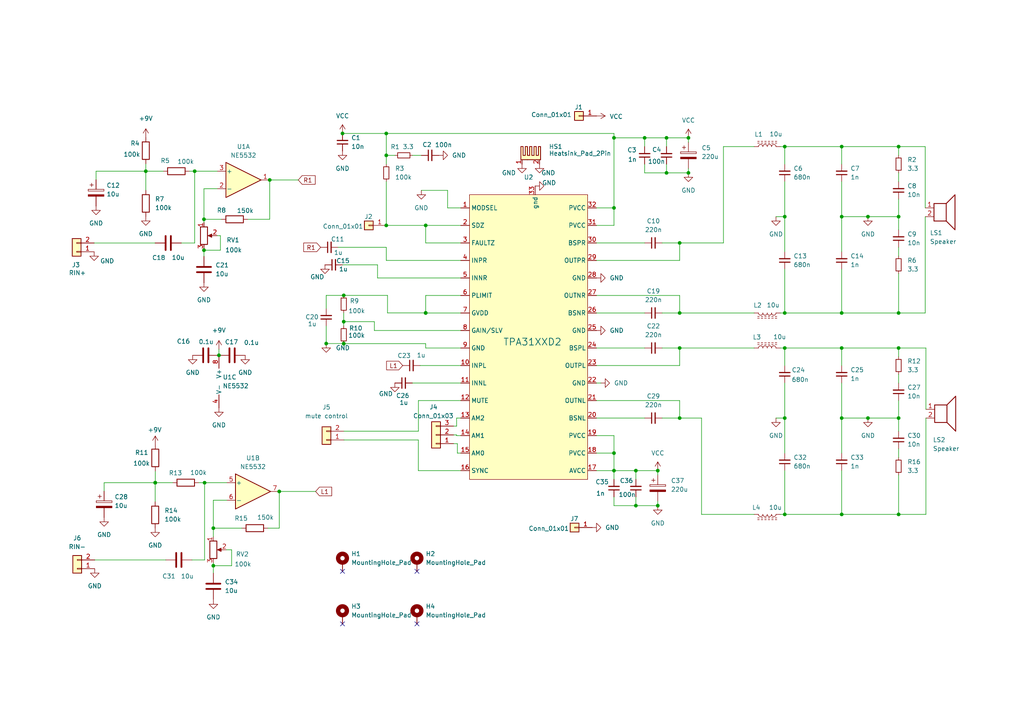
<source format=kicad_sch>
(kicad_sch (version 20211123) (generator eeschema)

  (uuid 3663cfdf-02cd-47a5-a66c-b217ea9ccd1d)

  (paper "A4")

  (title_block
    (title "Amplifier Class D - Op amp single supply")
    (date "2023-02-14")
    (rev "V.2")
    (company "RaVdio Perú Systems")
  )

  (lib_symbols
    (symbol "Amplifier_Operational:NE5532" (pin_names (offset 0.127)) (in_bom yes) (on_board yes)
      (property "Reference" "U" (id 0) (at 0 5.08 0)
        (effects (font (size 1.27 1.27)) (justify left))
      )
      (property "Value" "NE5532" (id 1) (at 0 -5.08 0)
        (effects (font (size 1.27 1.27)) (justify left))
      )
      (property "Footprint" "" (id 2) (at 0 0 0)
        (effects (font (size 1.27 1.27)) hide)
      )
      (property "Datasheet" "http://www.ti.com/lit/ds/symlink/ne5532.pdf" (id 3) (at 0 0 0)
        (effects (font (size 1.27 1.27)) hide)
      )
      (property "ki_locked" "" (id 4) (at 0 0 0)
        (effects (font (size 1.27 1.27)))
      )
      (property "ki_keywords" "dual opamp" (id 5) (at 0 0 0)
        (effects (font (size 1.27 1.27)) hide)
      )
      (property "ki_description" "Dual Low-Noise Operational Amplifiers, DIP-8/SOIC-8" (id 6) (at 0 0 0)
        (effects (font (size 1.27 1.27)) hide)
      )
      (property "ki_fp_filters" "SOIC*3.9x4.9mm*P1.27mm* DIP*W7.62mm* TO*99* OnSemi*Micro8* TSSOP*3x3mm*P0.65mm* TSSOP*4.4x3mm*P0.65mm* MSOP*3x3mm*P0.65mm* SSOP*3.9x4.9mm*P0.635mm* LFCSP*2x2mm*P0.5mm* *SIP* SOIC*5.3x6.2mm*P1.27mm*" (id 7) (at 0 0 0)
        (effects (font (size 1.27 1.27)) hide)
      )
      (symbol "NE5532_1_1"
        (polyline
          (pts
            (xy -5.08 5.08)
            (xy 5.08 0)
            (xy -5.08 -5.08)
            (xy -5.08 5.08)
          )
          (stroke (width 0.254) (type default) (color 0 0 0 0))
          (fill (type background))
        )
        (pin output line (at 7.62 0 180) (length 2.54)
          (name "~" (effects (font (size 1.27 1.27))))
          (number "1" (effects (font (size 1.27 1.27))))
        )
        (pin input line (at -7.62 -2.54 0) (length 2.54)
          (name "-" (effects (font (size 1.27 1.27))))
          (number "2" (effects (font (size 1.27 1.27))))
        )
        (pin input line (at -7.62 2.54 0) (length 2.54)
          (name "+" (effects (font (size 1.27 1.27))))
          (number "3" (effects (font (size 1.27 1.27))))
        )
      )
      (symbol "NE5532_2_1"
        (polyline
          (pts
            (xy -5.08 5.08)
            (xy 5.08 0)
            (xy -5.08 -5.08)
            (xy -5.08 5.08)
          )
          (stroke (width 0.254) (type default) (color 0 0 0 0))
          (fill (type background))
        )
        (pin input line (at -7.62 2.54 0) (length 2.54)
          (name "+" (effects (font (size 1.27 1.27))))
          (number "5" (effects (font (size 1.27 1.27))))
        )
        (pin input line (at -7.62 -2.54 0) (length 2.54)
          (name "-" (effects (font (size 1.27 1.27))))
          (number "6" (effects (font (size 1.27 1.27))))
        )
        (pin output line (at 7.62 0 180) (length 2.54)
          (name "~" (effects (font (size 1.27 1.27))))
          (number "7" (effects (font (size 1.27 1.27))))
        )
      )
      (symbol "NE5532_3_1"
        (pin power_in line (at -2.54 -7.62 90) (length 3.81)
          (name "V-" (effects (font (size 1.27 1.27))))
          (number "4" (effects (font (size 1.27 1.27))))
        )
        (pin power_in line (at -2.54 7.62 270) (length 3.81)
          (name "V+" (effects (font (size 1.27 1.27))))
          (number "8" (effects (font (size 1.27 1.27))))
        )
      )
    )
    (symbol "Connector_Generic:Conn_01x01" (pin_names (offset 1.016) hide) (in_bom yes) (on_board yes)
      (property "Reference" "J" (id 0) (at 0 2.54 0)
        (effects (font (size 1.27 1.27)))
      )
      (property "Value" "Conn_01x01" (id 1) (at 0 -2.54 0)
        (effects (font (size 1.27 1.27)))
      )
      (property "Footprint" "" (id 2) (at 0 0 0)
        (effects (font (size 1.27 1.27)) hide)
      )
      (property "Datasheet" "~" (id 3) (at 0 0 0)
        (effects (font (size 1.27 1.27)) hide)
      )
      (property "ki_keywords" "connector" (id 4) (at 0 0 0)
        (effects (font (size 1.27 1.27)) hide)
      )
      (property "ki_description" "Generic connector, single row, 01x01, script generated (kicad-library-utils/schlib/autogen/connector/)" (id 5) (at 0 0 0)
        (effects (font (size 1.27 1.27)) hide)
      )
      (property "ki_fp_filters" "Connector*:*_1x??_*" (id 6) (at 0 0 0)
        (effects (font (size 1.27 1.27)) hide)
      )
      (symbol "Conn_01x01_1_1"
        (rectangle (start -1.27 0.127) (end 0 -0.127)
          (stroke (width 0.1524) (type default) (color 0 0 0 0))
          (fill (type none))
        )
        (rectangle (start -1.27 1.27) (end 1.27 -1.27)
          (stroke (width 0.254) (type default) (color 0 0 0 0))
          (fill (type background))
        )
        (pin passive line (at -5.08 0 0) (length 3.81)
          (name "Pin_1" (effects (font (size 1.27 1.27))))
          (number "1" (effects (font (size 1.27 1.27))))
        )
      )
    )
    (symbol "Connector_Generic:Conn_01x02" (pin_names (offset 1.016) hide) (in_bom yes) (on_board yes)
      (property "Reference" "J" (id 0) (at 0 2.54 0)
        (effects (font (size 1.27 1.27)))
      )
      (property "Value" "Conn_01x02" (id 1) (at 0 -5.08 0)
        (effects (font (size 1.27 1.27)))
      )
      (property "Footprint" "" (id 2) (at 0 0 0)
        (effects (font (size 1.27 1.27)) hide)
      )
      (property "Datasheet" "~" (id 3) (at 0 0 0)
        (effects (font (size 1.27 1.27)) hide)
      )
      (property "ki_keywords" "connector" (id 4) (at 0 0 0)
        (effects (font (size 1.27 1.27)) hide)
      )
      (property "ki_description" "Generic connector, single row, 01x02, script generated (kicad-library-utils/schlib/autogen/connector/)" (id 5) (at 0 0 0)
        (effects (font (size 1.27 1.27)) hide)
      )
      (property "ki_fp_filters" "Connector*:*_1x??_*" (id 6) (at 0 0 0)
        (effects (font (size 1.27 1.27)) hide)
      )
      (symbol "Conn_01x02_1_1"
        (rectangle (start -1.27 -2.413) (end 0 -2.667)
          (stroke (width 0.1524) (type default) (color 0 0 0 0))
          (fill (type none))
        )
        (rectangle (start -1.27 0.127) (end 0 -0.127)
          (stroke (width 0.1524) (type default) (color 0 0 0 0))
          (fill (type none))
        )
        (rectangle (start -1.27 1.27) (end 1.27 -3.81)
          (stroke (width 0.254) (type default) (color 0 0 0 0))
          (fill (type background))
        )
        (pin passive line (at -5.08 0 0) (length 3.81)
          (name "Pin_1" (effects (font (size 1.27 1.27))))
          (number "1" (effects (font (size 1.27 1.27))))
        )
        (pin passive line (at -5.08 -2.54 0) (length 3.81)
          (name "Pin_2" (effects (font (size 1.27 1.27))))
          (number "2" (effects (font (size 1.27 1.27))))
        )
      )
    )
    (symbol "Connector_Generic:Conn_01x03" (pin_names (offset 1.016) hide) (in_bom yes) (on_board yes)
      (property "Reference" "J" (id 0) (at 0 5.08 0)
        (effects (font (size 1.27 1.27)))
      )
      (property "Value" "Conn_01x03" (id 1) (at 0 -5.08 0)
        (effects (font (size 1.27 1.27)))
      )
      (property "Footprint" "" (id 2) (at 0 0 0)
        (effects (font (size 1.27 1.27)) hide)
      )
      (property "Datasheet" "~" (id 3) (at 0 0 0)
        (effects (font (size 1.27 1.27)) hide)
      )
      (property "ki_keywords" "connector" (id 4) (at 0 0 0)
        (effects (font (size 1.27 1.27)) hide)
      )
      (property "ki_description" "Generic connector, single row, 01x03, script generated (kicad-library-utils/schlib/autogen/connector/)" (id 5) (at 0 0 0)
        (effects (font (size 1.27 1.27)) hide)
      )
      (property "ki_fp_filters" "Connector*:*_1x??_*" (id 6) (at 0 0 0)
        (effects (font (size 1.27 1.27)) hide)
      )
      (symbol "Conn_01x03_1_1"
        (rectangle (start -1.27 -2.413) (end 0 -2.667)
          (stroke (width 0.1524) (type default) (color 0 0 0 0))
          (fill (type none))
        )
        (rectangle (start -1.27 0.127) (end 0 -0.127)
          (stroke (width 0.1524) (type default) (color 0 0 0 0))
          (fill (type none))
        )
        (rectangle (start -1.27 2.667) (end 0 2.413)
          (stroke (width 0.1524) (type default) (color 0 0 0 0))
          (fill (type none))
        )
        (rectangle (start -1.27 3.81) (end 1.27 -3.81)
          (stroke (width 0.254) (type default) (color 0 0 0 0))
          (fill (type background))
        )
        (pin passive line (at -5.08 2.54 0) (length 3.81)
          (name "Pin_1" (effects (font (size 1.27 1.27))))
          (number "1" (effects (font (size 1.27 1.27))))
        )
        (pin passive line (at -5.08 0 0) (length 3.81)
          (name "Pin_2" (effects (font (size 1.27 1.27))))
          (number "2" (effects (font (size 1.27 1.27))))
        )
        (pin passive line (at -5.08 -2.54 0) (length 3.81)
          (name "Pin_3" (effects (font (size 1.27 1.27))))
          (number "3" (effects (font (size 1.27 1.27))))
        )
      )
    )
    (symbol "Device:C" (pin_numbers hide) (pin_names (offset 0.254)) (in_bom yes) (on_board yes)
      (property "Reference" "C" (id 0) (at 0.635 2.54 0)
        (effects (font (size 1.27 1.27)) (justify left))
      )
      (property "Value" "C" (id 1) (at 0.635 -2.54 0)
        (effects (font (size 1.27 1.27)) (justify left))
      )
      (property "Footprint" "" (id 2) (at 0.9652 -3.81 0)
        (effects (font (size 1.27 1.27)) hide)
      )
      (property "Datasheet" "~" (id 3) (at 0 0 0)
        (effects (font (size 1.27 1.27)) hide)
      )
      (property "ki_keywords" "cap capacitor" (id 4) (at 0 0 0)
        (effects (font (size 1.27 1.27)) hide)
      )
      (property "ki_description" "Unpolarized capacitor" (id 5) (at 0 0 0)
        (effects (font (size 1.27 1.27)) hide)
      )
      (property "ki_fp_filters" "C_*" (id 6) (at 0 0 0)
        (effects (font (size 1.27 1.27)) hide)
      )
      (symbol "C_0_1"
        (polyline
          (pts
            (xy -2.032 -0.762)
            (xy 2.032 -0.762)
          )
          (stroke (width 0.508) (type default) (color 0 0 0 0))
          (fill (type none))
        )
        (polyline
          (pts
            (xy -2.032 0.762)
            (xy 2.032 0.762)
          )
          (stroke (width 0.508) (type default) (color 0 0 0 0))
          (fill (type none))
        )
      )
      (symbol "C_1_1"
        (pin passive line (at 0 3.81 270) (length 2.794)
          (name "~" (effects (font (size 1.27 1.27))))
          (number "1" (effects (font (size 1.27 1.27))))
        )
        (pin passive line (at 0 -3.81 90) (length 2.794)
          (name "~" (effects (font (size 1.27 1.27))))
          (number "2" (effects (font (size 1.27 1.27))))
        )
      )
    )
    (symbol "Device:C_Polarized" (pin_numbers hide) (pin_names (offset 0.254)) (in_bom yes) (on_board yes)
      (property "Reference" "C" (id 0) (at 0.635 2.54 0)
        (effects (font (size 1.27 1.27)) (justify left))
      )
      (property "Value" "C_Polarized" (id 1) (at 0.635 -2.54 0)
        (effects (font (size 1.27 1.27)) (justify left))
      )
      (property "Footprint" "" (id 2) (at 0.9652 -3.81 0)
        (effects (font (size 1.27 1.27)) hide)
      )
      (property "Datasheet" "~" (id 3) (at 0 0 0)
        (effects (font (size 1.27 1.27)) hide)
      )
      (property "ki_keywords" "cap capacitor" (id 4) (at 0 0 0)
        (effects (font (size 1.27 1.27)) hide)
      )
      (property "ki_description" "Polarized capacitor" (id 5) (at 0 0 0)
        (effects (font (size 1.27 1.27)) hide)
      )
      (property "ki_fp_filters" "CP_*" (id 6) (at 0 0 0)
        (effects (font (size 1.27 1.27)) hide)
      )
      (symbol "C_Polarized_0_1"
        (rectangle (start -2.286 0.508) (end 2.286 1.016)
          (stroke (width 0) (type default) (color 0 0 0 0))
          (fill (type none))
        )
        (polyline
          (pts
            (xy -1.778 2.286)
            (xy -0.762 2.286)
          )
          (stroke (width 0) (type default) (color 0 0 0 0))
          (fill (type none))
        )
        (polyline
          (pts
            (xy -1.27 2.794)
            (xy -1.27 1.778)
          )
          (stroke (width 0) (type default) (color 0 0 0 0))
          (fill (type none))
        )
        (rectangle (start 2.286 -0.508) (end -2.286 -1.016)
          (stroke (width 0) (type default) (color 0 0 0 0))
          (fill (type outline))
        )
      )
      (symbol "C_Polarized_1_1"
        (pin passive line (at 0 3.81 270) (length 2.794)
          (name "~" (effects (font (size 1.27 1.27))))
          (number "1" (effects (font (size 1.27 1.27))))
        )
        (pin passive line (at 0 -3.81 90) (length 2.794)
          (name "~" (effects (font (size 1.27 1.27))))
          (number "2" (effects (font (size 1.27 1.27))))
        )
      )
    )
    (symbol "Device:C_Small" (pin_numbers hide) (pin_names (offset 0.254) hide) (in_bom yes) (on_board yes)
      (property "Reference" "C" (id 0) (at 0.254 1.778 0)
        (effects (font (size 1.27 1.27)) (justify left))
      )
      (property "Value" "C_Small" (id 1) (at 0.254 -2.032 0)
        (effects (font (size 1.27 1.27)) (justify left))
      )
      (property "Footprint" "" (id 2) (at 0 0 0)
        (effects (font (size 1.27 1.27)) hide)
      )
      (property "Datasheet" "~" (id 3) (at 0 0 0)
        (effects (font (size 1.27 1.27)) hide)
      )
      (property "ki_keywords" "capacitor cap" (id 4) (at 0 0 0)
        (effects (font (size 1.27 1.27)) hide)
      )
      (property "ki_description" "Unpolarized capacitor, small symbol" (id 5) (at 0 0 0)
        (effects (font (size 1.27 1.27)) hide)
      )
      (property "ki_fp_filters" "C_*" (id 6) (at 0 0 0)
        (effects (font (size 1.27 1.27)) hide)
      )
      (symbol "C_Small_0_1"
        (polyline
          (pts
            (xy -1.524 -0.508)
            (xy 1.524 -0.508)
          )
          (stroke (width 0.3302) (type default) (color 0 0 0 0))
          (fill (type none))
        )
        (polyline
          (pts
            (xy -1.524 0.508)
            (xy 1.524 0.508)
          )
          (stroke (width 0.3048) (type default) (color 0 0 0 0))
          (fill (type none))
        )
      )
      (symbol "C_Small_1_1"
        (pin passive line (at 0 2.54 270) (length 2.032)
          (name "~" (effects (font (size 1.27 1.27))))
          (number "1" (effects (font (size 1.27 1.27))))
        )
        (pin passive line (at 0 -2.54 90) (length 2.032)
          (name "~" (effects (font (size 1.27 1.27))))
          (number "2" (effects (font (size 1.27 1.27))))
        )
      )
    )
    (symbol "Device:L_Ferrite" (pin_numbers hide) (pin_names (offset 1.016) hide) (in_bom yes) (on_board yes)
      (property "Reference" "L" (id 0) (at -1.27 0 90)
        (effects (font (size 1.27 1.27)))
      )
      (property "Value" "L_Ferrite" (id 1) (at 2.794 0 90)
        (effects (font (size 1.27 1.27)))
      )
      (property "Footprint" "" (id 2) (at 0 0 0)
        (effects (font (size 1.27 1.27)) hide)
      )
      (property "Datasheet" "~" (id 3) (at 0 0 0)
        (effects (font (size 1.27 1.27)) hide)
      )
      (property "ki_keywords" "inductor choke coil reactor magnetic" (id 4) (at 0 0 0)
        (effects (font (size 1.27 1.27)) hide)
      )
      (property "ki_description" "Inductor with ferrite core" (id 5) (at 0 0 0)
        (effects (font (size 1.27 1.27)) hide)
      )
      (property "ki_fp_filters" "Choke_* *Coil* Inductor_* L_*" (id 6) (at 0 0 0)
        (effects (font (size 1.27 1.27)) hide)
      )
      (symbol "L_Ferrite_0_1"
        (arc (start 0 -2.54) (mid 0.635 -1.905) (end 0 -1.27)
          (stroke (width 0) (type default) (color 0 0 0 0))
          (fill (type none))
        )
        (arc (start 0 -1.27) (mid 0.635 -0.635) (end 0 0)
          (stroke (width 0) (type default) (color 0 0 0 0))
          (fill (type none))
        )
        (polyline
          (pts
            (xy 1.016 -2.794)
            (xy 1.016 -2.286)
          )
          (stroke (width 0) (type default) (color 0 0 0 0))
          (fill (type none))
        )
        (polyline
          (pts
            (xy 1.016 -1.778)
            (xy 1.016 -1.27)
          )
          (stroke (width 0) (type default) (color 0 0 0 0))
          (fill (type none))
        )
        (polyline
          (pts
            (xy 1.016 -0.762)
            (xy 1.016 -0.254)
          )
          (stroke (width 0) (type default) (color 0 0 0 0))
          (fill (type none))
        )
        (polyline
          (pts
            (xy 1.016 0.254)
            (xy 1.016 0.762)
          )
          (stroke (width 0) (type default) (color 0 0 0 0))
          (fill (type none))
        )
        (polyline
          (pts
            (xy 1.016 1.27)
            (xy 1.016 1.778)
          )
          (stroke (width 0) (type default) (color 0 0 0 0))
          (fill (type none))
        )
        (polyline
          (pts
            (xy 1.016 2.286)
            (xy 1.016 2.794)
          )
          (stroke (width 0) (type default) (color 0 0 0 0))
          (fill (type none))
        )
        (polyline
          (pts
            (xy 1.524 -2.286)
            (xy 1.524 -2.794)
          )
          (stroke (width 0) (type default) (color 0 0 0 0))
          (fill (type none))
        )
        (polyline
          (pts
            (xy 1.524 -1.27)
            (xy 1.524 -1.778)
          )
          (stroke (width 0) (type default) (color 0 0 0 0))
          (fill (type none))
        )
        (polyline
          (pts
            (xy 1.524 -0.254)
            (xy 1.524 -0.762)
          )
          (stroke (width 0) (type default) (color 0 0 0 0))
          (fill (type none))
        )
        (polyline
          (pts
            (xy 1.524 0.762)
            (xy 1.524 0.254)
          )
          (stroke (width 0) (type default) (color 0 0 0 0))
          (fill (type none))
        )
        (polyline
          (pts
            (xy 1.524 1.778)
            (xy 1.524 1.27)
          )
          (stroke (width 0) (type default) (color 0 0 0 0))
          (fill (type none))
        )
        (polyline
          (pts
            (xy 1.524 2.794)
            (xy 1.524 2.286)
          )
          (stroke (width 0) (type default) (color 0 0 0 0))
          (fill (type none))
        )
        (arc (start 0 0) (mid 0.635 0.635) (end 0 1.27)
          (stroke (width 0) (type default) (color 0 0 0 0))
          (fill (type none))
        )
        (arc (start 0 1.27) (mid 0.635 1.905) (end 0 2.54)
          (stroke (width 0) (type default) (color 0 0 0 0))
          (fill (type none))
        )
      )
      (symbol "L_Ferrite_1_1"
        (pin passive line (at 0 3.81 270) (length 1.27)
          (name "1" (effects (font (size 1.27 1.27))))
          (number "1" (effects (font (size 1.27 1.27))))
        )
        (pin passive line (at 0 -3.81 90) (length 1.27)
          (name "2" (effects (font (size 1.27 1.27))))
          (number "2" (effects (font (size 1.27 1.27))))
        )
      )
    )
    (symbol "Device:R" (pin_numbers hide) (pin_names (offset 0)) (in_bom yes) (on_board yes)
      (property "Reference" "R" (id 0) (at 2.032 0 90)
        (effects (font (size 1.27 1.27)))
      )
      (property "Value" "R" (id 1) (at 0 0 90)
        (effects (font (size 1.27 1.27)))
      )
      (property "Footprint" "" (id 2) (at -1.778 0 90)
        (effects (font (size 1.27 1.27)) hide)
      )
      (property "Datasheet" "~" (id 3) (at 0 0 0)
        (effects (font (size 1.27 1.27)) hide)
      )
      (property "ki_keywords" "R res resistor" (id 4) (at 0 0 0)
        (effects (font (size 1.27 1.27)) hide)
      )
      (property "ki_description" "Resistor" (id 5) (at 0 0 0)
        (effects (font (size 1.27 1.27)) hide)
      )
      (property "ki_fp_filters" "R_*" (id 6) (at 0 0 0)
        (effects (font (size 1.27 1.27)) hide)
      )
      (symbol "R_0_1"
        (rectangle (start -1.016 -2.54) (end 1.016 2.54)
          (stroke (width 0.254) (type default) (color 0 0 0 0))
          (fill (type none))
        )
      )
      (symbol "R_1_1"
        (pin passive line (at 0 3.81 270) (length 1.27)
          (name "~" (effects (font (size 1.27 1.27))))
          (number "1" (effects (font (size 1.27 1.27))))
        )
        (pin passive line (at 0 -3.81 90) (length 1.27)
          (name "~" (effects (font (size 1.27 1.27))))
          (number "2" (effects (font (size 1.27 1.27))))
        )
      )
    )
    (symbol "Device:R_Potentiometer" (pin_names (offset 1.016) hide) (in_bom yes) (on_board yes)
      (property "Reference" "RV" (id 0) (at -4.445 0 90)
        (effects (font (size 1.27 1.27)))
      )
      (property "Value" "R_Potentiometer" (id 1) (at -2.54 0 90)
        (effects (font (size 1.27 1.27)))
      )
      (property "Footprint" "" (id 2) (at 0 0 0)
        (effects (font (size 1.27 1.27)) hide)
      )
      (property "Datasheet" "~" (id 3) (at 0 0 0)
        (effects (font (size 1.27 1.27)) hide)
      )
      (property "ki_keywords" "resistor variable" (id 4) (at 0 0 0)
        (effects (font (size 1.27 1.27)) hide)
      )
      (property "ki_description" "Potentiometer" (id 5) (at 0 0 0)
        (effects (font (size 1.27 1.27)) hide)
      )
      (property "ki_fp_filters" "Potentiometer*" (id 6) (at 0 0 0)
        (effects (font (size 1.27 1.27)) hide)
      )
      (symbol "R_Potentiometer_0_1"
        (polyline
          (pts
            (xy 2.54 0)
            (xy 1.524 0)
          )
          (stroke (width 0) (type default) (color 0 0 0 0))
          (fill (type none))
        )
        (polyline
          (pts
            (xy 1.143 0)
            (xy 2.286 0.508)
            (xy 2.286 -0.508)
            (xy 1.143 0)
          )
          (stroke (width 0) (type default) (color 0 0 0 0))
          (fill (type outline))
        )
        (rectangle (start 1.016 2.54) (end -1.016 -2.54)
          (stroke (width 0.254) (type default) (color 0 0 0 0))
          (fill (type none))
        )
      )
      (symbol "R_Potentiometer_1_1"
        (pin passive line (at 0 3.81 270) (length 1.27)
          (name "1" (effects (font (size 1.27 1.27))))
          (number "1" (effects (font (size 1.27 1.27))))
        )
        (pin passive line (at 3.81 0 180) (length 1.27)
          (name "2" (effects (font (size 1.27 1.27))))
          (number "2" (effects (font (size 1.27 1.27))))
        )
        (pin passive line (at 0 -3.81 90) (length 1.27)
          (name "3" (effects (font (size 1.27 1.27))))
          (number "3" (effects (font (size 1.27 1.27))))
        )
      )
    )
    (symbol "Device:R_Small" (pin_numbers hide) (pin_names (offset 0.254) hide) (in_bom yes) (on_board yes)
      (property "Reference" "R" (id 0) (at 0.762 0.508 0)
        (effects (font (size 1.27 1.27)) (justify left))
      )
      (property "Value" "R_Small" (id 1) (at 0.762 -1.016 0)
        (effects (font (size 1.27 1.27)) (justify left))
      )
      (property "Footprint" "" (id 2) (at 0 0 0)
        (effects (font (size 1.27 1.27)) hide)
      )
      (property "Datasheet" "~" (id 3) (at 0 0 0)
        (effects (font (size 1.27 1.27)) hide)
      )
      (property "ki_keywords" "R resistor" (id 4) (at 0 0 0)
        (effects (font (size 1.27 1.27)) hide)
      )
      (property "ki_description" "Resistor, small symbol" (id 5) (at 0 0 0)
        (effects (font (size 1.27 1.27)) hide)
      )
      (property "ki_fp_filters" "R_*" (id 6) (at 0 0 0)
        (effects (font (size 1.27 1.27)) hide)
      )
      (symbol "R_Small_0_1"
        (rectangle (start -0.762 1.778) (end 0.762 -1.778)
          (stroke (width 0.2032) (type default) (color 0 0 0 0))
          (fill (type none))
        )
      )
      (symbol "R_Small_1_1"
        (pin passive line (at 0 2.54 270) (length 0.762)
          (name "~" (effects (font (size 1.27 1.27))))
          (number "1" (effects (font (size 1.27 1.27))))
        )
        (pin passive line (at 0 -2.54 90) (length 0.762)
          (name "~" (effects (font (size 1.27 1.27))))
          (number "2" (effects (font (size 1.27 1.27))))
        )
      )
    )
    (symbol "Device:Speaker" (pin_names (offset 0) hide) (in_bom yes) (on_board yes)
      (property "Reference" "LS" (id 0) (at 1.27 5.715 0)
        (effects (font (size 1.27 1.27)) (justify right))
      )
      (property "Value" "Speaker" (id 1) (at 1.27 3.81 0)
        (effects (font (size 1.27 1.27)) (justify right))
      )
      (property "Footprint" "" (id 2) (at 0 -5.08 0)
        (effects (font (size 1.27 1.27)) hide)
      )
      (property "Datasheet" "~" (id 3) (at -0.254 -1.27 0)
        (effects (font (size 1.27 1.27)) hide)
      )
      (property "ki_keywords" "speaker sound" (id 4) (at 0 0 0)
        (effects (font (size 1.27 1.27)) hide)
      )
      (property "ki_description" "Speaker" (id 5) (at 0 0 0)
        (effects (font (size 1.27 1.27)) hide)
      )
      (symbol "Speaker_0_0"
        (rectangle (start -2.54 1.27) (end 1.016 -3.81)
          (stroke (width 0.254) (type default) (color 0 0 0 0))
          (fill (type none))
        )
        (polyline
          (pts
            (xy 1.016 1.27)
            (xy 3.556 3.81)
            (xy 3.556 -6.35)
            (xy 1.016 -3.81)
          )
          (stroke (width 0.254) (type default) (color 0 0 0 0))
          (fill (type none))
        )
      )
      (symbol "Speaker_1_1"
        (pin input line (at -5.08 0 0) (length 2.54)
          (name "1" (effects (font (size 1.27 1.27))))
          (number "1" (effects (font (size 1.27 1.27))))
        )
        (pin input line (at -5.08 -2.54 0) (length 2.54)
          (name "2" (effects (font (size 1.27 1.27))))
          (number "2" (effects (font (size 1.27 1.27))))
        )
      )
    )
    (symbol "Mechanical:Heatsink_Pad_2Pin" (pin_names (offset 0)) (in_bom yes) (on_board yes)
      (property "Reference" "HS" (id 0) (at 0 5.715 0)
        (effects (font (size 1.27 1.27)))
      )
      (property "Value" "Heatsink_Pad_2Pin" (id 1) (at 0 3.81 0)
        (effects (font (size 1.27 1.27)))
      )
      (property "Footprint" "" (id 2) (at 0.3048 -1.27 0)
        (effects (font (size 1.27 1.27)) hide)
      )
      (property "Datasheet" "~" (id 3) (at 0.3048 -1.27 0)
        (effects (font (size 1.27 1.27)) hide)
      )
      (property "ki_keywords" "thermal heat temperature" (id 4) (at 0 0 0)
        (effects (font (size 1.27 1.27)) hide)
      )
      (property "ki_description" "Heatsink with electrical connection, 2 pin" (id 5) (at 0 0 0)
        (effects (font (size 1.27 1.27)) hide)
      )
      (property "ki_fp_filters" "Heatsink_*" (id 6) (at 0 0 0)
        (effects (font (size 1.27 1.27)) hide)
      )
      (symbol "Heatsink_Pad_2Pin_0_1"
        (polyline
          (pts
            (xy -0.3302 0)
            (xy -0.9652 0)
            (xy -0.9652 2.54)
            (xy -1.6002 2.54)
            (xy -1.6002 0)
            (xy -2.2352 0)
            (xy -2.2352 2.54)
            (xy -2.8702 2.54)
            (xy -2.8702 -1.27)
            (xy -0.9652 -1.27)
          )
          (stroke (width 0.254) (type default) (color 0 0 0 0))
          (fill (type background))
        )
        (polyline
          (pts
            (xy -0.3302 0)
            (xy -0.3302 2.54)
            (xy 0.3048 2.54)
            (xy 0.3048 0)
            (xy 0.9398 0)
            (xy 0.9398 2.54)
            (xy 1.5748 2.54)
            (xy 1.5748 0)
            (xy 2.2098 0)
            (xy 2.2098 2.54)
            (xy 2.8448 2.54)
            (xy 2.8448 -1.27)
            (xy -0.9652 -1.27)
          )
          (stroke (width 0.254) (type default) (color 0 0 0 0))
          (fill (type background))
        )
      )
      (symbol "Heatsink_Pad_2Pin_1_1"
        (pin passive line (at -2.54 -2.54 90) (length 1.27)
          (name "~" (effects (font (size 1.27 1.27))))
          (number "1" (effects (font (size 1.27 1.27))))
        )
        (pin passive line (at 2.54 -2.54 90) (length 1.27)
          (name "~" (effects (font (size 1.27 1.27))))
          (number "2" (effects (font (size 1.27 1.27))))
        )
      )
    )
    (symbol "Mechanical:MountingHole_Pad" (pin_numbers hide) (pin_names (offset 1.016) hide) (in_bom yes) (on_board yes)
      (property "Reference" "H" (id 0) (at 0 6.35 0)
        (effects (font (size 1.27 1.27)))
      )
      (property "Value" "MountingHole_Pad" (id 1) (at 0 4.445 0)
        (effects (font (size 1.27 1.27)))
      )
      (property "Footprint" "" (id 2) (at 0 0 0)
        (effects (font (size 1.27 1.27)) hide)
      )
      (property "Datasheet" "~" (id 3) (at 0 0 0)
        (effects (font (size 1.27 1.27)) hide)
      )
      (property "ki_keywords" "mounting hole" (id 4) (at 0 0 0)
        (effects (font (size 1.27 1.27)) hide)
      )
      (property "ki_description" "Mounting Hole with connection" (id 5) (at 0 0 0)
        (effects (font (size 1.27 1.27)) hide)
      )
      (property "ki_fp_filters" "MountingHole*Pad*" (id 6) (at 0 0 0)
        (effects (font (size 1.27 1.27)) hide)
      )
      (symbol "MountingHole_Pad_0_1"
        (circle (center 0 1.27) (radius 1.27)
          (stroke (width 1.27) (type default) (color 0 0 0 0))
          (fill (type none))
        )
      )
      (symbol "MountingHole_Pad_1_1"
        (pin input line (at 0 -2.54 90) (length 2.54)
          (name "1" (effects (font (size 1.27 1.27))))
          (number "1" (effects (font (size 1.27 1.27))))
        )
      )
    )
    (symbol "Prototipo_1_2:TPA3116D2" (in_bom yes) (on_board yes)
      (property "Reference" "U" (id 0) (at 0 0 0)
        (effects (font (size 1.27 1.27)))
      )
      (property "Value" "TPA3116D2" (id 1) (at 0 0 0)
        (effects (font (size 1.27 1.27)))
      )
      (property "Footprint" "" (id 2) (at 0 0 0)
        (effects (font (size 1.27 1.27)) hide)
      )
      (property "Datasheet" "" (id 3) (at 0 0 0)
        (effects (font (size 1.27 1.27)) hide)
      )
      (symbol "TPA3116D2_0_1"
        (rectangle (start -19.05 41.91) (end 15.24 -40.64)
          (stroke (width 0) (type default) (color 0 0 0 0))
          (fill (type background))
        )
      )
      (symbol "TPA3116D2_1_1"
        (pin input line (at -21.59 38.1 0) (length 2.54)
          (name "MODSEL" (effects (font (size 1.27 1.27))))
          (number "1" (effects (font (size 1.27 1.27))))
        )
        (pin input line (at -21.59 -7.62 0) (length 2.54)
          (name "INPL" (effects (font (size 1.27 1.27))))
          (number "10" (effects (font (size 1.27 1.27))))
        )
        (pin input line (at -21.59 -12.7 0) (length 2.54)
          (name "INNL" (effects (font (size 1.27 1.27))))
          (number "11" (effects (font (size 1.27 1.27))))
        )
        (pin input line (at -21.59 -17.78 0) (length 2.54)
          (name "MUTE" (effects (font (size 1.27 1.27))))
          (number "12" (effects (font (size 1.27 1.27))))
        )
        (pin input line (at -21.59 -22.86 0) (length 2.54)
          (name "AM2" (effects (font (size 1.27 1.27))))
          (number "13" (effects (font (size 1.27 1.27))))
        )
        (pin input line (at -21.59 -27.94 0) (length 2.54)
          (name "AM1" (effects (font (size 1.27 1.27))))
          (number "14" (effects (font (size 1.27 1.27))))
        )
        (pin input line (at -21.59 -33.02 0) (length 2.54)
          (name "AM0" (effects (font (size 1.27 1.27))))
          (number "15" (effects (font (size 1.27 1.27))))
        )
        (pin input line (at -21.59 -38.1 0) (length 2.54)
          (name "SYNC" (effects (font (size 1.27 1.27))))
          (number "16" (effects (font (size 1.27 1.27))))
        )
        (pin input line (at 17.78 -38.1 180) (length 2.54)
          (name "AVCC" (effects (font (size 1.27 1.27))))
          (number "17" (effects (font (size 1.27 1.27))))
        )
        (pin input line (at 17.78 -33.02 180) (length 2.54)
          (name "PVCC" (effects (font (size 1.27 1.27))))
          (number "18" (effects (font (size 1.27 1.27))))
        )
        (pin input line (at 17.78 -27.94 180) (length 2.54)
          (name "PVCC" (effects (font (size 1.27 1.27))))
          (number "19" (effects (font (size 1.27 1.27))))
        )
        (pin input line (at -21.59 33.02 0) (length 2.54)
          (name "SDZ" (effects (font (size 1.27 1.27))))
          (number "2" (effects (font (size 1.27 1.27))))
        )
        (pin input line (at 17.78 -22.86 180) (length 2.54)
          (name "BSNL" (effects (font (size 1.27 1.27))))
          (number "20" (effects (font (size 1.27 1.27))))
        )
        (pin input line (at 17.78 -17.78 180) (length 2.54)
          (name "OUTNL" (effects (font (size 1.27 1.27))))
          (number "21" (effects (font (size 1.27 1.27))))
        )
        (pin input line (at 17.78 -12.7 180) (length 2.54)
          (name "GND" (effects (font (size 1.27 1.27))))
          (number "22" (effects (font (size 1.27 1.27))))
        )
        (pin input line (at 17.78 -7.62 180) (length 2.54)
          (name "OUTPL" (effects (font (size 1.27 1.27))))
          (number "23" (effects (font (size 1.27 1.27))))
        )
        (pin input line (at 17.78 -2.54 180) (length 2.54)
          (name "BSPL" (effects (font (size 1.27 1.27))))
          (number "24" (effects (font (size 1.27 1.27))))
        )
        (pin input line (at 17.78 2.54 180) (length 2.54)
          (name "GND" (effects (font (size 1.27 1.27))))
          (number "25" (effects (font (size 1.27 1.27))))
        )
        (pin input line (at 17.78 7.62 180) (length 2.54)
          (name "BSNR" (effects (font (size 1.27 1.27))))
          (number "26" (effects (font (size 1.27 1.27))))
        )
        (pin input line (at 17.78 12.7 180) (length 2.54)
          (name "OUTNR" (effects (font (size 1.27 1.27))))
          (number "27" (effects (font (size 1.27 1.27))))
        )
        (pin input line (at 17.78 17.78 180) (length 2.54)
          (name "GND" (effects (font (size 1.27 1.27))))
          (number "28" (effects (font (size 1.27 1.27))))
        )
        (pin input line (at 17.78 22.86 180) (length 2.54)
          (name "OUTPR" (effects (font (size 1.27 1.27))))
          (number "29" (effects (font (size 1.27 1.27))))
        )
        (pin input line (at -21.59 27.94 0) (length 2.54)
          (name "FAULTZ" (effects (font (size 1.27 1.27))))
          (number "3" (effects (font (size 1.27 1.27))))
        )
        (pin input line (at 17.78 27.94 180) (length 2.54)
          (name "BSPR" (effects (font (size 1.27 1.27))))
          (number "30" (effects (font (size 1.27 1.27))))
        )
        (pin input line (at 17.78 33.02 180) (length 2.54)
          (name "PVCC" (effects (font (size 1.27 1.27))))
          (number "31" (effects (font (size 1.27 1.27))))
        )
        (pin input line (at 17.78 38.1 180) (length 2.54)
          (name "PVCC" (effects (font (size 1.27 1.27))))
          (number "32" (effects (font (size 1.27 1.27))))
        )
        (pin input line (at 0 44.45 270) (length 2.54)
          (name "gnd" (effects (font (size 1.27 1.27))))
          (number "33" (effects (font (size 1.27 1.27))))
        )
        (pin input line (at -21.59 22.86 0) (length 2.54)
          (name "INPR" (effects (font (size 1.27 1.27))))
          (number "4" (effects (font (size 1.27 1.27))))
        )
        (pin input line (at -21.59 17.78 0) (length 2.54)
          (name "INNR" (effects (font (size 1.27 1.27))))
          (number "5" (effects (font (size 1.27 1.27))))
        )
        (pin input line (at -21.59 12.7 0) (length 2.54)
          (name "PLIMIT" (effects (font (size 1.27 1.27))))
          (number "6" (effects (font (size 1.27 1.27))))
        )
        (pin input line (at -21.59 7.62 0) (length 2.54)
          (name "GVDD" (effects (font (size 1.27 1.27))))
          (number "7" (effects (font (size 1.27 1.27))))
        )
        (pin input line (at -21.59 2.54 0) (length 2.54)
          (name "GAIN/SLV" (effects (font (size 1.27 1.27))))
          (number "8" (effects (font (size 1.27 1.27))))
        )
        (pin input line (at -21.59 -2.54 0) (length 2.54)
          (name "GND" (effects (font (size 1.27 1.27))))
          (number "9" (effects (font (size 1.27 1.27))))
        )
      )
    )
    (symbol "power:+9V" (power) (pin_names (offset 0)) (in_bom yes) (on_board yes)
      (property "Reference" "#PWR" (id 0) (at 0 -3.81 0)
        (effects (font (size 1.27 1.27)) hide)
      )
      (property "Value" "+9V" (id 1) (at 0 3.556 0)
        (effects (font (size 1.27 1.27)))
      )
      (property "Footprint" "" (id 2) (at 0 0 0)
        (effects (font (size 1.27 1.27)) hide)
      )
      (property "Datasheet" "" (id 3) (at 0 0 0)
        (effects (font (size 1.27 1.27)) hide)
      )
      (property "ki_keywords" "power-flag" (id 4) (at 0 0 0)
        (effects (font (size 1.27 1.27)) hide)
      )
      (property "ki_description" "Power symbol creates a global label with name \"+9V\"" (id 5) (at 0 0 0)
        (effects (font (size 1.27 1.27)) hide)
      )
      (symbol "+9V_0_1"
        (polyline
          (pts
            (xy -0.762 1.27)
            (xy 0 2.54)
          )
          (stroke (width 0) (type default) (color 0 0 0 0))
          (fill (type none))
        )
        (polyline
          (pts
            (xy 0 0)
            (xy 0 2.54)
          )
          (stroke (width 0) (type default) (color 0 0 0 0))
          (fill (type none))
        )
        (polyline
          (pts
            (xy 0 2.54)
            (xy 0.762 1.27)
          )
          (stroke (width 0) (type default) (color 0 0 0 0))
          (fill (type none))
        )
      )
      (symbol "+9V_1_1"
        (pin power_in line (at 0 0 90) (length 0) hide
          (name "+9V" (effects (font (size 1.27 1.27))))
          (number "1" (effects (font (size 1.27 1.27))))
        )
      )
    )
    (symbol "power:GND" (power) (pin_names (offset 0)) (in_bom yes) (on_board yes)
      (property "Reference" "#PWR" (id 0) (at 0 -6.35 0)
        (effects (font (size 1.27 1.27)) hide)
      )
      (property "Value" "GND" (id 1) (at 0 -3.81 0)
        (effects (font (size 1.27 1.27)))
      )
      (property "Footprint" "" (id 2) (at 0 0 0)
        (effects (font (size 1.27 1.27)) hide)
      )
      (property "Datasheet" "" (id 3) (at 0 0 0)
        (effects (font (size 1.27 1.27)) hide)
      )
      (property "ki_keywords" "power-flag" (id 4) (at 0 0 0)
        (effects (font (size 1.27 1.27)) hide)
      )
      (property "ki_description" "Power symbol creates a global label with name \"GND\" , ground" (id 5) (at 0 0 0)
        (effects (font (size 1.27 1.27)) hide)
      )
      (symbol "GND_0_1"
        (polyline
          (pts
            (xy 0 0)
            (xy 0 -1.27)
            (xy 1.27 -1.27)
            (xy 0 -2.54)
            (xy -1.27 -1.27)
            (xy 0 -1.27)
          )
          (stroke (width 0) (type default) (color 0 0 0 0))
          (fill (type none))
        )
      )
      (symbol "GND_1_1"
        (pin power_in line (at 0 0 270) (length 0) hide
          (name "GND" (effects (font (size 1.27 1.27))))
          (number "1" (effects (font (size 1.27 1.27))))
        )
      )
    )
    (symbol "power:VCC" (power) (pin_names (offset 0)) (in_bom yes) (on_board yes)
      (property "Reference" "#PWR" (id 0) (at 0 -3.81 0)
        (effects (font (size 1.27 1.27)) hide)
      )
      (property "Value" "VCC" (id 1) (at 0 3.81 0)
        (effects (font (size 1.27 1.27)))
      )
      (property "Footprint" "" (id 2) (at 0 0 0)
        (effects (font (size 1.27 1.27)) hide)
      )
      (property "Datasheet" "" (id 3) (at 0 0 0)
        (effects (font (size 1.27 1.27)) hide)
      )
      (property "ki_keywords" "power-flag" (id 4) (at 0 0 0)
        (effects (font (size 1.27 1.27)) hide)
      )
      (property "ki_description" "Power symbol creates a global label with name \"VCC\"" (id 5) (at 0 0 0)
        (effects (font (size 1.27 1.27)) hide)
      )
      (symbol "VCC_0_1"
        (polyline
          (pts
            (xy -0.762 1.27)
            (xy 0 2.54)
          )
          (stroke (width 0) (type default) (color 0 0 0 0))
          (fill (type none))
        )
        (polyline
          (pts
            (xy 0 0)
            (xy 0 2.54)
          )
          (stroke (width 0) (type default) (color 0 0 0 0))
          (fill (type none))
        )
        (polyline
          (pts
            (xy 0 2.54)
            (xy 0.762 1.27)
          )
          (stroke (width 0) (type default) (color 0 0 0 0))
          (fill (type none))
        )
      )
      (symbol "VCC_1_1"
        (pin power_in line (at 0 0 90) (length 0) hide
          (name "VCC" (effects (font (size 1.27 1.27))))
          (number "1" (effects (font (size 1.27 1.27))))
        )
      )
    )
  )

  (junction (at 59.3344 140.0048) (diameter 0) (color 0 0 0 0)
    (uuid 01f44341-8e45-4e30-8aa8-c15f7648c8ea)
  )
  (junction (at 193.3194 39.9796) (diameter 0) (color 0 0 0 0)
    (uuid 0d991644-5606-4cbb-a276-cc2838d49e35)
  )
  (junction (at 45.0342 140.0048) (diameter 0) (color 0 0 0 0)
    (uuid 148ee61d-a8d8-432a-a3c0-5318368d60f5)
  )
  (junction (at 78.232 52.197) (diameter 0) (color 0 0 0 0)
    (uuid 18f072bc-348b-404e-97ec-c984a8caec2a)
  )
  (junction (at 184.4294 146.6596) (diameter 0) (color 0 0 0 0)
    (uuid 19698c41-6c62-4955-b75c-92d9b3e5e3aa)
  )
  (junction (at 94.615 99.6442) (diameter 0) (color 0 0 0 0)
    (uuid 1c70ea53-661d-49a8-8c4b-155446128a06)
  )
  (junction (at 244.1194 121.2596) (diameter 0) (color 0 0 0 0)
    (uuid 239cc967-c3ad-4dbe-910b-9ccce4f5f69c)
  )
  (junction (at 186.9694 39.9796) (diameter 0) (color 0 0 0 0)
    (uuid 28179f5c-d55f-472c-9bf7-57a5dedaa038)
  )
  (junction (at 59.1566 72.5678) (diameter 0) (color 0 0 0 0)
    (uuid 28fa83c1-51b0-4203-a363-79b36c38a9be)
  )
  (junction (at 260.6294 90.7796) (diameter 0) (color 0 0 0 0)
    (uuid 359f534a-0ff6-4a31-a859-840578355e35)
  )
  (junction (at 260.6294 42.5196) (diameter 0) (color 0 0 0 0)
    (uuid 35ad775e-6a1d-4b07-b2e0-d2cab0072220)
  )
  (junction (at 61.8744 164.084) (diameter 0) (color 0 0 0 0)
    (uuid 380bbec5-ea0f-4baa-a4a4-348dd430b627)
  )
  (junction (at 197.1294 70.4596) (diameter 0) (color 0 0 0 0)
    (uuid 3a61dd67-e016-472b-88f7-77714061e133)
  )
  (junction (at 244.1194 100.9396) (diameter 0) (color 0 0 0 0)
    (uuid 44503ccd-a169-4f88-951b-039e69fa9898)
  )
  (junction (at 227.6094 42.5196) (diameter 0) (color 0 0 0 0)
    (uuid 4a4e7507-08a0-4c92-811f-fbab91a641f3)
  )
  (junction (at 112.0394 38.7096) (diameter 0) (color 0 0 0 0)
    (uuid 5a3354da-1115-46fb-8337-f3791939e8b0)
  )
  (junction (at 178.0794 131.4196) (diameter 0) (color 0 0 0 0)
    (uuid 5b783545-c1fd-4e09-8f29-1e860b36e664)
  )
  (junction (at 227.6094 121.2596) (diameter 0) (color 0 0 0 0)
    (uuid 5f681a64-03db-4d4d-bfb7-32db9cbca17e)
  )
  (junction (at 123.4694 90.7542) (diameter 0) (color 0 0 0 0)
    (uuid 63a0c761-af4e-4de1-bcf0-306e2e952e3c)
  )
  (junction (at 227.6094 90.7796) (diameter 0) (color 0 0 0 0)
    (uuid 63fb556e-867e-4d53-8259-febb92cd3cf6)
  )
  (junction (at 184.4294 136.4996) (diameter 0) (color 0 0 0 0)
    (uuid 6a3ae3d6-cfe6-43ae-84bf-300bbf59f292)
  )
  (junction (at 227.6094 62.8396) (diameter 0) (color 0 0 0 0)
    (uuid 70c32f28-acf6-4a89-86b7-a5fab8ad7b36)
  )
  (junction (at 45.0088 140.0048) (diameter 0) (color 0 0 0 0)
    (uuid 73ae910d-a525-4797-9b58-9ae63d87a37c)
  )
  (junction (at 178.0794 60.2996) (diameter 0) (color 0 0 0 0)
    (uuid 76e00fc0-f700-487c-b704-1f6aed47b150)
  )
  (junction (at 244.1194 90.7796) (diameter 0) (color 0 0 0 0)
    (uuid 80530e81-68c3-46d1-a1b2-576903764be7)
  )
  (junction (at 99.695 85.6742) (diameter 0) (color 0 0 0 0)
    (uuid 80f5575a-4cdf-475f-ab63-ae32dc4a0728)
  )
  (junction (at 260.6294 100.9396) (diameter 0) (color 0 0 0 0)
    (uuid 84451121-d558-437a-9b44-999853184a68)
  )
  (junction (at 63.5 103.0478) (diameter 0) (color 0 0 0 0)
    (uuid 84e9383a-6c43-4715-92d6-bcf7157402d0)
  )
  (junction (at 251.7394 62.8396) (diameter 0) (color 0 0 0 0)
    (uuid 8b2e3a72-b653-4908-a2de-8f92ce92aadf)
  )
  (junction (at 251.7394 121.2596) (diameter 0) (color 0 0 0 0)
    (uuid 8d631d30-3fae-4107-9d39-c50fc60cd859)
  )
  (junction (at 81.0006 142.5448) (diameter 0) (color 0 0 0 0)
    (uuid 8d7a91e6-e876-4b6d-ae89-03a78ff133ee)
  )
  (junction (at 178.0794 39.9796) (diameter 0) (color 0 0 0 0)
    (uuid 8f3edc85-ea9b-46bb-ac70-f6cce7cd6e9c)
  )
  (junction (at 244.1194 42.5196) (diameter 0) (color 0 0 0 0)
    (uuid 945d2a91-90c7-486f-90fd-fff4f1df8d6b)
  )
  (junction (at 197.1294 121.2596) (diameter 0) (color 0 0 0 0)
    (uuid 97f2fa44-edce-4c06-8c79-942f7b28e71b)
  )
  (junction (at 123.4694 65.3796) (diameter 0) (color 0 0 0 0)
    (uuid 9e832db3-d320-41ee-9d03-bcab55d3774b)
  )
  (junction (at 178.0794 136.4996) (diameter 0) (color 0 0 0 0)
    (uuid 9ef5a317-509e-4470-abca-8bbd83766509)
  )
  (junction (at 197.1294 90.7796) (diameter 0) (color 0 0 0 0)
    (uuid 9f067136-1b74-4d90-b55e-b48bb46c20eb)
  )
  (junction (at 190.7794 136.4996) (diameter 0) (color 0 0 0 0)
    (uuid 9f84c7bb-5a41-47db-b7b3-912c839b7cc2)
  )
  (junction (at 197.1294 100.9396) (diameter 0) (color 0 0 0 0)
    (uuid a4474257-73de-4d65-9c28-d98463ee2284)
  )
  (junction (at 244.1194 149.1996) (diameter 0) (color 0 0 0 0)
    (uuid aa1e85d6-1202-46a8-b5b8-6f50cfe4c585)
  )
  (junction (at 260.6294 149.1996) (diameter 0) (color 0 0 0 0)
    (uuid ab5e06b2-3455-42fe-954a-328f11d61fe3)
  )
  (junction (at 199.6694 50.1396) (diameter 0) (color 0 0 0 0)
    (uuid ae3dbfa5-c38b-418d-a652-332591c18ae3)
  )
  (junction (at 99.695 93.2942) (diameter 0) (color 0 0 0 0)
    (uuid b5b76de3-5826-4fea-8538-3f1f5530d118)
  )
  (junction (at 244.1194 62.8396) (diameter 0) (color 0 0 0 0)
    (uuid b61eec10-4b91-4adf-87f5-71c1c6224437)
  )
  (junction (at 227.6094 100.9396) (diameter 0) (color 0 0 0 0)
    (uuid b62063bb-7419-4f25-bbd7-9e5f143b8863)
  )
  (junction (at 61.8744 153.1874) (diameter 0) (color 0 0 0 0)
    (uuid b850750f-6f50-4474-bb1c-7ece331feb7f)
  )
  (junction (at 112.0394 45.0596) (diameter 0) (color 0 0 0 0)
    (uuid c51dd1b4-0c6d-4258-ac0b-8e9e55a2f8e9)
  )
  (junction (at 199.6694 39.9796) (diameter 0) (color 0 0 0 0)
    (uuid c99f130f-a55b-4e9d-8287-02b9163211a0)
  )
  (junction (at 56.4642 49.657) (diameter 0) (color 0 0 0 0)
    (uuid ca8376bb-2f6f-42d6-bee1-8e97e483744e)
  )
  (junction (at 227.6094 149.1996) (diameter 0) (color 0 0 0 0)
    (uuid d9ec25f0-3233-4622-96c3-b7b23c53dbca)
  )
  (junction (at 260.6294 121.2596) (diameter 0) (color 0 0 0 0)
    (uuid dbe24201-acfb-4cd2-a676-5ceb602a2908)
  )
  (junction (at 112.0394 65.3796) (diameter 0) (color 0 0 0 0)
    (uuid dc3bbcc4-ee94-4c04-9a63-029f1762b65d)
  )
  (junction (at 123.4694 90.7796) (diameter 0) (color 0 0 0 0)
    (uuid deade963-0232-45ee-b7c2-66d8eb496469)
  )
  (junction (at 99.3394 38.7096) (diameter 0) (color 0 0 0 0)
    (uuid dec5bfc6-2518-4557-ae03-051c30301a72)
  )
  (junction (at 59.1566 63.6016) (diameter 0) (color 0 0 0 0)
    (uuid df9569f8-5ffa-4330-9c47-b92dc1c753a2)
  )
  (junction (at 193.3194 50.1396) (diameter 0) (color 0 0 0 0)
    (uuid e2471a54-1bd7-4e64-a1a0-2ad3a964fc24)
  )
  (junction (at 99.695 99.6696) (diameter 0) (color 0 0 0 0)
    (uuid e9fcc3af-4654-4727-9bd0-457941c43f0a)
  )
  (junction (at 99.695 99.6442) (diameter 0) (color 0 0 0 0)
    (uuid ec343300-5025-4ce9-b101-22524c968719)
  )
  (junction (at 190.7794 146.6596) (diameter 0) (color 0 0 0 0)
    (uuid ee826b05-2a5c-437d-a31e-6d3d2717356a)
  )
  (junction (at 42.291 49.657) (diameter 0) (color 0 0 0 0)
    (uuid f5f4b870-0909-40d4-8079-782f6693eba8)
  )
  (junction (at 260.6294 62.8396) (diameter 0) (color 0 0 0 0)
    (uuid ff41a863-c0d8-4dee-bc22-146789ab3fe6)
  )

  (no_connect (at 120.9294 165.7096) (uuid 7e47f703-9790-4c34-9d14-1de39c308f06))
  (no_connect (at 99.3394 165.7096) (uuid 7e47f703-9790-4c34-9d14-1de39c308f08))
  (no_connect (at 120.9294 180.9496) (uuid c9838c8d-4a13-42e1-b272-535caf5640cd))
  (no_connect (at 99.3394 180.9496) (uuid c9838c8d-4a13-42e1-b272-535caf5640ce))

  (wire (pts (xy 227.6094 90.7796) (xy 226.3394 90.7796))
    (stroke (width 0) (type default) (color 0 0 0 0))
    (uuid 008b1d28-c673-4046-af32-8c104ff6be72)
  )
  (wire (pts (xy 94.615 85.6742) (xy 94.615 89.4842))
    (stroke (width 0) (type default) (color 0 0 0 0))
    (uuid 02c09d48-d0f5-4175-b6c3-259a99c887ce)
  )
  (wire (pts (xy 172.9994 70.4596) (xy 186.9694 70.4596))
    (stroke (width 0) (type default) (color 0 0 0 0))
    (uuid 088f3dd4-5b17-4810-a361-416e3ea7fd37)
  )
  (wire (pts (xy 227.6094 52.6796) (xy 227.6094 62.8396))
    (stroke (width 0) (type default) (color 0 0 0 0))
    (uuid 0a5e73f3-616c-4f03-888b-0f82d4fef990)
  )
  (wire (pts (xy 61.8744 164.084) (xy 67.183 164.084))
    (stroke (width 0) (type default) (color 0 0 0 0))
    (uuid 0baee939-c6a3-4469-9636-c18ff756289a)
  )
  (wire (pts (xy 132.4102 126.3396) (xy 132.4102 126.1364))
    (stroke (width 0) (type default) (color 0 0 0 0))
    (uuid 0c233b21-fa6f-4f67-a10f-5ba2b8bb8d13)
  )
  (wire (pts (xy 199.6694 48.8696) (xy 199.6694 50.1396))
    (stroke (width 0) (type default) (color 0 0 0 0))
    (uuid 0ce3a2eb-0e5a-43ad-aa34-e4d4dd4af1eb)
  )
  (wire (pts (xy 133.6294 95.8596) (xy 108.585 95.8596))
    (stroke (width 0) (type default) (color 0 0 0 0))
    (uuid 0eab5f6b-3406-4cd9-9578-b57cdabf5384)
  )
  (wire (pts (xy 197.1294 75.5396) (xy 197.1294 70.4596))
    (stroke (width 0) (type default) (color 0 0 0 0))
    (uuid 0efd7fff-2c15-4773-b0a6-13ec705345a6)
  )
  (wire (pts (xy 193.3194 47.5996) (xy 193.3194 50.1396))
    (stroke (width 0) (type default) (color 0 0 0 0))
    (uuid 0facff77-ac96-4244-a43c-580da7376b41)
  )
  (wire (pts (xy 109.4994 80.6196) (xy 109.4994 76.8096))
    (stroke (width 0) (type default) (color 0 0 0 0))
    (uuid 106309bc-b5b7-4d66-a487-b14473af6c12)
  )
  (wire (pts (xy 99.695 90.7542) (xy 99.695 93.2942))
    (stroke (width 0) (type default) (color 0 0 0 0))
    (uuid 14b1f9d6-cbf4-476d-996c-4eb9210952e5)
  )
  (wire (pts (xy 190.7794 137.7696) (xy 190.7794 136.4996))
    (stroke (width 0) (type default) (color 0 0 0 0))
    (uuid 1501b6da-699b-4957-85f1-d03a55b9bfc0)
  )
  (wire (pts (xy 244.1194 121.2596) (xy 244.1194 131.4196))
    (stroke (width 0) (type default) (color 0 0 0 0))
    (uuid 15f7738c-bc2a-4d1c-87be-a84a76c62934)
  )
  (wire (pts (xy 184.4294 136.4996) (xy 184.4294 139.0396))
    (stroke (width 0) (type default) (color 0 0 0 0))
    (uuid 178970f1-f67a-42a1-aacb-1a8c1ed83832)
  )
  (wire (pts (xy 260.6294 62.8396) (xy 260.6294 66.6496))
    (stroke (width 0) (type default) (color 0 0 0 0))
    (uuid 17be4052-fc76-4a08-9190-938bbaa944fe)
  )
  (wire (pts (xy 129.8194 60.2996) (xy 133.6294 60.2996))
    (stroke (width 0) (type default) (color 0 0 0 0))
    (uuid 188e0e4d-797c-405b-8b98-31abdfc0e0a4)
  )
  (wire (pts (xy 172.9994 106.0196) (xy 197.1294 106.0196))
    (stroke (width 0) (type default) (color 0 0 0 0))
    (uuid 1a918d1a-a2cf-4874-b6e4-f4882ca825dc)
  )
  (wire (pts (xy 61.8744 164.084) (xy 61.8744 166.243))
    (stroke (width 0) (type default) (color 0 0 0 0))
    (uuid 1ce0bbf8-3839-482c-8696-fa0baf33f4c7)
  )
  (wire (pts (xy 112.0394 75.5396) (xy 112.0394 71.7296))
    (stroke (width 0) (type default) (color 0 0 0 0))
    (uuid 1d8ad7f0-efc2-41f5-860f-3d7f66efe67e)
  )
  (wire (pts (xy 133.6294 75.5396) (xy 112.0394 75.5396))
    (stroke (width 0) (type default) (color 0 0 0 0))
    (uuid 1f376b4e-3d58-412d-b189-d6286c0fba8a)
  )
  (wire (pts (xy 121.3612 116.1796) (xy 133.6294 116.1796))
    (stroke (width 0) (type default) (color 0 0 0 0))
    (uuid 1f5d0609-6328-4e88-86b2-38e6cc1e4a3c)
  )
  (wire (pts (xy 227.6094 149.1996) (xy 226.3394 149.1996))
    (stroke (width 0) (type default) (color 0 0 0 0))
    (uuid 224063af-957a-4896-bf91-dcdf6782530f)
  )
  (wire (pts (xy 178.0794 131.4196) (xy 172.9994 131.4196))
    (stroke (width 0) (type default) (color 0 0 0 0))
    (uuid 23d44988-b2bd-4448-8a63-0fb7d3d63620)
  )
  (wire (pts (xy 197.1294 121.2596) (xy 203.4794 121.2596))
    (stroke (width 0) (type default) (color 0 0 0 0))
    (uuid 248124bc-f2e9-438e-966a-972c2aa5d39e)
  )
  (wire (pts (xy 260.6294 130.1496) (xy 260.6294 132.6896))
    (stroke (width 0) (type default) (color 0 0 0 0))
    (uuid 24dc356e-c67d-422d-ade2-560c7f1fc643)
  )
  (wire (pts (xy 197.1294 106.0196) (xy 197.1294 100.9396))
    (stroke (width 0) (type default) (color 0 0 0 0))
    (uuid 250a7633-c595-4413-9921-262859d70f04)
  )
  (wire (pts (xy 131.5466 128.6764) (xy 132.6642 128.6764))
    (stroke (width 0) (type default) (color 0 0 0 0))
    (uuid 2873a82f-43b3-4afb-92e6-18ade6d7ef82)
  )
  (wire (pts (xy 244.1194 42.5196) (xy 227.6094 42.5196))
    (stroke (width 0) (type default) (color 0 0 0 0))
    (uuid 28a6baba-af8c-45ac-8c2a-d97ca80f2ed9)
  )
  (wire (pts (xy 121.3612 116.1796) (xy 121.3612 125.0696))
    (stroke (width 0) (type default) (color 0 0 0 0))
    (uuid 2a0c4c42-99ab-452d-8d46-27d234ba4801)
  )
  (wire (pts (xy 59.3344 162.4076) (xy 59.3344 140.0048))
    (stroke (width 0) (type default) (color 0 0 0 0))
    (uuid 2bbf6027-d595-4193-8edb-54f4c14d460a)
  )
  (wire (pts (xy 227.6094 42.5196) (xy 226.3394 42.5196))
    (stroke (width 0) (type default) (color 0 0 0 0))
    (uuid 2d292e47-d3af-4c7a-a4be-dfc82825dad5)
  )
  (wire (pts (xy 172.9994 100.9396) (xy 186.9694 100.9396))
    (stroke (width 0) (type default) (color 0 0 0 0))
    (uuid 2d3e31c6-e893-4064-a3e6-bdb2c9eb9b4a)
  )
  (wire (pts (xy 52.6034 70.485) (xy 56.4642 70.485))
    (stroke (width 0) (type default) (color 0 0 0 0))
    (uuid 2f51974e-d66b-4d6c-9dca-9eac2b3923be)
  )
  (wire (pts (xy 192.0494 121.2596) (xy 197.1294 121.2596))
    (stroke (width 0) (type default) (color 0 0 0 0))
    (uuid 309c9d69-8db4-44f8-ad86-2726e89a435e)
  )
  (wire (pts (xy 119.6086 111.0996) (xy 133.6294 111.0996))
    (stroke (width 0) (type default) (color 0 0 0 0))
    (uuid 30c8792d-6007-4588-9166-4558edfaeee7)
  )
  (wire (pts (xy 227.6094 78.0796) (xy 227.6094 90.7796))
    (stroke (width 0) (type default) (color 0 0 0 0))
    (uuid 345d6ac2-3ee4-4edb-883a-ec3a7f2c8355)
  )
  (wire (pts (xy 133.6294 85.6996) (xy 123.4694 85.6996))
    (stroke (width 0) (type default) (color 0 0 0 0))
    (uuid 37a04094-1930-40d4-a6ed-a077100b7fb8)
  )
  (wire (pts (xy 244.1194 90.7796) (xy 227.6094 90.7796))
    (stroke (width 0) (type default) (color 0 0 0 0))
    (uuid 381aa3cf-7c43-47e2-b740-3ac16a8567bd)
  )
  (wire (pts (xy 190.7794 145.3896) (xy 190.7794 146.6596))
    (stroke (width 0) (type default) (color 0 0 0 0))
    (uuid 385401dc-5233-4b7b-925d-fb9ad56fcc94)
  )
  (wire (pts (xy 112.0394 65.3796) (xy 123.4694 65.3796))
    (stroke (width 0) (type default) (color 0 0 0 0))
    (uuid 39484b54-49f7-4672-afa3-4a0ad3ac9366)
  )
  (wire (pts (xy 244.1194 136.4996) (xy 244.1194 149.1996))
    (stroke (width 0) (type default) (color 0 0 0 0))
    (uuid 39d19fc8-5e06-4b9e-9f96-f72105ae2831)
  )
  (wire (pts (xy 94.615 99.6442) (xy 99.695 99.6442))
    (stroke (width 0) (type default) (color 0 0 0 0))
    (uuid 3b01b106-ca80-4b4d-b9ed-d11766efa267)
  )
  (wire (pts (xy 71.8566 63.6016) (xy 78.232 63.6016))
    (stroke (width 0) (type default) (color 0 0 0 0))
    (uuid 3b1d1258-aa1c-4b48-b381-e61a73bb952e)
  )
  (wire (pts (xy 178.0794 60.2996) (xy 178.0794 39.9796))
    (stroke (width 0) (type default) (color 0 0 0 0))
    (uuid 3b88fedd-f316-405d-9fd6-c5240878f6af)
  )
  (wire (pts (xy 251.7394 121.2596) (xy 260.6294 121.2596))
    (stroke (width 0) (type default) (color 0 0 0 0))
    (uuid 42a329b2-6965-458e-97f2-fb5b34450185)
  )
  (wire (pts (xy 268.5542 149.1996) (xy 260.6294 149.1996))
    (stroke (width 0) (type default) (color 0 0 0 0))
    (uuid 43e6006e-c76e-45b3-b2f2-a34f86d11054)
  )
  (wire (pts (xy 251.7394 62.8396) (xy 260.6294 62.8396))
    (stroke (width 0) (type default) (color 0 0 0 0))
    (uuid 45e8b1c5-d0ad-4d2c-82c1-6c2fb69aec8a)
  )
  (wire (pts (xy 133.6294 126.3396) (xy 132.4102 126.3396))
    (stroke (width 0) (type default) (color 0 0 0 0))
    (uuid 471c9a35-b8d2-40eb-9587-d7f4b6b0fe17)
  )
  (wire (pts (xy 108.585 93.2942) (xy 108.585 95.8596))
    (stroke (width 0) (type default) (color 0 0 0 0))
    (uuid 480e8e81-d1b4-40a9-a151-a4b70933991e)
  )
  (wire (pts (xy 178.0794 60.2996) (xy 172.9994 60.2996))
    (stroke (width 0) (type default) (color 0 0 0 0))
    (uuid 4872c47d-d7ed-4d2f-9671-b9d299fbfbbd)
  )
  (wire (pts (xy 172.9994 116.1796) (xy 197.1294 116.1796))
    (stroke (width 0) (type default) (color 0 0 0 0))
    (uuid 49849e64-7ce8-4e59-8565-33580a1951d9)
  )
  (wire (pts (xy 260.6294 108.5596) (xy 260.6294 111.0996))
    (stroke (width 0) (type default) (color 0 0 0 0))
    (uuid 49a98df5-3cee-4c7c-b800-d68886d6bf2c)
  )
  (wire (pts (xy 184.4294 146.6596) (xy 178.0794 146.6596))
    (stroke (width 0) (type default) (color 0 0 0 0))
    (uuid 4a164061-5d42-4236-aebd-299920b45f4d)
  )
  (wire (pts (xy 186.9694 42.5196) (xy 186.9694 39.9796))
    (stroke (width 0) (type default) (color 0 0 0 0))
    (uuid 4ab07f30-e7de-47c0-ac70-f1e5392fdbf1)
  )
  (wire (pts (xy 123.4694 90.7542) (xy 123.4694 90.7796))
    (stroke (width 0) (type default) (color 0 0 0 0))
    (uuid 4de36ae9-dc70-45e6-97e3-91a135e8b2ea)
  )
  (wire (pts (xy 199.6694 50.1396) (xy 193.3194 50.1396))
    (stroke (width 0) (type default) (color 0 0 0 0))
    (uuid 4f03b543-3a62-4e5f-ab2b-7282607fac2e)
  )
  (wire (pts (xy 50.0634 140.0048) (xy 45.0342 140.0048))
    (stroke (width 0) (type default) (color 0 0 0 0))
    (uuid 51453f09-69f9-4a32-bff0-91ed7e6d62e7)
  )
  (wire (pts (xy 61.8744 163.2712) (xy 61.8744 164.084))
    (stroke (width 0) (type default) (color 0 0 0 0))
    (uuid 527bf927-8185-466e-b1e1-cc3fb5c913d8)
  )
  (wire (pts (xy 197.1294 85.6996) (xy 197.1294 90.7796))
    (stroke (width 0) (type default) (color 0 0 0 0))
    (uuid 52adcf53-80b2-4dab-aa2f-2dc5cc201216)
  )
  (wire (pts (xy 56.4642 70.485) (xy 56.4642 49.657))
    (stroke (width 0) (type default) (color 0 0 0 0))
    (uuid 53d18d78-c339-4eb7-836c-c644e5843fa8)
  )
  (wire (pts (xy 268.5542 121.2596) (xy 268.5542 149.1996))
    (stroke (width 0) (type default) (color 0 0 0 0))
    (uuid 55f64620-87ac-4e82-a554-4586c60e9007)
  )
  (wire (pts (xy 199.6694 39.9796) (xy 193.3194 39.9796))
    (stroke (width 0) (type default) (color 0 0 0 0))
    (uuid 566e615d-3dce-4c40-8a00-a33c115e3ad0)
  )
  (wire (pts (xy 30.2006 140.0048) (xy 30.2006 142.4686))
    (stroke (width 0) (type default) (color 0 0 0 0))
    (uuid 573a8ee7-dddd-48f4-a058-07e469008839)
  )
  (wire (pts (xy 99.695 93.2942) (xy 99.695 94.5642))
    (stroke (width 0) (type default) (color 0 0 0 0))
    (uuid 57622625-8681-4d17-91ec-ca818d48bd5d)
  )
  (wire (pts (xy 99.695 85.6742) (xy 112.395 85.6742))
    (stroke (width 0) (type default) (color 0 0 0 0))
    (uuid 57a346b0-a43d-4728-9359-c298896ca95b)
  )
  (wire (pts (xy 112.0394 45.0596) (xy 114.5794 45.0596))
    (stroke (width 0) (type default) (color 0 0 0 0))
    (uuid 58e9ae51-6f98-4878-a9a6-56fbfb2419cc)
  )
  (wire (pts (xy 55.6768 162.4076) (xy 59.3344 162.4076))
    (stroke (width 0) (type default) (color 0 0 0 0))
    (uuid 59af07d2-1e7f-499e-9494-c676902a80a2)
  )
  (wire (pts (xy 63.9318 68.3514) (xy 63.9318 72.5678))
    (stroke (width 0) (type default) (color 0 0 0 0))
    (uuid 5c51781c-4277-420f-81fd-e94c12ce2742)
  )
  (wire (pts (xy 184.4294 144.1196) (xy 184.4294 146.6596))
    (stroke (width 0) (type default) (color 0 0 0 0))
    (uuid 5e8119d5-7e07-4d8f-bf70-22b079fb6df9)
  )
  (wire (pts (xy 99.7712 125.0696) (xy 121.3612 125.0696))
    (stroke (width 0) (type default) (color 0 0 0 0))
    (uuid 5e9bfdf2-1dab-48e9-9a56-336578cf2d7e)
  )
  (wire (pts (xy 77.724 153.1874) (xy 81.0006 153.1874))
    (stroke (width 0) (type default) (color 0 0 0 0))
    (uuid 5ea268d6-0188-4f40-aefc-09f4264e46b0)
  )
  (wire (pts (xy 59.1566 72.5678) (xy 59.1566 72.1614))
    (stroke (width 0) (type default) (color 0 0 0 0))
    (uuid 5f1cd35f-4b78-4d20-8423-18a6b2165d43)
  )
  (wire (pts (xy 123.4694 100.9396) (xy 133.6294 100.9396))
    (stroke (width 0) (type default) (color 0 0 0 0))
    (uuid 5fcf61c5-b111-4f63-b952-379e4841d684)
  )
  (wire (pts (xy 133.6294 70.4596) (xy 123.4694 70.4596))
    (stroke (width 0) (type default) (color 0 0 0 0))
    (uuid 617b4475-4a1e-4e5e-9247-52216b3c601d)
  )
  (wire (pts (xy 260.6294 116.1796) (xy 260.6294 121.2596))
    (stroke (width 0) (type default) (color 0 0 0 0))
    (uuid 62252871-6d13-4a4f-a28e-627440411655)
  )
  (wire (pts (xy 121.3358 136.4996) (xy 133.6294 136.4996))
    (stroke (width 0) (type default) (color 0 0 0 0))
    (uuid 6248ce54-048e-4bd0-a302-1f4c09012938)
  )
  (wire (pts (xy 121.3358 127.6096) (xy 121.3358 136.4996))
    (stroke (width 0) (type default) (color 0 0 0 0))
    (uuid 62f832de-1bdf-4a29-9c8e-987d69eab851)
  )
  (wire (pts (xy 78.232 52.197) (xy 86.5124 52.197))
    (stroke (width 0) (type default) (color 0 0 0 0))
    (uuid 64072564-574b-4659-a615-81862f8ee53b)
  )
  (wire (pts (xy 178.0794 39.9796) (xy 186.9694 39.9796))
    (stroke (width 0) (type default) (color 0 0 0 0))
    (uuid 6600e365-dd16-4956-b9ae-a3c644eab33e)
  )
  (wire (pts (xy 123.4694 99.6696) (xy 123.4694 100.9396))
    (stroke (width 0) (type default) (color 0 0 0 0))
    (uuid 6668349d-88f6-4b57-a915-0edbaabeebdd)
  )
  (wire (pts (xy 27.8638 52.1208) (xy 27.8638 49.657))
    (stroke (width 0) (type default) (color 0 0 0 0))
    (uuid 667fd1f1-bdef-48ef-9899-448313cc2d48)
  )
  (wire (pts (xy 57.6834 140.0048) (xy 59.3344 140.0048))
    (stroke (width 0) (type default) (color 0 0 0 0))
    (uuid 693a2623-2864-4785-b7c7-6e2c5ff5e577)
  )
  (wire (pts (xy 268.351 90.7796) (xy 260.6294 90.7796))
    (stroke (width 0) (type default) (color 0 0 0 0))
    (uuid 6999545e-1218-47a5-b1b3-c24ac860918c)
  )
  (wire (pts (xy 225.0694 62.8396) (xy 227.6094 62.8396))
    (stroke (width 0) (type default) (color 0 0 0 0))
    (uuid 69abaaa7-1e8b-4176-92f7-be3675489ccf)
  )
  (wire (pts (xy 172.9994 85.6996) (xy 197.1294 85.6996))
    (stroke (width 0) (type default) (color 0 0 0 0))
    (uuid 6d455987-29f5-492d-a690-26a8f2db6e60)
  )
  (wire (pts (xy 192.0494 90.7796) (xy 197.1294 90.7796))
    (stroke (width 0) (type default) (color 0 0 0 0))
    (uuid 6e6077cd-bd17-4a6b-a1b3-ba9c60e03a86)
  )
  (wire (pts (xy 199.6694 41.2496) (xy 199.6694 39.9796))
    (stroke (width 0) (type default) (color 0 0 0 0))
    (uuid 74190d33-5854-4f0b-a6de-afa6731c4822)
  )
  (wire (pts (xy 42.291 47.498) (xy 42.291 49.657))
    (stroke (width 0) (type default) (color 0 0 0 0))
    (uuid 7653307e-b47a-431f-82f4-8e08f15df0e6)
  )
  (wire (pts (xy 81.0006 142.5448) (xy 91.5416 142.5448))
    (stroke (width 0) (type default) (color 0 0 0 0))
    (uuid 77139477-e82e-410d-abb0-6a8bda83e213)
  )
  (wire (pts (xy 260.6294 42.5196) (xy 260.6294 45.0596))
    (stroke (width 0) (type default) (color 0 0 0 0))
    (uuid 7808b314-3a29-4bdb-8cd3-674b86b52220)
  )
  (wire (pts (xy 54.9656 49.657) (xy 56.4642 49.657))
    (stroke (width 0) (type default) (color 0 0 0 0))
    (uuid 79261210-9388-4221-a35d-98158c19af19)
  )
  (wire (pts (xy 81.0006 153.1874) (xy 81.0006 142.5448))
    (stroke (width 0) (type default) (color 0 0 0 0))
    (uuid 7a0409b9-a032-43d8-be2f-3c88da0e86ed)
  )
  (wire (pts (xy 129.8194 55.2196) (xy 129.8194 60.2996))
    (stroke (width 0) (type default) (color 0 0 0 0))
    (uuid 7b25db50-7a48-4902-8b0b-1ef5e2722bea)
  )
  (wire (pts (xy 122.1994 55.2196) (xy 129.8194 55.2196))
    (stroke (width 0) (type default) (color 0 0 0 0))
    (uuid 7c371183-0009-4e80-811d-b3de7e448b95)
  )
  (wire (pts (xy 59.1566 54.737) (xy 59.1566 63.6016))
    (stroke (width 0) (type default) (color 0 0 0 0))
    (uuid 7d382fcd-942a-43e7-b570-824506cd4a8d)
  )
  (wire (pts (xy 62.992 54.737) (xy 59.1566 54.737))
    (stroke (width 0) (type default) (color 0 0 0 0))
    (uuid 7e0ccebd-9bdf-4a45-b0e5-4d391a3f17c2)
  )
  (wire (pts (xy 190.7794 136.4996) (xy 184.4294 136.4996))
    (stroke (width 0) (type default) (color 0 0 0 0))
    (uuid 7e15bd0c-0cee-4b45-91be-a6cc40ca5262)
  )
  (wire (pts (xy 172.9994 90.7796) (xy 186.9694 90.7796))
    (stroke (width 0) (type default) (color 0 0 0 0))
    (uuid 7e1a0df6-3fb2-405c-bda3-a27fbf77c5bd)
  )
  (wire (pts (xy 112.0394 71.7296) (xy 98.0694 71.7296))
    (stroke (width 0) (type default) (color 0 0 0 0))
    (uuid 7e937922-614b-4935-bd8b-3d2789d9dfc3)
  )
  (wire (pts (xy 260.6294 121.2596) (xy 260.6294 125.0696))
    (stroke (width 0) (type default) (color 0 0 0 0))
    (uuid 7f1ddf7b-e29a-4280-a63e-c689b5b699aa)
  )
  (wire (pts (xy 178.0794 126.3396) (xy 178.0794 131.4196))
    (stroke (width 0) (type default) (color 0 0 0 0))
    (uuid 7fb81d26-5726-406d-9aa6-b2519ec08e51)
  )
  (wire (pts (xy 227.6094 100.9396) (xy 227.6094 106.0196))
    (stroke (width 0) (type default) (color 0 0 0 0))
    (uuid 81e84523-90a3-4267-bc9e-041c4c72b9b1)
  )
  (wire (pts (xy 45.0088 140.0048) (xy 45.0088 145.542))
    (stroke (width 0) (type default) (color 0 0 0 0))
    (uuid 844d516f-e28e-4beb-be4a-d595805492bf)
  )
  (wire (pts (xy 193.3194 39.9796) (xy 193.3194 42.5196))
    (stroke (width 0) (type default) (color 0 0 0 0))
    (uuid 845a8b8f-e43b-4227-ae63-1b3024d4dbb3)
  )
  (wire (pts (xy 27.4828 162.4076) (xy 48.0568 162.4076))
    (stroke (width 0) (type default) (color 0 0 0 0))
    (uuid 85ed61f1-e41f-410b-99b0-ee9d27ea0975)
  )
  (wire (pts (xy 112.0394 38.7096) (xy 178.0794 38.7096))
    (stroke (width 0) (type default) (color 0 0 0 0))
    (uuid 863a2fa5-cc81-43c1-8f46-cd3e70a7a26b)
  )
  (wire (pts (xy 244.1194 52.6796) (xy 244.1194 62.8396))
    (stroke (width 0) (type default) (color 0 0 0 0))
    (uuid 86747f02-ad0f-4f0d-b75d-aa03042ee7fd)
  )
  (wire (pts (xy 227.6094 111.0996) (xy 227.6094 121.2596))
    (stroke (width 0) (type default) (color 0 0 0 0))
    (uuid 86edbf3b-f046-459a-9944-c227f97dada0)
  )
  (wire (pts (xy 99.695 85.6742) (xy 94.615 85.6742))
    (stroke (width 0) (type default) (color 0 0 0 0))
    (uuid 89503c75-c8a8-4cbb-b804-6bc16fdb0982)
  )
  (wire (pts (xy 123.4694 85.6996) (xy 123.4694 90.7542))
    (stroke (width 0) (type default) (color 0 0 0 0))
    (uuid 89aa411d-9bd0-4667-a5d5-a514b185e36a)
  )
  (wire (pts (xy 244.1194 62.8396) (xy 244.1194 72.9996))
    (stroke (width 0) (type default) (color 0 0 0 0))
    (uuid 8b21c6b0-50be-490f-af30-8e647acb4325)
  )
  (wire (pts (xy 62.9666 68.3514) (xy 63.9318 68.3514))
    (stroke (width 0) (type default) (color 0 0 0 0))
    (uuid 8b5078b2-7886-465d-9119-a3b277a76446)
  )
  (wire (pts (xy 244.1194 78.0796) (xy 244.1194 90.7796))
    (stroke (width 0) (type default) (color 0 0 0 0))
    (uuid 8bfb679f-17ab-4602-a47c-01068fb13f07)
  )
  (wire (pts (xy 45.0342 140.0048) (xy 45.0088 140.0048))
    (stroke (width 0) (type default) (color 0 0 0 0))
    (uuid 8cb525f0-bae6-4d06-ba98-3130c5c91bb6)
  )
  (wire (pts (xy 42.291 49.657) (xy 47.3456 49.657))
    (stroke (width 0) (type default) (color 0 0 0 0))
    (uuid 8dafe336-cb1a-4b7e-b6a1-05e1423a002d)
  )
  (wire (pts (xy 260.6294 71.7296) (xy 260.6294 74.2696))
    (stroke (width 0) (type default) (color 0 0 0 0))
    (uuid 8e075e71-65dd-4950-9aa0-8d9c0f917185)
  )
  (wire (pts (xy 268.351 62.8396) (xy 268.351 90.7796))
    (stroke (width 0) (type default) (color 0 0 0 0))
    (uuid 8e86e1b9-d8e7-4ffc-9497-e0cb93def725)
  )
  (wire (pts (xy 132.4356 121.2596) (xy 132.4356 123.5964))
    (stroke (width 0) (type default) (color 0 0 0 0))
    (uuid 8ea18563-8d92-48ab-81f4-e90c6181f6de)
  )
  (wire (pts (xy 67.183 159.4612) (xy 67.183 164.084))
    (stroke (width 0) (type default) (color 0 0 0 0))
    (uuid 8ed07c4b-1d6b-4540-95df-ec1c3dc87b31)
  )
  (wire (pts (xy 244.1194 121.2596) (xy 251.7394 121.2596))
    (stroke (width 0) (type default) (color 0 0 0 0))
    (uuid 8f254ce4-c1c3-47f6-a6b4-85335ac3876a)
  )
  (wire (pts (xy 192.0494 70.4596) (xy 197.1294 70.4596))
    (stroke (width 0) (type default) (color 0 0 0 0))
    (uuid 8f54eab1-f9a3-4588-877a-219c991b36ea)
  )
  (wire (pts (xy 45.0088 140.0048) (xy 30.2006 140.0048))
    (stroke (width 0) (type default) (color 0 0 0 0))
    (uuid 90c39955-3483-4bf5-80a0-0a69a8f6b3c6)
  )
  (wire (pts (xy 178.0794 136.4996) (xy 184.4294 136.4996))
    (stroke (width 0) (type default) (color 0 0 0 0))
    (uuid 91c14836-2ff2-4c1c-9e99-720baa55ae91)
  )
  (wire (pts (xy 65.6844 159.4612) (xy 67.183 159.4612))
    (stroke (width 0) (type default) (color 0 0 0 0))
    (uuid 91fcc5b1-fb44-482a-b44e-1efc0250eb04)
  )
  (wire (pts (xy 132.4356 123.5964) (xy 131.5466 123.5964))
    (stroke (width 0) (type default) (color 0 0 0 0))
    (uuid 920ebe50-8779-41e0-820b-9ebd823005e2)
  )
  (wire (pts (xy 172.9994 65.3796) (xy 178.0794 65.3796))
    (stroke (width 0) (type default) (color 0 0 0 0))
    (uuid 936d0d7a-c509-4053-a051-2f8989b56fd9)
  )
  (wire (pts (xy 109.4994 80.6196) (xy 133.6294 80.6196))
    (stroke (width 0) (type default) (color 0 0 0 0))
    (uuid 95c9bcfc-3d96-492b-9c34-50c96a846326)
  )
  (wire (pts (xy 112.0394 38.7096) (xy 112.0394 45.0596))
    (stroke (width 0) (type default) (color 0 0 0 0))
    (uuid 961e3104-aa76-45fb-955f-bcb85a0d841d)
  )
  (wire (pts (xy 260.6294 50.1396) (xy 260.6294 52.6796))
    (stroke (width 0) (type default) (color 0 0 0 0))
    (uuid 987dfca7-1be1-4d2e-a781-06ab2e0678f5)
  )
  (wire (pts (xy 121.8692 106.0196) (xy 133.6294 106.0196))
    (stroke (width 0) (type default) (color 0 0 0 0))
    (uuid 9d52a1d3-062d-41cf-a194-82e94d317a34)
  )
  (wire (pts (xy 244.1194 111.0996) (xy 244.1194 121.2596))
    (stroke (width 0) (type default) (color 0 0 0 0))
    (uuid 9dd71ed0-aec3-429b-ab95-778a1c53fb43)
  )
  (wire (pts (xy 132.4102 126.1364) (xy 131.5466 126.1364))
    (stroke (width 0) (type default) (color 0 0 0 0))
    (uuid 9ea32cf7-0dde-466b-8032-5a4e824b32b7)
  )
  (wire (pts (xy 112.395 85.6742) (xy 112.395 90.7542))
    (stroke (width 0) (type default) (color 0 0 0 0))
    (uuid 9f0f57c8-4223-4fb0-baab-6bcda8dc4a74)
  )
  (wire (pts (xy 244.1194 100.9396) (xy 227.6094 100.9396))
    (stroke (width 0) (type default) (color 0 0 0 0))
    (uuid a202cac6-32cd-4293-adb9-7f7450aab244)
  )
  (wire (pts (xy 244.1194 149.1996) (xy 227.6094 149.1996))
    (stroke (width 0) (type default) (color 0 0 0 0))
    (uuid a2c4ce88-a8a7-46fc-9f4a-51c0c1464a55)
  )
  (wire (pts (xy 244.1194 62.8396) (xy 251.7394 62.8396))
    (stroke (width 0) (type default) (color 0 0 0 0))
    (uuid a3262cf1-5bdf-443a-a237-ec7902779fe8)
  )
  (wire (pts (xy 190.7794 146.6596) (xy 184.4294 146.6596))
    (stroke (width 0) (type default) (color 0 0 0 0))
    (uuid a3f3b564-6b8c-4a97-8603-55e02b908c1c)
  )
  (wire (pts (xy 268.5542 118.7196) (xy 268.5542 100.9396))
    (stroke (width 0) (type default) (color 0 0 0 0))
    (uuid a5217ad2-77a2-4e86-be29-89a57cf79cbf)
  )
  (wire (pts (xy 178.0794 146.6596) (xy 178.0794 144.1196))
    (stroke (width 0) (type default) (color 0 0 0 0))
    (uuid a558a7b4-0154-4902-a165-2da23d7ac414)
  )
  (wire (pts (xy 197.1294 100.9396) (xy 218.7194 100.9396))
    (stroke (width 0) (type default) (color 0 0 0 0))
    (uuid a816c7cf-2a9b-46f4-8dbc-1d08a1316901)
  )
  (wire (pts (xy 45.0342 136.6266) (xy 45.0342 140.0048))
    (stroke (width 0) (type default) (color 0 0 0 0))
    (uuid aaf56d59-d8c1-4cb0-afe7-f754d9bc6218)
  )
  (wire (pts (xy 56.4642 49.657) (xy 62.992 49.657))
    (stroke (width 0) (type default) (color 0 0 0 0))
    (uuid ab6ce07a-1469-42d8-bb3c-1fcac17fb27b)
  )
  (wire (pts (xy 61.8744 153.1874) (xy 61.8744 155.6512))
    (stroke (width 0) (type default) (color 0 0 0 0))
    (uuid ab79d9dd-d182-4d65-b220-c3bc50683068)
  )
  (wire (pts (xy 65.7606 145.0848) (xy 61.8744 145.0848))
    (stroke (width 0) (type default) (color 0 0 0 0))
    (uuid ac8e2fef-a21c-453e-87bc-c6f3e4a6fb23)
  )
  (wire (pts (xy 59.3344 140.0048) (xy 65.7606 140.0048))
    (stroke (width 0) (type default) (color 0 0 0 0))
    (uuid ae356055-d5ec-4587-8ef8-6276db7f08f8)
  )
  (wire (pts (xy 178.0794 139.0396) (xy 178.0794 136.4996))
    (stroke (width 0) (type default) (color 0 0 0 0))
    (uuid aec2c7d7-d700-4532-8d7e-cb848f9139f8)
  )
  (wire (pts (xy 63.9318 72.5678) (xy 59.1566 72.5678))
    (stroke (width 0) (type default) (color 0 0 0 0))
    (uuid aef89110-1c8c-4ec1-a98e-24580c33c4ef)
  )
  (wire (pts (xy 197.1294 116.1796) (xy 197.1294 121.2596))
    (stroke (width 0) (type default) (color 0 0 0 0))
    (uuid af8f9efa-63d6-41b6-9b6b-0ba45b55f81e)
  )
  (wire (pts (xy 99.695 99.6696) (xy 99.695 99.6442))
    (stroke (width 0) (type default) (color 0 0 0 0))
    (uuid b1343e39-c988-4c29-8e15-024c8632e01b)
  )
  (wire (pts (xy 99.3394 76.8096) (xy 109.4994 76.8096))
    (stroke (width 0) (type default) (color 0 0 0 0))
    (uuid b2009356-a6d6-4906-a261-e5e104792b7c)
  )
  (wire (pts (xy 186.9694 50.1396) (xy 186.9694 47.5996))
    (stroke (width 0) (type default) (color 0 0 0 0))
    (uuid b28c964e-98d0-4d28-aa0d-6e215ebaa59e)
  )
  (wire (pts (xy 244.1194 42.5196) (xy 244.1194 47.5996))
    (stroke (width 0) (type default) (color 0 0 0 0))
    (uuid b2d8bb7c-bc16-4e11-a567-7a0dbcfc0232)
  )
  (wire (pts (xy 244.1194 100.9396) (xy 244.1194 106.0196))
    (stroke (width 0) (type default) (color 0 0 0 0))
    (uuid b46856a8-14e7-4fe7-8bfc-5c48f02cc6ab)
  )
  (wire (pts (xy 197.1294 90.7796) (xy 218.7194 90.7796))
    (stroke (width 0) (type default) (color 0 0 0 0))
    (uuid b5552441-c954-484c-8587-19af78ea5bda)
  )
  (wire (pts (xy 112.0394 52.6796) (xy 112.0394 65.3796))
    (stroke (width 0) (type default) (color 0 0 0 0))
    (uuid b5690fe2-5a99-4cae-ab6b-3d6aa57667d8)
  )
  (wire (pts (xy 78.232 63.6016) (xy 78.232 52.197))
    (stroke (width 0) (type default) (color 0 0 0 0))
    (uuid b79c2a87-6fdd-459f-8c6e-13cdd918f586)
  )
  (wire (pts (xy 123.4694 70.4596) (xy 123.4694 65.3796))
    (stroke (width 0) (type default) (color 0 0 0 0))
    (uuid bb46bd3b-2496-4f8b-8fd5-351433c31a12)
  )
  (wire (pts (xy 112.0394 45.0596) (xy 112.0394 47.5996))
    (stroke (width 0) (type default) (color 0 0 0 0))
    (uuid bf09bdf0-e4e6-4de7-b6af-962be9be8550)
  )
  (wire (pts (xy 123.4694 65.3796) (xy 133.6294 65.3796))
    (stroke (width 0) (type default) (color 0 0 0 0))
    (uuid c0d45292-c92a-476a-9a06-bd971d5d54ae)
  )
  (wire (pts (xy 172.9994 75.5396) (xy 197.1294 75.5396))
    (stroke (width 0) (type default) (color 0 0 0 0))
    (uuid c197c863-6cb0-4837-b4ac-860ec68f839b)
  )
  (wire (pts (xy 268.351 60.2996) (xy 268.351 42.5196))
    (stroke (width 0) (type default) (color 0 0 0 0))
    (uuid c440dd88-9140-4776-b61e-bda4cc7d6bbc)
  )
  (wire (pts (xy 59.1566 63.6016) (xy 64.2366 63.6016))
    (stroke (width 0) (type default) (color 0 0 0 0))
    (uuid c5127da9-6d8d-40a6-81cf-9da9abdc7adf)
  )
  (wire (pts (xy 268.351 42.5196) (xy 260.6294 42.5196))
    (stroke (width 0) (type default) (color 0 0 0 0))
    (uuid c5440e53-9c27-4963-8ae7-7f0fd827703b)
  )
  (wire (pts (xy 112.395 90.7542) (xy 123.4694 90.7542))
    (stroke (width 0) (type default) (color 0 0 0 0))
    (uuid c6b195df-d9f4-4f6c-910f-717e0a326b6d)
  )
  (wire (pts (xy 94.615 94.5642) (xy 94.615 99.6442))
    (stroke (width 0) (type default) (color 0 0 0 0))
    (uuid c79b6524-dabd-475a-bf1a-19ff939f03c1)
  )
  (wire (pts (xy 260.6294 100.9396) (xy 260.6294 103.4796))
    (stroke (width 0) (type default) (color 0 0 0 0))
    (uuid c9bc0758-3821-444d-9087-371eb0045e3b)
  )
  (wire (pts (xy 260.6294 90.7796) (xy 244.1194 90.7796))
    (stroke (width 0) (type default) (color 0 0 0 0))
    (uuid c9c4757c-3f7f-4f5d-9faf-62efcdb9d1d0)
  )
  (wire (pts (xy 42.291 49.657) (xy 42.291 55.1942))
    (stroke (width 0) (type default) (color 0 0 0 0))
    (uuid ca1390ab-054a-4651-ad66-01c546d8e334)
  )
  (wire (pts (xy 27.305 70.485) (xy 44.9834 70.485))
    (stroke (width 0) (type default) (color 0 0 0 0))
    (uuid ca616901-24ac-4f01-b10b-b07dd5f4109b)
  )
  (wire (pts (xy 178.0794 131.4196) (xy 178.0794 136.4996))
    (stroke (width 0) (type default) (color 0 0 0 0))
    (uuid cb9673df-9c6e-45e0-a9ed-ccb3e972f148)
  )
  (wire (pts (xy 260.6294 79.3496) (xy 260.6294 90.7796))
    (stroke (width 0) (type default) (color 0 0 0 0))
    (uuid cf844e68-1ee3-4e49-8a46-6aee9e3d005b)
  )
  (wire (pts (xy 197.1294 70.4596) (xy 209.8294 70.4596))
    (stroke (width 0) (type default) (color 0 0 0 0))
    (uuid cfacfa77-e015-4093-8f3c-d223b5aaf9e1)
  )
  (wire (pts (xy 203.4794 121.2596) (xy 203.4794 149.1996))
    (stroke (width 0) (type default) (color 0 0 0 0))
    (uuid d080c18c-8a82-4b10-9fb3-3a74fbf57a4b)
  )
  (wire (pts (xy 59.1566 63.6016) (xy 59.1566 64.5414))
    (stroke (width 0) (type default) (color 0 0 0 0))
    (uuid d20dbf5a-eb80-4132-a989-293e6eb0858e)
  )
  (wire (pts (xy 260.6294 57.7596) (xy 260.6294 62.8396))
    (stroke (width 0) (type default) (color 0 0 0 0))
    (uuid d37ce6ae-c256-417e-9331-41b1c6050170)
  )
  (wire (pts (xy 172.9994 126.3396) (xy 178.0794 126.3396))
    (stroke (width 0) (type default) (color 0 0 0 0))
    (uuid d47ffb89-88a6-47ff-af7a-5496cb6287e3)
  )
  (wire (pts (xy 227.6094 100.9396) (xy 226.3394 100.9396))
    (stroke (width 0) (type default) (color 0 0 0 0))
    (uuid d808b7fa-8028-4d3c-9dfc-b30a473b1d92)
  )
  (wire (pts (xy 260.6294 100.9396) (xy 244.1194 100.9396))
    (stroke (width 0) (type default) (color 0 0 0 0))
    (uuid d82cafae-d434-45ed-bf0f-d2fdd9fa18fc)
  )
  (wire (pts (xy 225.0694 121.2596) (xy 227.6094 121.2596))
    (stroke (width 0) (type default) (color 0 0 0 0))
    (uuid d8952b82-167d-4e7e-b40a-a5c1bce795fe)
  )
  (wire (pts (xy 59.1566 72.5678) (xy 59.1566 74.3712))
    (stroke (width 0) (type default) (color 0 0 0 0))
    (uuid d9bfa44e-9fc7-4afd-af3b-e6c28c669588)
  )
  (wire (pts (xy 172.9994 121.2596) (xy 186.9694 121.2596))
    (stroke (width 0) (type default) (color 0 0 0 0))
    (uuid db94bc5e-674c-4787-8d87-bebd097c997c)
  )
  (wire (pts (xy 108.585 93.2942) (xy 99.695 93.2942))
    (stroke (width 0) (type default) (color 0 0 0 0))
    (uuid dc69cbe5-e0ba-456d-9d7c-fa40a6813eeb)
  )
  (wire (pts (xy 260.6294 42.5196) (xy 244.1194 42.5196))
    (stroke (width 0) (type default) (color 0 0 0 0))
    (uuid dc71d122-bb60-494b-91c5-41d323f3edc2)
  )
  (wire (pts (xy 227.6094 42.5196) (xy 227.6094 47.5996))
    (stroke (width 0) (type default) (color 0 0 0 0))
    (uuid dcaa8ae2-cba9-4910-a5d7-b95790631dd7)
  )
  (wire (pts (xy 186.9694 39.9796) (xy 193.3194 39.9796))
    (stroke (width 0) (type default) (color 0 0 0 0))
    (uuid dd6221e3-9d89-4833-ab8c-1e36fc55ac67)
  )
  (wire (pts (xy 209.8294 42.5196) (xy 218.7194 42.5196))
    (stroke (width 0) (type default) (color 0 0 0 0))
    (uuid dfceb67c-19f9-407c-85c9-801629740a52)
  )
  (wire (pts (xy 99.7712 127.6096) (xy 121.3358 127.6096))
    (stroke (width 0) (type default) (color 0 0 0 0))
    (uuid e05be587-460b-43aa-9ba3-73628cb48e06)
  )
  (wire (pts (xy 63.5 101.3206) (xy 63.5 103.0478))
    (stroke (width 0) (type default) (color 0 0 0 0))
    (uuid e0762ad4-0e83-4857-bef8-9d0d8fac23b8)
  )
  (wire (pts (xy 27.8638 49.657) (xy 42.291 49.657))
    (stroke (width 0) (type default) (color 0 0 0 0))
    (uuid e1ddfe98-9beb-4bab-8250-650537b13ae7)
  )
  (wire (pts (xy 178.0794 65.3796) (xy 178.0794 60.2996))
    (stroke (width 0) (type default) (color 0 0 0 0))
    (uuid e2449595-20bb-4e56-84b6-7a7db6b24a6c)
  )
  (wire (pts (xy 123.4694 99.6696) (xy 99.695 99.6696))
    (stroke (width 0) (type default) (color 0 0 0 0))
    (uuid e476d8d1-97b4-4cd1-997f-76e9e18f7ed3)
  )
  (wire (pts (xy 132.6642 131.4196) (xy 133.6294 131.4196))
    (stroke (width 0) (type default) (color 0 0 0 0))
    (uuid e509fcfd-7a0a-44d0-b0a7-6165f81dd909)
  )
  (wire (pts (xy 178.0794 38.7096) (xy 178.0794 39.9796))
    (stroke (width 0) (type default) (color 0 0 0 0))
    (uuid e6423e0c-2e70-4593-874c-20efa54db81f)
  )
  (wire (pts (xy 133.6294 121.2596) (xy 132.4356 121.2596))
    (stroke (width 0) (type default) (color 0 0 0 0))
    (uuid e8e2a42b-4764-4ddf-83b2-0fc1d04b1100)
  )
  (wire (pts (xy 203.4794 149.1996) (xy 218.7194 149.1996))
    (stroke (width 0) (type default) (color 0 0 0 0))
    (uuid e950b278-8890-456e-a868-5ff380124620)
  )
  (wire (pts (xy 61.8744 153.1874) (xy 70.104 153.1874))
    (stroke (width 0) (type default) (color 0 0 0 0))
    (uuid e9c17712-fdd6-48cd-bd87-55cd773126da)
  )
  (wire (pts (xy 260.6294 137.7696) (xy 260.6294 149.1996))
    (stroke (width 0) (type default) (color 0 0 0 0))
    (uuid ea67f711-2b16-4fe0-b88e-3b9253edc326)
  )
  (wire (pts (xy 260.6294 149.1996) (xy 244.1194 149.1996))
    (stroke (width 0) (type default) (color 0 0 0 0))
    (uuid eb46afa6-d31b-4b61-bc20-74afa6e5e1ec)
  )
  (wire (pts (xy 193.3194 50.1396) (xy 186.9694 50.1396))
    (stroke (width 0) (type default) (color 0 0 0 0))
    (uuid eb99df3b-d453-4443-954f-2915e0ec8b94)
  )
  (wire (pts (xy 209.8294 70.4596) (xy 209.8294 42.5196))
    (stroke (width 0) (type default) (color 0 0 0 0))
    (uuid ecb2507a-cd91-4bd7-993d-88dfdaf3a027)
  )
  (wire (pts (xy 123.4694 90.7796) (xy 133.6294 90.7796))
    (stroke (width 0) (type default) (color 0 0 0 0))
    (uuid ecea4220-5322-487a-b437-3cf35b06581e)
  )
  (wire (pts (xy 119.6594 45.0596) (xy 122.1994 45.0596))
    (stroke (width 0) (type default) (color 0 0 0 0))
    (uuid ed056415-5aad-4b07-a0f6-893248f9632d)
  )
  (wire (pts (xy 227.6094 62.8396) (xy 227.6094 72.9996))
    (stroke (width 0) (type default) (color 0 0 0 0))
    (uuid f1b165cf-fa4d-49a0-98bb-1ae6f8e11dce)
  )
  (wire (pts (xy 132.6642 128.6764) (xy 132.6642 131.4196))
    (stroke (width 0) (type default) (color 0 0 0 0))
    (uuid f35e24e1-d72e-430f-8066-cab453504134)
  )
  (wire (pts (xy 227.6094 121.2596) (xy 227.6094 131.4196))
    (stroke (width 0) (type default) (color 0 0 0 0))
    (uuid f40151fd-dcbf-4c61-8f6a-59bc8474766c)
  )
  (wire (pts (xy 99.3394 38.7096) (xy 112.0394 38.7096))
    (stroke (width 0) (type default) (color 0 0 0 0))
    (uuid f6755f96-48e0-4d71-9c0f-caa4e971cbf7)
  )
  (wire (pts (xy 227.6094 136.4996) (xy 227.6094 149.1996))
    (stroke (width 0) (type default) (color 0 0 0 0))
    (uuid f676b3b1-45c0-4f23-a719-2d00a5d1421a)
  )
  (wire (pts (xy 172.9994 111.0996) (xy 174.2694 111.0996))
    (stroke (width 0) (type default) (color 0 0 0 0))
    (uuid f9459dc0-cbf3-4f16-b08a-c76821491086)
  )
  (wire (pts (xy 268.5542 100.9396) (xy 260.6294 100.9396))
    (stroke (width 0) (type default) (color 0 0 0 0))
    (uuid fa43be29-02e8-409d-b5d5-a36e1f216011)
  )
  (wire (pts (xy 192.0494 100.9396) (xy 197.1294 100.9396))
    (stroke (width 0) (type default) (color 0 0 0 0))
    (uuid fca1f326-ece7-441c-b07f-c127ec744e3c)
  )
  (wire (pts (xy 172.9994 136.4996) (xy 178.0794 136.4996))
    (stroke (width 0) (type default) (color 0 0 0 0))
    (uuid ff3d1242-e0ef-416b-a7eb-885ee0a35e7c)
  )
  (wire (pts (xy 61.8744 145.0848) (xy 61.8744 153.1874))
    (stroke (width 0) (type default) (color 0 0 0 0))
    (uuid ffde88b8-09d6-4334-9bf7-47e4b942c9d2)
  )

  (global_label "L1" (shape input) (at 116.7892 106.0196 180) (fields_autoplaced)
    (effects (font (size 1.27 1.27)) (justify right))
    (uuid 02e69aa9-c324-4704-853a-f9cf791af390)
    (property "Intersheet References" "${INTERSHEET_REFS}" (id 0) (at 112.1385 105.9402 0)
      (effects (font (size 1.27 1.27)) (justify right) hide)
    )
  )
  (global_label "R1" (shape input) (at 86.5124 52.197 0) (fields_autoplaced)
    (effects (font (size 1.27 1.27)) (justify left))
    (uuid 3d3ef7e2-a235-4fbf-abbc-f3ace9fded73)
    (property "Intersheet References" "${INTERSHEET_REFS}" (id 0) (at 91.405 52.2764 0)
      (effects (font (size 1.27 1.27)) (justify left) hide)
    )
  )
  (global_label "R1" (shape input) (at 92.9894 71.7296 180) (fields_autoplaced)
    (effects (font (size 1.27 1.27)) (justify right))
    (uuid 413b68be-337f-4e9e-8c40-c08a5b92b583)
    (property "Intersheet References" "${INTERSHEET_REFS}" (id 0) (at 88.0968 71.6502 0)
      (effects (font (size 1.27 1.27)) (justify right) hide)
    )
  )
  (global_label "L1" (shape input) (at 91.5416 142.5448 0) (fields_autoplaced)
    (effects (font (size 1.27 1.27)) (justify left))
    (uuid 9eadd135-18c9-428a-a2b4-a901f4aa0e5e)
    (property "Intersheet References" "${INTERSHEET_REFS}" (id 0) (at 96.1923 142.6242 0)
      (effects (font (size 1.27 1.27)) (justify left) hide)
    )
  )

  (symbol (lib_id "power:GND") (at 225.0694 62.8396 0) (unit 1)
    (in_bom yes) (on_board yes) (fields_autoplaced)
    (uuid 02d85be2-7ead-4eab-94f5-66c73fad1a3d)
    (property "Reference" "#PWR012" (id 0) (at 225.0694 69.1896 0)
      (effects (font (size 1.27 1.27)) hide)
    )
    (property "Value" "GND" (id 1) (at 225.0694 67.9196 0))
    (property "Footprint" "" (id 2) (at 225.0694 62.8396 0)
      (effects (font (size 1.27 1.27)) hide)
    )
    (property "Datasheet" "" (id 3) (at 225.0694 62.8396 0)
      (effects (font (size 1.27 1.27)) hide)
    )
    (pin "1" (uuid 2a6cb5c6-07c8-430b-ab46-237d7af7433c))
  )

  (symbol (lib_id "Device:C_Small") (at 227.6094 133.9596 180) (unit 1)
    (in_bom yes) (on_board yes) (fields_autoplaced)
    (uuid 0475128e-4440-471b-9fb6-8c1b8816dc89)
    (property "Reference" "C32" (id 0) (at 230.1494 132.6831 0)
      (effects (font (size 1.27 1.27)) (justify right))
    )
    (property "Value" "680n" (id 1) (at 230.1494 135.2231 0)
      (effects (font (size 1.27 1.27)) (justify right))
    )
    (property "Footprint" "Capacitor_THT:C_Rect_L7.0mm_W3.5mm_P5.00mm" (id 2) (at 227.6094 133.9596 0)
      (effects (font (size 1.27 1.27)) hide)
    )
    (property "Datasheet" "~" (id 3) (at 227.6094 133.9596 0)
      (effects (font (size 1.27 1.27)) hide)
    )
    (pin "1" (uuid f6721f9a-26f3-43cf-914a-aa439ca37e73))
    (pin "2" (uuid 941cc4ca-5439-4acb-a79e-b8429b82c628))
  )

  (symbol (lib_id "power:GND") (at 55.88 103.0478 0) (unit 1)
    (in_bom yes) (on_board yes) (fields_autoplaced)
    (uuid 04f745ac-a2d6-4279-bf99-e1a74b225bdb)
    (property "Reference" "#PWR020" (id 0) (at 55.88 109.3978 0)
      (effects (font (size 1.27 1.27)) hide)
    )
    (property "Value" "GND" (id 1) (at 55.88 108.0516 0))
    (property "Footprint" "" (id 2) (at 55.88 103.0478 0)
      (effects (font (size 1.27 1.27)) hide)
    )
    (property "Datasheet" "" (id 3) (at 55.88 103.0478 0)
      (effects (font (size 1.27 1.27)) hide)
    )
    (pin "1" (uuid 2c1aa46f-30ff-4316-a474-ae7398eaa63f))
  )

  (symbol (lib_id "Device:C_Small") (at 244.1194 75.5396 180) (unit 1)
    (in_bom yes) (on_board yes) (fields_autoplaced)
    (uuid 08d2290a-06d4-44e0-a5a1-8bdea16f8266)
    (property "Reference" "C14" (id 0) (at 246.6594 74.2631 0)
      (effects (font (size 1.27 1.27)) (justify right))
    )
    (property "Value" "1n" (id 1) (at 246.6594 76.8031 0)
      (effects (font (size 1.27 1.27)) (justify right))
    )
    (property "Footprint" "Capacitor_THT:C_Disc_D3.0mm_W1.6mm_P2.50mm" (id 2) (at 244.1194 75.5396 0)
      (effects (font (size 1.27 1.27)) hide)
    )
    (property "Datasheet" "~" (id 3) (at 244.1194 75.5396 0)
      (effects (font (size 1.27 1.27)) hide)
    )
    (pin "1" (uuid 12814f5c-19d7-4669-96c9-a8b6fd6d857b))
    (pin "2" (uuid 386b0ce9-dba8-45ab-b1a0-40cf4f9716a9))
  )

  (symbol (lib_id "power:GND") (at 61.8998 173.99 0) (unit 1)
    (in_bom yes) (on_board yes) (fields_autoplaced)
    (uuid 0a644614-56c1-4744-aea2-18853c69ad1c)
    (property "Reference" "#PWR035" (id 0) (at 61.8998 180.34 0)
      (effects (font (size 1.27 1.27)) hide)
    )
    (property "Value" "GND" (id 1) (at 61.8998 178.9938 0))
    (property "Footprint" "" (id 2) (at 61.8998 173.99 0)
      (effects (font (size 1.27 1.27)) hide)
    )
    (property "Datasheet" "" (id 3) (at 61.8998 173.99 0)
      (effects (font (size 1.27 1.27)) hide)
    )
    (pin "1" (uuid 4e817a60-a832-418c-8957-e26e36788696))
  )

  (symbol (lib_id "Device:Speaker") (at 273.6342 118.7196 0) (unit 1)
    (in_bom yes) (on_board yes)
    (uuid 0bc4ddd1-d207-4236-8b20-312b381162e6)
    (property "Reference" "LS2" (id 0) (at 270.5608 127.5842 0)
      (effects (font (size 1.27 1.27)) (justify left))
    )
    (property "Value" "Speaker" (id 1) (at 270.5608 130.1242 0)
      (effects (font (size 1.27 1.27)) (justify left))
    )
    (property "Footprint" "TerminalBlock_Phoenix:TerminalBlock_Phoenix_MKDS-1,5-2_1x02_P5.00mm_Horizontal" (id 2) (at 273.6342 123.7996 0)
      (effects (font (size 1.27 1.27)) hide)
    )
    (property "Datasheet" "~" (id 3) (at 273.3802 119.9896 0)
      (effects (font (size 1.27 1.27)) hide)
    )
    (pin "1" (uuid 65fdcecf-9927-4077-b855-7dc94dbd6f71))
    (pin "2" (uuid 5419dde3-aab0-4555-b970-582f52574117))
  )

  (symbol (lib_id "Device:R") (at 45.0342 132.8166 0) (unit 1)
    (in_bom yes) (on_board yes)
    (uuid 13296a1f-4f43-4d6c-bc2e-14a00481356b)
    (property "Reference" "R11" (id 0) (at 39.1414 131.2672 0)
      (effects (font (size 1.27 1.27)) (justify left))
    )
    (property "Value" "100k" (id 1) (at 38.608 134.3914 0)
      (effects (font (size 1.27 1.27)) (justify left))
    )
    (property "Footprint" "Resistor_THT:R_Axial_DIN0204_L3.6mm_D1.6mm_P5.08mm_Horizontal" (id 2) (at 43.2562 132.8166 90)
      (effects (font (size 1.27 1.27)) hide)
    )
    (property "Datasheet" "~" (id 3) (at 45.0342 132.8166 0)
      (effects (font (size 1.27 1.27)) hide)
    )
    (pin "1" (uuid 50bd39e0-6e27-4fa4-b845-374f903d6add))
    (pin "2" (uuid 2049d67d-2ccc-48f8-99e0-592129c3a29a))
  )

  (symbol (lib_id "Connector_Generic:Conn_01x01") (at 167.9194 33.6296 180) (unit 1)
    (in_bom yes) (on_board yes)
    (uuid 16771730-a140-4ae9-814c-684c14616944)
    (property "Reference" "J1" (id 0) (at 166.6493 31.0896 0)
      (effects (font (size 1.27 1.27)) (justify right))
    )
    (property "Value" "Conn_01x01" (id 1) (at 154.051 33.274 0)
      (effects (font (size 1.27 1.27)) (justify right))
    )
    (property "Footprint" "Connector_Pin:Pin_D0.7mm_L6.5mm_W1.8mm_FlatFork" (id 2) (at 167.9194 33.6296 0)
      (effects (font (size 1.27 1.27)) hide)
    )
    (property "Datasheet" "~" (id 3) (at 167.9194 33.6296 0)
      (effects (font (size 1.27 1.27)) hide)
    )
    (pin "1" (uuid f90228e6-cfca-49b5-a130-b49379702685))
  )

  (symbol (lib_id "power:GND") (at 94.2594 76.8096 0) (unit 1)
    (in_bom yes) (on_board yes)
    (uuid 16e6e682-07ac-4e76-8bed-200b6852a0ed)
    (property "Reference" "#PWR014" (id 0) (at 94.2594 83.1596 0)
      (effects (font (size 1.27 1.27)) hide)
    )
    (property "Value" "GND" (id 1) (at 92.0242 80.3148 0))
    (property "Footprint" "" (id 2) (at 94.2594 76.8096 0)
      (effects (font (size 1.27 1.27)) hide)
    )
    (property "Datasheet" "" (id 3) (at 94.2594 76.8096 0)
      (effects (font (size 1.27 1.27)) hide)
    )
    (pin "1" (uuid c12f721a-d19c-49bf-805b-ece88078958d))
  )

  (symbol (lib_id "Connector_Generic:Conn_01x02") (at 22.225 73.025 180) (unit 1)
    (in_bom yes) (on_board yes)
    (uuid 18205657-498a-4dee-9216-4586ded09ca9)
    (property "Reference" "J3" (id 0) (at 22.0218 76.835 0))
    (property "Value" "RIN+" (id 1) (at 22.4536 79.1464 0))
    (property "Footprint" "Library:RCA_RCJ-04" (id 2) (at 22.225 73.025 0)
      (effects (font (size 1.27 1.27)) hide)
    )
    (property "Datasheet" "~" (id 3) (at 22.225 73.025 0)
      (effects (font (size 1.27 1.27)) hide)
    )
    (pin "1" (uuid 1d2e773f-bba7-454a-b813-de7788240d40))
    (pin "2" (uuid ef38fea7-b055-46cf-ab78-e11867171ac6))
  )

  (symbol (lib_id "Device:C_Small") (at 99.3394 41.2496 180) (unit 1)
    (in_bom yes) (on_board yes) (fields_autoplaced)
    (uuid 195aa547-0d88-4739-abe6-7695c607016b)
    (property "Reference" "C1" (id 0) (at 101.8794 39.9731 0)
      (effects (font (size 1.27 1.27)) (justify right))
    )
    (property "Value" "10n" (id 1) (at 101.8794 42.5131 0)
      (effects (font (size 1.27 1.27)) (justify right))
    )
    (property "Footprint" "Capacitor_THT:C_Disc_D3.0mm_W1.6mm_P2.50mm" (id 2) (at 99.3394 41.2496 0)
      (effects (font (size 1.27 1.27)) hide)
    )
    (property "Datasheet" "~" (id 3) (at 99.3394 41.2496 0)
      (effects (font (size 1.27 1.27)) hide)
    )
    (pin "1" (uuid 1c46a20d-2052-47a9-bc0e-1cd3a285e963))
    (pin "2" (uuid cc446f58-0345-4d8f-8552-60992fedf9ff))
  )

  (symbol (lib_id "Connector_Generic:Conn_01x01") (at 166.6494 153.0096 180) (unit 1)
    (in_bom yes) (on_board yes)
    (uuid 197929c7-baec-4319-a02b-00fa0c184b07)
    (property "Reference" "J7" (id 0) (at 165.3793 150.4696 0)
      (effects (font (size 1.27 1.27)) (justify right))
    )
    (property "Value" "Conn_01x01" (id 1) (at 153.289 153.289 0)
      (effects (font (size 1.27 1.27)) (justify right))
    )
    (property "Footprint" "Connector_Pin:Pin_D0.7mm_L6.5mm_W1.8mm_FlatFork" (id 2) (at 166.6494 153.0096 0)
      (effects (font (size 1.27 1.27)) hide)
    )
    (property "Datasheet" "~" (id 3) (at 166.6494 153.0096 0)
      (effects (font (size 1.27 1.27)) hide)
    )
    (pin "1" (uuid 2cf1d11d-67bf-40e4-b5c4-1c47c05ddb49))
  )

  (symbol (lib_id "Amplifier_Operational:NE5532") (at 73.3806 142.5448 0) (unit 2)
    (in_bom yes) (on_board yes) (fields_autoplaced)
    (uuid 19f6cd05-b22e-4a4f-9d77-dfd7ed2dc605)
    (property "Reference" "U1" (id 0) (at 73.3806 132.842 0))
    (property "Value" "NE5532" (id 1) (at 73.3806 135.382 0))
    (property "Footprint" "Package_SO:SOIC-8_3.9x4.9mm_P1.27mm" (id 2) (at 73.3806 142.5448 0)
      (effects (font (size 1.27 1.27)) hide)
    )
    (property "Datasheet" "http://www.ti.com/lit/ds/symlink/ne5532.pdf" (id 3) (at 73.3806 142.5448 0)
      (effects (font (size 1.27 1.27)) hide)
    )
    (pin "5" (uuid f1fcdf93-3bb8-4802-bfcc-cb096ca71915))
    (pin "6" (uuid 66b9721a-64d8-488b-9d77-bf9dc85d4336))
    (pin "7" (uuid 7d1e32d3-e770-43de-8d77-1d92dd01f75f))
  )

  (symbol (lib_id "power:GND") (at 27.305 73.025 0) (unit 1)
    (in_bom yes) (on_board yes)
    (uuid 1b201f9d-215c-4785-8d17-aa7ab992b0f9)
    (property "Reference" "#PWR018" (id 0) (at 27.305 79.375 0)
      (effects (font (size 1.27 1.27)) hide)
    )
    (property "Value" "GND" (id 1) (at 31.0896 75.692 0))
    (property "Footprint" "" (id 2) (at 27.305 73.025 0)
      (effects (font (size 1.27 1.27)) hide)
    )
    (property "Datasheet" "" (id 3) (at 27.305 73.025 0)
      (effects (font (size 1.27 1.27)) hide)
    )
    (pin "1" (uuid a8a8e4be-3935-43de-883f-adc00eb88db1))
  )

  (symbol (lib_id "power:GND") (at 63.5 118.2878 0) (unit 1)
    (in_bom yes) (on_board yes) (fields_autoplaced)
    (uuid 1b67119b-0429-4326-8068-dcce33d226f3)
    (property "Reference" "#PWR026" (id 0) (at 63.5 124.6378 0)
      (effects (font (size 1.27 1.27)) hide)
    )
    (property "Value" "GND" (id 1) (at 63.5 123.2916 0))
    (property "Footprint" "" (id 2) (at 63.5 118.2878 0)
      (effects (font (size 1.27 1.27)) hide)
    )
    (property "Datasheet" "" (id 3) (at 63.5 118.2878 0)
      (effects (font (size 1.27 1.27)) hide)
    )
    (pin "1" (uuid 14dcad67-8cb2-484c-9065-12032298552b))
  )

  (symbol (lib_id "Device:R") (at 42.291 43.688 0) (unit 1)
    (in_bom yes) (on_board yes)
    (uuid 1ce3ff3f-5adf-48dc-b601-ac5d521256e0)
    (property "Reference" "R4" (id 0) (at 37.8206 41.5798 0)
      (effects (font (size 1.27 1.27)) (justify left))
    )
    (property "Value" "100k" (id 1) (at 35.7886 44.7802 0)
      (effects (font (size 1.27 1.27)) (justify left))
    )
    (property "Footprint" "Resistor_THT:R_Axial_DIN0204_L3.6mm_D1.6mm_P5.08mm_Horizontal" (id 2) (at 40.513 43.688 90)
      (effects (font (size 1.27 1.27)) hide)
    )
    (property "Datasheet" "~" (id 3) (at 42.291 43.688 0)
      (effects (font (size 1.27 1.27)) hide)
    )
    (pin "1" (uuid 001a0253-6ecf-4292-a1f7-0f48edbbd35b))
    (pin "2" (uuid 6f60e324-72a3-4282-8580-dad93cf31c5f))
  )

  (symbol (lib_id "power:GND") (at 155.2194 53.9496 90) (unit 1)
    (in_bom yes) (on_board yes)
    (uuid 1d34811f-a4cc-4fa5-ae6f-44ee18bbe32a)
    (property "Reference" "#PWR09" (id 0) (at 161.5694 53.9496 0)
      (effects (font (size 1.27 1.27)) hide)
    )
    (property "Value" "GND" (id 1) (at 159.258 53.0352 90))
    (property "Footprint" "" (id 2) (at 155.2194 53.9496 0)
      (effects (font (size 1.27 1.27)) hide)
    )
    (property "Datasheet" "" (id 3) (at 155.2194 53.9496 0)
      (effects (font (size 1.27 1.27)) hide)
    )
    (pin "1" (uuid c77c0515-8c9b-46a0-b318-0dd38fd06f0c))
  )

  (symbol (lib_id "power:GND") (at 42.291 62.8142 0) (unit 1)
    (in_bom yes) (on_board yes) (fields_autoplaced)
    (uuid 1ebcf045-b85e-431f-9aef-39ed02740be9)
    (property "Reference" "#PWR017" (id 0) (at 42.291 69.1642 0)
      (effects (font (size 1.27 1.27)) hide)
    )
    (property "Value" "GND" (id 1) (at 42.291 67.818 0))
    (property "Footprint" "" (id 2) (at 42.291 62.8142 0)
      (effects (font (size 1.27 1.27)) hide)
    )
    (property "Datasheet" "" (id 3) (at 42.291 62.8142 0)
      (effects (font (size 1.27 1.27)) hide)
    )
    (pin "1" (uuid e95e034e-1a39-41fc-83ed-20e8feae4638))
  )

  (symbol (lib_id "power:GND") (at 30.2006 150.0886 0) (unit 1)
    (in_bom yes) (on_board yes) (fields_autoplaced)
    (uuid 1f7f09e1-8847-4767-bb7e-5cab0e03032a)
    (property "Reference" "#PWR029" (id 0) (at 30.2006 156.4386 0)
      (effects (font (size 1.27 1.27)) hide)
    )
    (property "Value" "GND" (id 1) (at 30.2006 155.0924 0))
    (property "Footprint" "" (id 2) (at 30.2006 150.0886 0)
      (effects (font (size 1.27 1.27)) hide)
    )
    (property "Datasheet" "" (id 3) (at 30.2006 150.0886 0)
      (effects (font (size 1.27 1.27)) hide)
    )
    (pin "1" (uuid e09352b5-830f-4721-89ce-16f2afe3a20e))
  )

  (symbol (lib_id "power:GND") (at 94.615 99.6442 0) (unit 1)
    (in_bom yes) (on_board yes) (fields_autoplaced)
    (uuid 266c2955-45c7-4298-a8f4-17af242b03fb)
    (property "Reference" "#PWR025" (id 0) (at 94.615 105.9942 0)
      (effects (font (size 1.27 1.27)) hide)
    )
    (property "Value" "GND" (id 1) (at 97.3836 100.9141 0)
      (effects (font (size 1.27 1.27)) (justify left))
    )
    (property "Footprint" "" (id 2) (at 94.615 99.6442 0)
      (effects (font (size 1.27 1.27)) hide)
    )
    (property "Datasheet" "" (id 3) (at 94.615 99.6442 0)
      (effects (font (size 1.27 1.27)) hide)
    )
    (pin "1" (uuid 3e589955-2159-4bc0-9e63-eb17cc1f70a3))
  )

  (symbol (lib_id "Device:C") (at 67.31 103.0478 90) (unit 1)
    (in_bom yes) (on_board yes)
    (uuid 266fefbf-59fb-4c1c-9339-3201a51f7e81)
    (property "Reference" "C17" (id 0) (at 67.1576 99.187 90))
    (property "Value" "0.1u" (id 1) (at 72.9234 99.3648 90))
    (property "Footprint" "Capacitor_THT:C_Disc_D3.0mm_W1.6mm_P2.50mm" (id 2) (at 71.12 102.0826 0)
      (effects (font (size 1.27 1.27)) hide)
    )
    (property "Datasheet" "~" (id 3) (at 67.31 103.0478 0)
      (effects (font (size 1.27 1.27)) hide)
    )
    (pin "1" (uuid 5a055908-81d2-4024-8e50-ac3099e842a0))
    (pin "2" (uuid 0fa6f3d1-a61b-4cc4-8e86-ae2eda04cffc))
  )

  (symbol (lib_id "Device:C_Small") (at 260.6294 113.6396 180) (unit 1)
    (in_bom yes) (on_board yes) (fields_autoplaced)
    (uuid 2b3eea22-87d3-45aa-884e-a1bacfcfcd62)
    (property "Reference" "C27" (id 0) (at 263.1694 112.3631 0)
      (effects (font (size 1.27 1.27)) (justify right))
    )
    (property "Value" "10n" (id 1) (at 263.1694 114.9031 0)
      (effects (font (size 1.27 1.27)) (justify right))
    )
    (property "Footprint" "Capacitor_THT:C_Disc_D3.0mm_W1.6mm_P2.50mm" (id 2) (at 260.6294 113.6396 0)
      (effects (font (size 1.27 1.27)) hide)
    )
    (property "Datasheet" "~" (id 3) (at 260.6294 113.6396 0)
      (effects (font (size 1.27 1.27)) hide)
    )
    (pin "1" (uuid 6b8e5390-f1c7-4ec2-b5a3-0abb105c0341))
    (pin "2" (uuid d5d792ed-bfff-468c-b62b-6d825850f5bf))
  )

  (symbol (lib_id "Device:R_Small") (at 260.6294 76.8096 180) (unit 1)
    (in_bom yes) (on_board yes) (fields_autoplaced)
    (uuid 2d95105b-df42-4913-bf24-d43ba33f77c6)
    (property "Reference" "R6" (id 0) (at 263.1694 75.5395 0)
      (effects (font (size 1.27 1.27)) (justify right))
    )
    (property "Value" "3.3" (id 1) (at 263.1694 78.0795 0)
      (effects (font (size 1.27 1.27)) (justify right))
    )
    (property "Footprint" "Resistor_THT:R_Axial_DIN0204_L3.6mm_D1.6mm_P5.08mm_Horizontal" (id 2) (at 260.6294 76.8096 0)
      (effects (font (size 1.27 1.27)) hide)
    )
    (property "Datasheet" "~" (id 3) (at 260.6294 76.8096 0)
      (effects (font (size 1.27 1.27)) hide)
    )
    (pin "1" (uuid ebf34081-417d-4756-8158-e1601deae20e))
    (pin "2" (uuid ad764757-fc2e-457d-ba65-89d16b643281))
  )

  (symbol (lib_id "Device:C_Small") (at 189.5094 121.2596 90) (unit 1)
    (in_bom yes) (on_board yes) (fields_autoplaced)
    (uuid 30b32e62-6914-4145-afc4-1f3a7a4f91f4)
    (property "Reference" "C29" (id 0) (at 189.5157 114.9096 90))
    (property "Value" "220n" (id 1) (at 189.5157 117.4496 90))
    (property "Footprint" "Capacitor_THT:C_Disc_D3.0mm_W1.6mm_P2.50mm" (id 2) (at 189.5094 121.2596 0)
      (effects (font (size 1.27 1.27)) hide)
    )
    (property "Datasheet" "~" (id 3) (at 189.5094 121.2596 0)
      (effects (font (size 1.27 1.27)) hide)
    )
    (pin "1" (uuid 88f6cabd-2f6d-4c9c-ac1a-acd872d0505a))
    (pin "2" (uuid 6376bd54-6409-41ae-b10c-f7cfa8554175))
  )

  (symbol (lib_id "Device:C_Small") (at 117.0686 111.0996 90) (unit 1)
    (in_bom yes) (on_board yes)
    (uuid 30ece23f-caba-4be3-a44a-ac256f018514)
    (property "Reference" "C26" (id 0) (at 116.8146 114.7572 90))
    (property "Value" "1u" (id 1) (at 117.1194 116.7638 90))
    (property "Footprint" "Capacitor_THT:C_Disc_D3.0mm_W1.6mm_P2.50mm" (id 2) (at 117.0686 111.0996 0)
      (effects (font (size 1.27 1.27)) hide)
    )
    (property "Datasheet" "~" (id 3) (at 117.0686 111.0996 0)
      (effects (font (size 1.27 1.27)) hide)
    )
    (pin "1" (uuid 7f9e0d13-f6e2-46b2-a351-0176c01dba50))
    (pin "2" (uuid bbfddab3-a021-4961-ae5e-73478c7edd48))
  )

  (symbol (lib_id "Device:L_Ferrite") (at 222.5294 90.7796 270) (unit 1)
    (in_bom yes) (on_board yes)
    (uuid 34dad7ea-83d5-471a-bc62-7d91a98c0b8b)
    (property "Reference" "L2" (id 0) (at 219.7354 88.5444 90))
    (property "Value" "10u" (id 1) (at 224.2312 88.4936 90))
    (property "Footprint" "Inductor_SMD:L_12x12mm_H8mm" (id 2) (at 222.5294 90.7796 0)
      (effects (font (size 1.27 1.27)) hide)
    )
    (property "Datasheet" "~" (id 3) (at 222.5294 90.7796 0)
      (effects (font (size 1.27 1.27)) hide)
    )
    (pin "1" (uuid 37167f54-4f6b-44c2-8291-c3b5b1f90ea9))
    (pin "2" (uuid 5c50e32e-67d1-4249-bfc4-b0792343774d))
  )

  (symbol (lib_id "Device:C") (at 61.8744 170.053 180) (unit 1)
    (in_bom yes) (on_board yes) (fields_autoplaced)
    (uuid 3701cc71-89ad-4c37-b6ac-f4f52319249b)
    (property "Reference" "C34" (id 0) (at 65.2018 168.7829 0)
      (effects (font (size 1.27 1.27)) (justify right))
    )
    (property "Value" "10u" (id 1) (at 65.2018 171.3229 0)
      (effects (font (size 1.27 1.27)) (justify right))
    )
    (property "Footprint" "Capacitor_THT:C_Disc_D3.0mm_W1.6mm_P2.50mm" (id 2) (at 60.9092 166.243 0)
      (effects (font (size 1.27 1.27)) hide)
    )
    (property "Datasheet" "~" (id 3) (at 61.8744 170.053 0)
      (effects (font (size 1.27 1.27)) hide)
    )
    (pin "1" (uuid 276214d2-f9ab-489b-9811-06a69fb1b8ca))
    (pin "2" (uuid e9f0c576-3bd8-439e-9f64-250093afab45))
  )

  (symbol (lib_id "power:GND") (at 71.12 103.0478 0) (unit 1)
    (in_bom yes) (on_board yes) (fields_autoplaced)
    (uuid 3817b49c-f6f9-42e7-a707-92be53285177)
    (property "Reference" "#PWR021" (id 0) (at 71.12 109.3978 0)
      (effects (font (size 1.27 1.27)) hide)
    )
    (property "Value" "GND" (id 1) (at 71.12 108.0516 0))
    (property "Footprint" "" (id 2) (at 71.12 103.0478 0)
      (effects (font (size 1.27 1.27)) hide)
    )
    (property "Datasheet" "" (id 3) (at 71.12 103.0478 0)
      (effects (font (size 1.27 1.27)) hide)
    )
    (pin "1" (uuid 20220222-00c1-46c6-875a-2e2c28c6c188))
  )

  (symbol (lib_id "Device:C_Small") (at 244.1194 133.9596 180) (unit 1)
    (in_bom yes) (on_board yes) (fields_autoplaced)
    (uuid 3829fb3c-1013-41a3-925c-7540e1ec7070)
    (property "Reference" "C33" (id 0) (at 246.6594 132.6831 0)
      (effects (font (size 1.27 1.27)) (justify right))
    )
    (property "Value" "1n" (id 1) (at 246.6594 135.2231 0)
      (effects (font (size 1.27 1.27)) (justify right))
    )
    (property "Footprint" "Capacitor_THT:C_Disc_D3.0mm_W1.6mm_P2.50mm" (id 2) (at 244.1194 133.9596 0)
      (effects (font (size 1.27 1.27)) hide)
    )
    (property "Datasheet" "~" (id 3) (at 244.1194 133.9596 0)
      (effects (font (size 1.27 1.27)) hide)
    )
    (pin "1" (uuid 56b284bc-97f6-487a-8141-2a9430b18081))
    (pin "2" (uuid 89cfe1e4-b41c-4fff-b166-1ce28a43747c))
  )

  (symbol (lib_id "power:VCC") (at 172.9994 33.6296 270) (unit 1)
    (in_bom yes) (on_board yes)
    (uuid 3c97ad16-315c-488e-abb3-466eec651c8a)
    (property "Reference" "#PWR01" (id 0) (at 169.1894 33.6296 0)
      (effects (font (size 1.27 1.27)) hide)
    )
    (property "Value" "VCC" (id 1) (at 180.6448 33.8074 90)
      (effects (font (size 1.27 1.27)) (justify right))
    )
    (property "Footprint" "" (id 2) (at 172.9994 33.6296 0)
      (effects (font (size 1.27 1.27)) hide)
    )
    (property "Datasheet" "" (id 3) (at 172.9994 33.6296 0)
      (effects (font (size 1.27 1.27)) hide)
    )
    (pin "1" (uuid 3a71d258-c64d-4ccc-98b1-e127de932883))
  )

  (symbol (lib_id "Prototipo_1_2:TPA3116D2") (at 155.2194 98.3996 0) (unit 1)
    (in_bom yes) (on_board yes)
    (uuid 3f492a04-e08d-4669-97b7-53dd4836d43a)
    (property "Reference" "U2" (id 0) (at 153.3144 51.4096 0))
    (property "Value" "TPA31XXD2" (id 1) (at 154.432 99.1616 0)
      (effects (font (size 2 2)))
    )
    (property "Footprint" "TPA3116_:TPA3118D2DAPR" (id 2) (at 155.2194 98.3996 0)
      (effects (font (size 1.27 1.27)) hide)
    )
    (property "Datasheet" "" (id 3) (at 155.2194 98.3996 0)
      (effects (font (size 1.27 1.27)) hide)
    )
    (pin "1" (uuid 1630d77d-3ce0-4ac6-9293-99cd276d177c))
    (pin "10" (uuid e2d386c1-746a-490a-8378-4fe5b87f30c6))
    (pin "11" (uuid 98d52d59-a808-4429-afba-c0dd9bac7940))
    (pin "12" (uuid 6dabfad3-c4c7-481c-9d22-09c17363858c))
    (pin "13" (uuid c682720f-1632-4dbf-a044-0416e09218c0))
    (pin "14" (uuid 966446b1-3d28-45e5-b90c-f7c927e1f1c4))
    (pin "15" (uuid 6d01b865-a59d-4c2f-8fd3-e60c5d253c57))
    (pin "16" (uuid 06f15958-ad13-44dd-8af2-1b3aafd1397e))
    (pin "17" (uuid 475d49cd-8064-4298-a587-ad1b4cbe914a))
    (pin "18" (uuid 023f57fc-e8bf-4f01-af75-839e3bb07403))
    (pin "19" (uuid b4955130-3664-487b-b6a8-cd2404f4710b))
    (pin "2" (uuid ce64949f-9823-4bc7-9b01-acfa508e22ea))
    (pin "20" (uuid 01e1823c-3b60-4976-b866-3ef8560d2707))
    (pin "21" (uuid 4d981a90-c13a-48ef-8626-048f45243860))
    (pin "22" (uuid dfbe1115-1014-4b54-b9d5-d8d07fa4df0a))
    (pin "23" (uuid 387830f8-227e-4569-acd0-6c86bd49840e))
    (pin "24" (uuid 2c6dff5c-ed9f-4c34-84ae-3a59eeda5a74))
    (pin "25" (uuid 7e735088-7c3f-4840-92de-17cb5d42aed6))
    (pin "26" (uuid f24dad2b-ea42-4fc7-be9b-69c6d1453959))
    (pin "27" (uuid c260eed9-8a89-4e07-8518-0460186b4d3f))
    (pin "28" (uuid 7ac3b615-1f99-4410-afc9-c687b205fe25))
    (pin "29" (uuid 9a1c387a-c0d4-4b71-8bfe-5b8737b36ad4))
    (pin "3" (uuid 4cf72b63-85a0-4915-a776-7b338a13aa29))
    (pin "30" (uuid 8d2a5813-685e-4057-ab0b-7e6249ddd6d3))
    (pin "31" (uuid e0f423cd-2081-491e-885f-2f1641a883e2))
    (pin "32" (uuid 77cb7909-ebb1-4051-bfe4-7ee8347e597d))
    (pin "33" (uuid 1650ba88-936e-40b2-8376-0ad30facd6a8))
    (pin "4" (uuid 5cca6662-d56e-474b-8664-4f4fe27a127e))
    (pin "5" (uuid 715444d4-3f2a-406f-bb50-832582d5b4e7))
    (pin "6" (uuid d0cd05a9-0211-4301-aecb-6a945f7a1bde))
    (pin "7" (uuid 49b0a0df-0ac1-4716-8932-14171735cc51))
    (pin "8" (uuid e0e4ed70-97fc-48a2-9c45-665525412152))
    (pin "9" (uuid f7b3f1b8-ddf2-4f78-b756-cfb8036036fc))
  )

  (symbol (lib_id "Device:R") (at 68.0466 63.6016 90) (unit 1)
    (in_bom yes) (on_board yes)
    (uuid 4021a756-0e0d-427b-9bbb-f39cae2e98c8)
    (property "Reference" "R8" (id 0) (at 64.2366 61.0108 90))
    (property "Value" "150k" (id 1) (at 71.12 61.087 90))
    (property "Footprint" "Resistor_THT:R_Axial_DIN0204_L3.6mm_D1.6mm_P5.08mm_Horizontal" (id 2) (at 68.0466 65.3796 90)
      (effects (font (size 1.27 1.27)) hide)
    )
    (property "Datasheet" "~" (id 3) (at 68.0466 63.6016 0)
      (effects (font (size 1.27 1.27)) hide)
    )
    (pin "1" (uuid 3c9fecae-39d2-4f4f-bc3d-0edf31a92cc2))
    (pin "2" (uuid 27b4d9f2-610b-4a54-a39d-c91786a0577b))
  )

  (symbol (lib_id "Device:R") (at 51.1556 49.657 90) (unit 1)
    (in_bom yes) (on_board yes)
    (uuid 40268d36-9302-4fd7-9960-343fb2c384d9)
    (property "Reference" "R5" (id 0) (at 47.9044 46.609 90))
    (property "Value" "100k" (id 1) (at 53.848 46.863 90))
    (property "Footprint" "Resistor_THT:R_Axial_DIN0204_L3.6mm_D1.6mm_P5.08mm_Horizontal" (id 2) (at 51.1556 51.435 90)
      (effects (font (size 1.27 1.27)) hide)
    )
    (property "Datasheet" "~" (id 3) (at 51.1556 49.657 0)
      (effects (font (size 1.27 1.27)) hide)
    )
    (pin "1" (uuid 2e7952ff-7f80-491a-ac9c-695077ee9c5a))
    (pin "2" (uuid 50323160-6761-4721-9319-152e2bfd0e6b))
  )

  (symbol (lib_id "power:GND") (at 27.4828 164.9476 0) (unit 1)
    (in_bom yes) (on_board yes) (fields_autoplaced)
    (uuid 41025d84-208f-4840-83d9-0c10e4817a49)
    (property "Reference" "#PWR033" (id 0) (at 27.4828 171.2976 0)
      (effects (font (size 1.27 1.27)) hide)
    )
    (property "Value" "GND" (id 1) (at 27.4828 169.9514 0))
    (property "Footprint" "" (id 2) (at 27.4828 164.9476 0)
      (effects (font (size 1.27 1.27)) hide)
    )
    (property "Datasheet" "" (id 3) (at 27.4828 164.9476 0)
      (effects (font (size 1.27 1.27)) hide)
    )
    (pin "1" (uuid 9c29c653-772f-432e-942b-ef01ae6fdd7c))
  )

  (symbol (lib_id "Device:C") (at 59.69 103.0478 90) (unit 1)
    (in_bom yes) (on_board yes)
    (uuid 412d4870-5458-4deb-b0e7-2171cec02f57)
    (property "Reference" "C16" (id 0) (at 53.213 99.0092 90))
    (property "Value" "0.1u" (id 1) (at 59.7916 99.1362 90))
    (property "Footprint" "Capacitor_THT:C_Disc_D3.0mm_W1.6mm_P2.50mm" (id 2) (at 63.5 102.0826 0)
      (effects (font (size 1.27 1.27)) hide)
    )
    (property "Datasheet" "~" (id 3) (at 59.69 103.0478 0)
      (effects (font (size 1.27 1.27)) hide)
    )
    (pin "1" (uuid d0902d9a-6b1b-4021-a61b-ef045b0a0b64))
    (pin "2" (uuid 3134c99d-0e5b-4de6-b4cc-5883ded767d9))
  )

  (symbol (lib_id "Device:R") (at 42.291 59.0042 0) (unit 1)
    (in_bom yes) (on_board yes) (fields_autoplaced)
    (uuid 442ca7f4-6834-475f-987c-b2917e7678db)
    (property "Reference" "R7" (id 0) (at 44.958 57.7341 0)
      (effects (font (size 1.27 1.27)) (justify left))
    )
    (property "Value" "100k" (id 1) (at 44.958 60.2741 0)
      (effects (font (size 1.27 1.27)) (justify left))
    )
    (property "Footprint" "Resistor_THT:R_Axial_DIN0204_L3.6mm_D1.6mm_P5.08mm_Horizontal" (id 2) (at 40.513 59.0042 90)
      (effects (font (size 1.27 1.27)) hide)
    )
    (property "Datasheet" "~" (id 3) (at 42.291 59.0042 0)
      (effects (font (size 1.27 1.27)) hide)
    )
    (pin "1" (uuid d5f97d72-a294-4890-be42-5c814cb24d8d))
    (pin "2" (uuid 00fd5ea9-9fc0-47d8-9fcc-042644adb7f8))
  )

  (symbol (lib_id "Device:C_Small") (at 96.7994 76.8096 90) (unit 1)
    (in_bom yes) (on_board yes)
    (uuid 48dff150-c37b-4c83-8ea1-9630c8b216d3)
    (property "Reference" "C15" (id 0) (at 99.4918 75.6412 90))
    (property "Value" "1u" (id 1) (at 99.5934 78.0542 90))
    (property "Footprint" "Capacitor_THT:C_Disc_D3.0mm_W1.6mm_P2.50mm" (id 2) (at 96.7994 76.8096 0)
      (effects (font (size 1.27 1.27)) hide)
    )
    (property "Datasheet" "~" (id 3) (at 96.7994 76.8096 0)
      (effects (font (size 1.27 1.27)) hide)
    )
    (pin "1" (uuid db89eed6-9cfc-407c-ad64-0e745c4074bd))
    (pin "2" (uuid 0971d712-087b-4901-b819-aac12d41fc8e))
  )

  (symbol (lib_id "Device:R_Potentiometer") (at 61.8744 159.4612 0) (unit 1)
    (in_bom yes) (on_board yes)
    (uuid 49391d15-e57b-46cb-8de3-ee06c491c114)
    (property "Reference" "RV2" (id 0) (at 72.1868 160.7312 0)
      (effects (font (size 1.27 1.27)) (justify right))
    )
    (property "Value" "100k" (id 1) (at 72.898 163.6268 0)
      (effects (font (size 1.27 1.27)) (justify right))
    )
    (property "Footprint" "Potentiometer_THT:Potentiometer_Bourns_3266W_Vertical" (id 2) (at 61.8744 159.4612 0)
      (effects (font (size 1.27 1.27)) hide)
    )
    (property "Datasheet" "~" (id 3) (at 61.8744 159.4612 0)
      (effects (font (size 1.27 1.27)) hide)
    )
    (pin "1" (uuid d0a95a37-ea5e-4a3b-beb0-f250d890cc91))
    (pin "2" (uuid 3eccb23d-eb48-48e6-86be-bb8c8c5abd94))
    (pin "3" (uuid 653a30c0-ac7a-4d73-8cb9-0ab0cd3e0186))
  )

  (symbol (lib_id "Device:C_Polarized") (at 199.6694 45.0596 0) (unit 1)
    (in_bom yes) (on_board yes) (fields_autoplaced)
    (uuid 49401e8f-6029-44d3-8343-f034af3fe7b9)
    (property "Reference" "C5" (id 0) (at 203.4794 42.9005 0)
      (effects (font (size 1.27 1.27)) (justify left))
    )
    (property "Value" "220u" (id 1) (at 203.4794 45.4405 0)
      (effects (font (size 1.27 1.27)) (justify left))
    )
    (property "Footprint" "Capacitor_THT:C_Disc_D3.0mm_W1.6mm_P2.50mm" (id 2) (at 200.6346 48.8696 0)
      (effects (font (size 1.27 1.27)) hide)
    )
    (property "Datasheet" "~" (id 3) (at 199.6694 45.0596 0)
      (effects (font (size 1.27 1.27)) hide)
    )
    (pin "1" (uuid f44bd6c8-6f9e-4709-a7c4-b88427c95fd9))
    (pin "2" (uuid 21a5f5b4-5a7b-4d3b-8f56-787cfe4f10b6))
  )

  (symbol (lib_id "Device:C_Small") (at 189.5094 90.7796 90) (unit 1)
    (in_bom yes) (on_board yes) (fields_autoplaced)
    (uuid 4edb63b2-0c13-41c4-bb44-548af3740a27)
    (property "Reference" "C19" (id 0) (at 189.5157 84.4296 90))
    (property "Value" "220n" (id 1) (at 189.5157 86.9696 90))
    (property "Footprint" "Capacitor_THT:C_Disc_D3.0mm_W1.6mm_P2.50mm" (id 2) (at 189.5094 90.7796 0)
      (effects (font (size 1.27 1.27)) hide)
    )
    (property "Datasheet" "~" (id 3) (at 189.5094 90.7796 0)
      (effects (font (size 1.27 1.27)) hide)
    )
    (pin "1" (uuid 50b1fe55-8229-4fcc-a089-d4552b7fca4a))
    (pin "2" (uuid 710b5765-1469-4395-82d3-76160fd90917))
  )

  (symbol (lib_id "Mechanical:MountingHole_Pad") (at 120.9294 178.4096 0) (unit 1)
    (in_bom yes) (on_board yes) (fields_autoplaced)
    (uuid 4f2327fe-bafc-44ad-a2fc-b9dad2d09884)
    (property "Reference" "H4" (id 0) (at 123.4694 175.8695 0)
      (effects (font (size 1.27 1.27)) (justify left))
    )
    (property "Value" "MountingHole_Pad" (id 1) (at 123.4694 178.4095 0)
      (effects (font (size 1.27 1.27)) (justify left))
    )
    (property "Footprint" "MountingHole:MountingHole_3.7mm_Pad" (id 2) (at 120.9294 178.4096 0)
      (effects (font (size 1.27 1.27)) hide)
    )
    (property "Datasheet" "~" (id 3) (at 120.9294 178.4096 0)
      (effects (font (size 1.27 1.27)) hide)
    )
    (pin "1" (uuid a1f804e9-26ef-4b44-b093-21abd22389b4))
  )

  (symbol (lib_id "power:VCC") (at 190.7794 136.4996 0) (unit 1)
    (in_bom yes) (on_board yes) (fields_autoplaced)
    (uuid 51a211c9-2422-4a6a-8461-cd4b197e35a2)
    (property "Reference" "#PWR034" (id 0) (at 190.7794 140.3096 0)
      (effects (font (size 1.27 1.27)) hide)
    )
    (property "Value" "VCC" (id 1) (at 190.7794 131.4196 0))
    (property "Footprint" "" (id 2) (at 190.7794 136.4996 0)
      (effects (font (size 1.27 1.27)) hide)
    )
    (property "Datasheet" "" (id 3) (at 190.7794 136.4996 0)
      (effects (font (size 1.27 1.27)) hide)
    )
    (pin "1" (uuid b4b42367-02de-4bab-b7ac-e5fb5b236e69))
  )

  (symbol (lib_id "Device:C_Polarized") (at 30.2006 146.2786 0) (unit 1)
    (in_bom yes) (on_board yes) (fields_autoplaced)
    (uuid 53f1dde1-c8ee-476d-ba4d-4ca3fd70b010)
    (property "Reference" "C28" (id 0) (at 33.2232 144.1195 0)
      (effects (font (size 1.27 1.27)) (justify left))
    )
    (property "Value" "10u" (id 1) (at 33.2232 146.6595 0)
      (effects (font (size 1.27 1.27)) (justify left))
    )
    (property "Footprint" "Capacitor_THT:C_Disc_D3.0mm_W1.6mm_P2.50mm" (id 2) (at 31.1658 150.0886 0)
      (effects (font (size 1.27 1.27)) hide)
    )
    (property "Datasheet" "~" (id 3) (at 30.2006 146.2786 0)
      (effects (font (size 1.27 1.27)) hide)
    )
    (pin "1" (uuid 8c93cee2-57a1-44b8-bdec-44f436cdf4ef))
    (pin "2" (uuid ca15e015-6008-4b96-b35f-fa359c27ec57))
  )

  (symbol (lib_id "power:GND") (at 45.0088 153.162 0) (unit 1)
    (in_bom yes) (on_board yes) (fields_autoplaced)
    (uuid 54bf85b3-adb8-4671-85bf-489bde40e93f)
    (property "Reference" "#PWR032" (id 0) (at 45.0088 159.512 0)
      (effects (font (size 1.27 1.27)) hide)
    )
    (property "Value" "GND" (id 1) (at 45.0088 158.1658 0))
    (property "Footprint" "" (id 2) (at 45.0088 153.162 0)
      (effects (font (size 1.27 1.27)) hide)
    )
    (property "Datasheet" "" (id 3) (at 45.0088 153.162 0)
      (effects (font (size 1.27 1.27)) hide)
    )
    (pin "1" (uuid 1437aef6-8f16-4574-862f-b1f071638544))
  )

  (symbol (lib_id "Device:C") (at 59.1566 78.1812 180) (unit 1)
    (in_bom yes) (on_board yes) (fields_autoplaced)
    (uuid 583263a2-bfbb-46a4-8990-7ce274d43658)
    (property "Reference" "C21" (id 0) (at 62.484 76.9111 0)
      (effects (font (size 1.27 1.27)) (justify right))
    )
    (property "Value" "10u" (id 1) (at 62.484 79.4511 0)
      (effects (font (size 1.27 1.27)) (justify right))
    )
    (property "Footprint" "Capacitor_THT:C_Disc_D3.0mm_W1.6mm_P2.50mm" (id 2) (at 58.1914 74.3712 0)
      (effects (font (size 1.27 1.27)) hide)
    )
    (property "Datasheet" "~" (id 3) (at 59.1566 78.1812 0)
      (effects (font (size 1.27 1.27)) hide)
    )
    (pin "1" (uuid d9ac8629-f007-4884-ae65-66c64aaad151))
    (pin "2" (uuid fcedd08f-e537-4783-9da5-786ff0b784e9))
  )

  (symbol (lib_id "Device:C_Small") (at 244.1194 50.1396 180) (unit 1)
    (in_bom yes) (on_board yes) (fields_autoplaced)
    (uuid 60cd05be-e4eb-495d-bb45-11795fb16009)
    (property "Reference" "C7" (id 0) (at 246.6594 48.8631 0)
      (effects (font (size 1.27 1.27)) (justify right))
    )
    (property "Value" "1n" (id 1) (at 246.6594 51.4031 0)
      (effects (font (size 1.27 1.27)) (justify right))
    )
    (property "Footprint" "Capacitor_THT:C_Disc_D3.0mm_W1.6mm_P2.50mm" (id 2) (at 244.1194 50.1396 0)
      (effects (font (size 1.27 1.27)) hide)
    )
    (property "Datasheet" "~" (id 3) (at 244.1194 50.1396 0)
      (effects (font (size 1.27 1.27)) hide)
    )
    (pin "1" (uuid 061fb4cc-21ed-4f39-93fb-004b295996f4))
    (pin "2" (uuid 9cbdfef5-aeac-4014-b28d-0b080701d779))
  )

  (symbol (lib_id "power:+9V") (at 45.0342 129.0066 0) (unit 1)
    (in_bom yes) (on_board yes)
    (uuid 64b92161-a08d-4b55-a62c-c32d35cd4ee2)
    (property "Reference" "#PWR023" (id 0) (at 45.0342 132.8166 0)
      (effects (font (size 1.27 1.27)) hide)
    )
    (property "Value" "+9V" (id 1) (at 44.8818 124.6886 0))
    (property "Footprint" "" (id 2) (at 45.0342 129.0066 0)
      (effects (font (size 1.27 1.27)) hide)
    )
    (property "Datasheet" "" (id 3) (at 45.0342 129.0066 0)
      (effects (font (size 1.27 1.27)) hide)
    )
    (pin "1" (uuid 621f1496-9a33-4887-90bc-1757b038069f))
  )

  (symbol (lib_id "Device:R_Small") (at 260.6294 135.2296 180) (unit 1)
    (in_bom yes) (on_board yes) (fields_autoplaced)
    (uuid 66e15802-4eae-4841-b114-c0be828dd9a6)
    (property "Reference" "R16" (id 0) (at 263.1694 133.9595 0)
      (effects (font (size 1.27 1.27)) (justify right))
    )
    (property "Value" "3.3" (id 1) (at 263.1694 136.4995 0)
      (effects (font (size 1.27 1.27)) (justify right))
    )
    (property "Footprint" "Resistor_THT:R_Axial_DIN0204_L3.6mm_D1.6mm_P5.08mm_Horizontal" (id 2) (at 260.6294 135.2296 0)
      (effects (font (size 1.27 1.27)) hide)
    )
    (property "Datasheet" "~" (id 3) (at 260.6294 135.2296 0)
      (effects (font (size 1.27 1.27)) hide)
    )
    (pin "1" (uuid 1ea6427c-9ff5-4b54-b22c-1560f47cefc5))
    (pin "2" (uuid c1e48173-ad47-4488-9884-1901edb84c5e))
  )

  (symbol (lib_id "Device:C_Small") (at 94.615 92.0242 180) (unit 1)
    (in_bom yes) (on_board yes)
    (uuid 6879617a-2c8b-452a-94d5-cff8d9c69a55)
    (property "Reference" "C20" (id 0) (at 88.5444 91.948 0)
      (effects (font (size 1.27 1.27)) (justify right))
    )
    (property "Value" "1u" (id 1) (at 89.2556 93.9546 0)
      (effects (font (size 1.27 1.27)) (justify right))
    )
    (property "Footprint" "Capacitor_THT:C_Disc_D3.0mm_W1.6mm_P2.50mm" (id 2) (at 94.615 92.0242 0)
      (effects (font (size 1.27 1.27)) hide)
    )
    (property "Datasheet" "~" (id 3) (at 94.615 92.0242 0)
      (effects (font (size 1.27 1.27)) hide)
    )
    (pin "1" (uuid c9c44f6e-2f69-415c-8dd8-224f0919d339))
    (pin "2" (uuid 7ccf794a-f92d-4eef-8405-d4ae5a31b923))
  )

  (symbol (lib_id "Device:C") (at 51.8668 162.4076 90) (unit 1)
    (in_bom yes) (on_board yes)
    (uuid 6f913f83-e3b1-43e5-a237-71342f04d8ca)
    (property "Reference" "C31" (id 0) (at 48.9966 167.132 90))
    (property "Value" "10u" (id 1) (at 54.3306 167.132 90))
    (property "Footprint" "Capacitor_THT:C_Disc_D3.0mm_W1.6mm_P2.50mm" (id 2) (at 55.6768 161.4424 0)
      (effects (font (size 1.27 1.27)) hide)
    )
    (property "Datasheet" "~" (id 3) (at 51.8668 162.4076 0)
      (effects (font (size 1.27 1.27)) hide)
    )
    (pin "1" (uuid 00459fb9-a510-449d-b1ab-8ebf4feafbf5))
    (pin "2" (uuid f8ec9c84-23df-49d9-98a6-5c69d471b247))
  )

  (symbol (lib_id "power:+9V") (at 63.5 101.3206 0) (unit 1)
    (in_bom yes) (on_board yes) (fields_autoplaced)
    (uuid 7460fc03-e7e9-4201-8276-45e8e9f80477)
    (property "Reference" "#PWR019" (id 0) (at 63.5 105.1306 0)
      (effects (font (size 1.27 1.27)) hide)
    )
    (property "Value" "+9V" (id 1) (at 63.5 95.8088 0))
    (property "Footprint" "" (id 2) (at 63.5 101.3206 0)
      (effects (font (size 1.27 1.27)) hide)
    )
    (property "Datasheet" "" (id 3) (at 63.5 101.3206 0)
      (effects (font (size 1.27 1.27)) hide)
    )
    (pin "1" (uuid 3dd61cee-cc67-4806-8495-fea0afd8ba2e))
  )

  (symbol (lib_id "power:+9V") (at 42.291 39.878 0) (unit 1)
    (in_bom yes) (on_board yes) (fields_autoplaced)
    (uuid 762ad51c-862c-483c-8736-8b7ec8e7ce3c)
    (property "Reference" "#PWR011" (id 0) (at 42.291 43.688 0)
      (effects (font (size 1.27 1.27)) hide)
    )
    (property "Value" "+9V" (id 1) (at 42.291 34.3662 0))
    (property "Footprint" "" (id 2) (at 42.291 39.878 0)
      (effects (font (size 1.27 1.27)) hide)
    )
    (property "Datasheet" "" (id 3) (at 42.291 39.878 0)
      (effects (font (size 1.27 1.27)) hide)
    )
    (pin "1" (uuid c47988be-5521-4ea6-951e-4c5b8a0fc09a))
  )

  (symbol (lib_id "power:GND") (at 99.3394 43.7896 0) (unit 1)
    (in_bom yes) (on_board yes) (fields_autoplaced)
    (uuid 773c09bc-9fe3-41bc-b24a-e7916fef77c0)
    (property "Reference" "#PWR04" (id 0) (at 99.3394 50.1396 0)
      (effects (font (size 1.27 1.27)) hide)
    )
    (property "Value" "GND" (id 1) (at 99.3394 48.8696 0))
    (property "Footprint" "" (id 2) (at 99.3394 43.7896 0)
      (effects (font (size 1.27 1.27)) hide)
    )
    (property "Datasheet" "" (id 3) (at 99.3394 43.7896 0)
      (effects (font (size 1.27 1.27)) hide)
    )
    (pin "1" (uuid b1d4e31f-54c8-4ed2-b071-805b48406357))
  )

  (symbol (lib_id "Device:R_Small") (at 260.6294 106.0196 180) (unit 1)
    (in_bom yes) (on_board yes) (fields_autoplaced)
    (uuid 7ee362cc-91df-4fec-9d53-c7b4a937efdd)
    (property "Reference" "R12" (id 0) (at 263.1694 104.7495 0)
      (effects (font (size 1.27 1.27)) (justify right))
    )
    (property "Value" "3.3" (id 1) (at 263.1694 107.2895 0)
      (effects (font (size 1.27 1.27)) (justify right))
    )
    (property "Footprint" "Resistor_THT:R_Axial_DIN0204_L3.6mm_D1.6mm_P5.08mm_Horizontal" (id 2) (at 260.6294 106.0196 0)
      (effects (font (size 1.27 1.27)) hide)
    )
    (property "Datasheet" "~" (id 3) (at 260.6294 106.0196 0)
      (effects (font (size 1.27 1.27)) hide)
    )
    (pin "1" (uuid 0e7519fd-6d04-4805-a1c6-4833139b2b8c))
    (pin "2" (uuid a758b34e-9146-495b-b5e5-474a13f48b2c))
  )

  (symbol (lib_id "Device:R_Potentiometer") (at 59.1566 68.3514 0) (unit 1)
    (in_bom yes) (on_board yes)
    (uuid 81a3a7cf-3dc8-4b53-a6a9-be0dcada924c)
    (property "Reference" "RV1" (id 0) (at 69.469 69.6214 0)
      (effects (font (size 1.27 1.27)) (justify right))
    )
    (property "Value" "100k" (id 1) (at 70.1802 72.517 0)
      (effects (font (size 1.27 1.27)) (justify right))
    )
    (property "Footprint" "Potentiometer_THT:Potentiometer_Bourns_3266W_Vertical" (id 2) (at 59.1566 68.3514 0)
      (effects (font (size 1.27 1.27)) hide)
    )
    (property "Datasheet" "~" (id 3) (at 59.1566 68.3514 0)
      (effects (font (size 1.27 1.27)) hide)
    )
    (pin "1" (uuid 6fa6567e-bf56-484c-a408-5ff45e199e60))
    (pin "2" (uuid a816c1a0-5237-45c2-9f26-0942f061672d))
    (pin "3" (uuid fe0465d5-82dd-4bf7-92f5-e38cd6b0c67a))
  )

  (symbol (lib_id "Connector_Generic:Conn_01x03") (at 126.4666 126.1364 180) (unit 1)
    (in_bom yes) (on_board yes)
    (uuid 85a187b5-2adf-4f49-9f19-442d04950f80)
    (property "Reference" "J4" (id 0) (at 125.7554 118.0592 0))
    (property "Value" "Conn_01x03" (id 1) (at 125.6792 120.6246 0))
    (property "Footprint" "Connector_PinSocket_2.54mm:PinSocket_1x03_P2.54mm_Vertical" (id 2) (at 126.4666 126.1364 0)
      (effects (font (size 1.27 1.27)) hide)
    )
    (property "Datasheet" "~" (id 3) (at 126.4666 126.1364 0)
      (effects (font (size 1.27 1.27)) hide)
    )
    (pin "1" (uuid b588c808-a50a-40af-8e42-2209e22e7775))
    (pin "2" (uuid 43b49f20-a221-4dcd-a62c-cd8caebc3637))
    (pin "3" (uuid a3f3d4b9-5dd2-4c81-aacc-9d1c84eb40dd))
  )

  (symbol (lib_id "Device:R_Small") (at 99.695 97.1042 180) (unit 1)
    (in_bom yes) (on_board yes)
    (uuid 8648edad-692b-4247-9154-542beb2fc3d4)
    (property "Reference" "R10" (id 0) (at 101.2444 95.1992 0)
      (effects (font (size 1.27 1.27)) (justify right))
    )
    (property "Value" "100k" (id 1) (at 100.9904 97.282 0)
      (effects (font (size 1.27 1.27)) (justify right))
    )
    (property "Footprint" "Resistor_THT:R_Axial_DIN0204_L3.6mm_D1.6mm_P5.08mm_Horizontal" (id 2) (at 99.695 97.1042 0)
      (effects (font (size 1.27 1.27)) hide)
    )
    (property "Datasheet" "~" (id 3) (at 99.695 97.1042 0)
      (effects (font (size 1.27 1.27)) hide)
    )
    (pin "1" (uuid 95d69360-2edd-43d2-bfb5-80d4f8b0c155))
    (pin "2" (uuid 0b6a484c-9881-4fec-995b-48d1684307ab))
  )

  (symbol (lib_id "Device:R") (at 53.8734 140.0048 90) (unit 1)
    (in_bom yes) (on_board yes)
    (uuid 86874b05-0481-4fec-8ad8-215e5e749505)
    (property "Reference" "R13" (id 0) (at 50.9016 137.1854 90))
    (property "Value" "100k" (id 1) (at 57.5564 137.0838 90))
    (property "Footprint" "Resistor_THT:R_Axial_DIN0204_L3.6mm_D1.6mm_P5.08mm_Horizontal" (id 2) (at 53.8734 141.7828 90)
      (effects (font (size 1.27 1.27)) hide)
    )
    (property "Datasheet" "~" (id 3) (at 53.8734 140.0048 0)
      (effects (font (size 1.27 1.27)) hide)
    )
    (pin "1" (uuid fbf98822-4481-460f-9dd0-00ce80a827f6))
    (pin "2" (uuid 66ac442a-25c0-4c9a-b883-28fa79b42cc9))
  )

  (symbol (lib_id "power:GND") (at 114.5286 111.0996 0) (unit 1)
    (in_bom yes) (on_board yes)
    (uuid 87f8f96c-b5e0-4240-8f15-9b49f09e7812)
    (property "Reference" "#PWR027" (id 0) (at 114.5286 117.4496 0)
      (effects (font (size 1.27 1.27)) hide)
    )
    (property "Value" "GND" (id 1) (at 111.9124 114.2238 0))
    (property "Footprint" "" (id 2) (at 114.5286 111.0996 0)
      (effects (font (size 1.27 1.27)) hide)
    )
    (property "Datasheet" "" (id 3) (at 114.5286 111.0996 0)
      (effects (font (size 1.27 1.27)) hide)
    )
    (pin "1" (uuid 060deae1-bb29-49a4-a998-a296e1d81ac5))
  )

  (symbol (lib_id "Device:C_Small") (at 189.5094 70.4596 90) (unit 1)
    (in_bom yes) (on_board yes) (fields_autoplaced)
    (uuid 8b3452aa-7a7e-4dd8-ac4e-f8ef000c0698)
    (property "Reference" "C10" (id 0) (at 189.5157 64.1096 90))
    (property "Value" "220n" (id 1) (at 189.5157 66.6496 90))
    (property "Footprint" "Capacitor_THT:C_Disc_D3.0mm_W1.6mm_P2.50mm" (id 2) (at 189.5094 70.4596 0)
      (effects (font (size 1.27 1.27)) hide)
    )
    (property "Datasheet" "~" (id 3) (at 189.5094 70.4596 0)
      (effects (font (size 1.27 1.27)) hide)
    )
    (pin "1" (uuid 8f4b473e-5032-4ffa-b965-ac6ee9114314))
    (pin "2" (uuid cefb4369-cac6-4b9e-ba48-18b5d3b2b665))
  )

  (symbol (lib_id "Device:C_Small") (at 260.6294 69.1896 180) (unit 1)
    (in_bom yes) (on_board yes) (fields_autoplaced)
    (uuid 8b891128-8b9b-465b-ba1f-694b8039317c)
    (property "Reference" "C9" (id 0) (at 263.1694 67.9131 0)
      (effects (font (size 1.27 1.27)) (justify right))
    )
    (property "Value" "10n" (id 1) (at 263.1694 70.4531 0)
      (effects (font (size 1.27 1.27)) (justify right))
    )
    (property "Footprint" "Capacitor_THT:C_Disc_D3.0mm_W1.6mm_P2.50mm" (id 2) (at 260.6294 69.1896 0)
      (effects (font (size 1.27 1.27)) hide)
    )
    (property "Datasheet" "~" (id 3) (at 260.6294 69.1896 0)
      (effects (font (size 1.27 1.27)) hide)
    )
    (pin "1" (uuid 76e7265c-8d83-4689-9376-f76e110f7d3d))
    (pin "2" (uuid f96bc227-6dcb-44af-abee-af3b8bccf421))
  )

  (symbol (lib_id "Amplifier_Operational:NE5532") (at 70.612 52.197 0) (unit 1)
    (in_bom yes) (on_board yes) (fields_autoplaced)
    (uuid 8c0d8b2b-3af1-42c6-9084-35c4cbae9be4)
    (property "Reference" "U1" (id 0) (at 70.612 42.5196 0))
    (property "Value" "NE5532" (id 1) (at 70.612 45.0596 0))
    (property "Footprint" "Package_SO:SOIC-8_3.9x4.9mm_P1.27mm" (id 2) (at 70.612 52.197 0)
      (effects (font (size 1.27 1.27)) hide)
    )
    (property "Datasheet" "http://www.ti.com/lit/ds/symlink/ne5532.pdf" (id 3) (at 70.612 52.197 0)
      (effects (font (size 1.27 1.27)) hide)
    )
    (pin "1" (uuid ebe5e13a-f642-4e11-b911-8b4ba8066731))
    (pin "2" (uuid beba6f68-174d-4c35-bb0e-7c9df62d72f5))
    (pin "3" (uuid 4362c064-43ca-4de1-8695-66d6c15eefd9))
  )

  (symbol (lib_id "power:GND") (at 172.9994 95.8596 90) (unit 1)
    (in_bom yes) (on_board yes) (fields_autoplaced)
    (uuid 8d74c201-3f6a-4475-bd16-48e8530112d7)
    (property "Reference" "#PWR022" (id 0) (at 179.3494 95.8596 0)
      (effects (font (size 1.27 1.27)) hide)
    )
    (property "Value" "GND" (id 1) (at 176.8094 95.8595 90)
      (effects (font (size 1.27 1.27)) (justify right))
    )
    (property "Footprint" "" (id 2) (at 172.9994 95.8596 0)
      (effects (font (size 1.27 1.27)) hide)
    )
    (property "Datasheet" "" (id 3) (at 172.9994 95.8596 0)
      (effects (font (size 1.27 1.27)) hide)
    )
    (pin "1" (uuid 0800e5ad-abd5-4e44-b17c-dd8a284de1f7))
  )

  (symbol (lib_id "Connector_Generic:Conn_01x01") (at 106.9594 65.3796 180) (unit 1)
    (in_bom yes) (on_board yes)
    (uuid 8f7536eb-1a3c-4435-b32a-7c7c6c472b4c)
    (property "Reference" "J2" (id 0) (at 105.6893 62.8396 0)
      (effects (font (size 1.27 1.27)) (justify right))
    )
    (property "Value" "Conn_01x01" (id 1) (at 93.599 65.659 0)
      (effects (font (size 1.27 1.27)) (justify right))
    )
    (property "Footprint" "Connector_Pin:Pin_D0.7mm_L6.5mm_W1.8mm_FlatFork" (id 2) (at 106.9594 65.3796 0)
      (effects (font (size 1.27 1.27)) hide)
    )
    (property "Datasheet" "~" (id 3) (at 106.9594 65.3796 0)
      (effects (font (size 1.27 1.27)) hide)
    )
    (pin "1" (uuid 8f67e84d-b0df-43d4-b23a-a6592963c7b5))
  )

  (symbol (lib_id "Device:C_Polarized") (at 27.8638 55.9308 0) (unit 1)
    (in_bom yes) (on_board yes) (fields_autoplaced)
    (uuid 959a1563-db4e-4427-adf0-2163062971a0)
    (property "Reference" "C12" (id 0) (at 30.8864 53.7717 0)
      (effects (font (size 1.27 1.27)) (justify left))
    )
    (property "Value" "10u" (id 1) (at 30.8864 56.3117 0)
      (effects (font (size 1.27 1.27)) (justify left))
    )
    (property "Footprint" "Capacitor_THT:C_Disc_D3.0mm_W1.6mm_P2.50mm" (id 2) (at 28.829 59.7408 0)
      (effects (font (size 1.27 1.27)) hide)
    )
    (property "Datasheet" "~" (id 3) (at 27.8638 55.9308 0)
      (effects (font (size 1.27 1.27)) hide)
    )
    (pin "1" (uuid be94d020-05c7-4dec-9ad0-79cc1cb67118))
    (pin "2" (uuid 2a1263e5-058d-4804-bcf1-d1dddb0e1bd1))
  )

  (symbol (lib_id "Device:C_Small") (at 227.6094 50.1396 180) (unit 1)
    (in_bom yes) (on_board yes) (fields_autoplaced)
    (uuid 95dff5ae-5c72-4364-83b5-5f20dbfcb51d)
    (property "Reference" "C6" (id 0) (at 230.1494 48.8631 0)
      (effects (font (size 1.27 1.27)) (justify right))
    )
    (property "Value" "680n" (id 1) (at 230.1494 51.4031 0)
      (effects (font (size 1.27 1.27)) (justify right))
    )
    (property "Footprint" "Capacitor_THT:C_Rect_L7.0mm_W3.5mm_P5.00mm" (id 2) (at 227.6094 50.1396 0)
      (effects (font (size 1.27 1.27)) hide)
    )
    (property "Datasheet" "~" (id 3) (at 227.6094 50.1396 0)
      (effects (font (size 1.27 1.27)) hide)
    )
    (pin "1" (uuid 12f34047-4e1e-497b-b58a-5edaab9578ae))
    (pin "2" (uuid a5e50c84-e0c4-4900-9f7f-c429b7b02851))
  )

  (symbol (lib_id "power:GND") (at 151.4094 47.5996 0) (unit 1)
    (in_bom yes) (on_board yes)
    (uuid 991b953c-6fe5-4784-8fd0-677b79bc56f2)
    (property "Reference" "#PWR06" (id 0) (at 151.4094 53.9496 0)
      (effects (font (size 1.27 1.27)) hide)
    )
    (property "Value" "GND" (id 1) (at 147.5994 50.1396 0))
    (property "Footprint" "" (id 2) (at 151.4094 47.5996 0)
      (effects (font (size 1.27 1.27)) hide)
    )
    (property "Datasheet" "" (id 3) (at 151.4094 47.5996 0)
      (effects (font (size 1.27 1.27)) hide)
    )
    (pin "1" (uuid 4ba73e0b-2a55-4bed-b7c0-15e049fc0679))
  )

  (symbol (lib_id "power:GND") (at 172.9994 80.6196 90) (unit 1)
    (in_bom yes) (on_board yes) (fields_autoplaced)
    (uuid 9f2ea471-c94f-4ca2-8b47-a87b7929c6a4)
    (property "Reference" "#PWR016" (id 0) (at 179.3494 80.6196 0)
      (effects (font (size 1.27 1.27)) hide)
    )
    (property "Value" "GND" (id 1) (at 176.8094 80.6195 90)
      (effects (font (size 1.27 1.27)) (justify right))
    )
    (property "Footprint" "" (id 2) (at 172.9994 80.6196 0)
      (effects (font (size 1.27 1.27)) hide)
    )
    (property "Datasheet" "" (id 3) (at 172.9994 80.6196 0)
      (effects (font (size 1.27 1.27)) hide)
    )
    (pin "1" (uuid e651eca6-ee4c-48e2-a682-0445efaf000e))
  )

  (symbol (lib_id "Device:R") (at 45.0088 149.352 0) (unit 1)
    (in_bom yes) (on_board yes) (fields_autoplaced)
    (uuid 9fc5449e-3e88-4890-9a5f-3231f36dedd1)
    (property "Reference" "R14" (id 0) (at 47.6758 148.0819 0)
      (effects (font (size 1.27 1.27)) (justify left))
    )
    (property "Value" "100k" (id 1) (at 47.6758 150.6219 0)
      (effects (font (size 1.27 1.27)) (justify left))
    )
    (property "Footprint" "Resistor_THT:R_Axial_DIN0204_L3.6mm_D1.6mm_P5.08mm_Horizontal" (id 2) (at 43.2308 149.352 90)
      (effects (font (size 1.27 1.27)) hide)
    )
    (property "Datasheet" "~" (id 3) (at 45.0088 149.352 0)
      (effects (font (size 1.27 1.27)) hide)
    )
    (pin "1" (uuid 912a32d8-66c5-40ed-a1c8-1d2efda6544a))
    (pin "2" (uuid df76a604-5f94-4846-83cd-5862892c3422))
  )

  (symbol (lib_id "power:GND") (at 199.6694 50.1396 0) (unit 1)
    (in_bom yes) (on_board yes) (fields_autoplaced)
    (uuid a162c441-c55d-4d6d-9f58-de86e8ac86a6)
    (property "Reference" "#PWR08" (id 0) (at 199.6694 56.4896 0)
      (effects (font (size 1.27 1.27)) hide)
    )
    (property "Value" "GND" (id 1) (at 199.6694 55.2196 0))
    (property "Footprint" "" (id 2) (at 199.6694 50.1396 0)
      (effects (font (size 1.27 1.27)) hide)
    )
    (property "Datasheet" "" (id 3) (at 199.6694 50.1396 0)
      (effects (font (size 1.27 1.27)) hide)
    )
    (pin "1" (uuid 29486550-5af6-43b8-9e77-dbf5e322ba51))
  )

  (symbol (lib_id "power:GND") (at 156.4894 47.5996 0) (unit 1)
    (in_bom yes) (on_board yes)
    (uuid a2e5d0b5-f00b-42a5-979c-2374b5c26939)
    (property "Reference" "#PWR07" (id 0) (at 156.4894 53.9496 0)
      (effects (font (size 1.27 1.27)) hide)
    )
    (property "Value" "GND" (id 1) (at 159.0294 50.1396 0))
    (property "Footprint" "" (id 2) (at 156.4894 47.5996 0)
      (effects (font (size 1.27 1.27)) hide)
    )
    (property "Datasheet" "" (id 3) (at 156.4894 47.5996 0)
      (effects (font (size 1.27 1.27)) hide)
    )
    (pin "1" (uuid 84f8f0d2-3686-496f-9d10-a225347d39e5))
  )

  (symbol (lib_id "Device:C_Small") (at 184.4294 141.5796 180) (unit 1)
    (in_bom yes) (on_board yes)
    (uuid a3cb3761-f41c-4394-a9e9-cd830861954d)
    (property "Reference" "C36" (id 0) (at 179.7558 139.4206 0)
      (effects (font (size 1.27 1.27)) (justify right))
    )
    (property "Value" "100n" (id 1) (at 179.4002 143.4592 0)
      (effects (font (size 1.27 1.27)) (justify right))
    )
    (property "Footprint" "Capacitor_THT:C_Disc_D3.0mm_W1.6mm_P2.50mm" (id 2) (at 184.4294 141.5796 0)
      (effects (font (size 1.27 1.27)) hide)
    )
    (property "Datasheet" "~" (id 3) (at 184.4294 141.5796 0)
      (effects (font (size 1.27 1.27)) hide)
    )
    (pin "1" (uuid 30810445-8d5d-45ee-a9be-693206c832a8))
    (pin "2" (uuid 8321e2f9-9a8d-4181-ba17-fbecd7d78a30))
  )

  (symbol (lib_id "power:GND") (at 174.2694 111.0996 90) (unit 1)
    (in_bom yes) (on_board yes)
    (uuid a88d6b2c-376c-4b9f-bdee-484be0ad1ad5)
    (property "Reference" "#PWR028" (id 0) (at 180.6194 111.0996 0)
      (effects (font (size 1.27 1.27)) hide)
    )
    (property "Value" "GND" (id 1) (at 178.0794 111.0996 90)
      (effects (font (size 1.27 1.27)) (justify right))
    )
    (property "Footprint" "" (id 2) (at 174.2694 111.0996 0)
      (effects (font (size 1.27 1.27)) hide)
    )
    (property "Datasheet" "" (id 3) (at 174.2694 111.0996 0)
      (effects (font (size 1.27 1.27)) hide)
    )
    (pin "1" (uuid 560f04a1-4b5f-4777-a27b-218b4dd38fb0))
  )

  (symbol (lib_id "Device:C_Small") (at 244.1194 108.5596 180) (unit 1)
    (in_bom yes) (on_board yes) (fields_autoplaced)
    (uuid ad51acc6-61f1-479c-855d-3b53afabae98)
    (property "Reference" "C25" (id 0) (at 246.6594 107.2831 0)
      (effects (font (size 1.27 1.27)) (justify right))
    )
    (property "Value" "1n" (id 1) (at 246.6594 109.8231 0)
      (effects (font (size 1.27 1.27)) (justify right))
    )
    (property "Footprint" "Capacitor_THT:C_Disc_D3.0mm_W1.6mm_P2.50mm" (id 2) (at 244.1194 108.5596 0)
      (effects (font (size 1.27 1.27)) hide)
    )
    (property "Datasheet" "~" (id 3) (at 244.1194 108.5596 0)
      (effects (font (size 1.27 1.27)) hide)
    )
    (pin "1" (uuid ae96c68d-78a8-43a2-a11a-428266c0bbc1))
    (pin "2" (uuid 290ce0b8-8fb0-42ce-b42f-da58d85d806f))
  )

  (symbol (lib_id "Device:R_Small") (at 99.695 88.2142 180) (unit 1)
    (in_bom yes) (on_board yes)
    (uuid adb08b66-7579-4b02-be9c-33818cba3ca5)
    (property "Reference" "R9" (id 0) (at 101.4476 87.2998 0)
      (effects (font (size 1.27 1.27)) (justify right))
    )
    (property "Value" "100k" (id 1) (at 101.0158 90.17 0)
      (effects (font (size 1.27 1.27)) (justify right))
    )
    (property "Footprint" "Resistor_THT:R_Axial_DIN0204_L3.6mm_D1.6mm_P5.08mm_Horizontal" (id 2) (at 99.695 88.2142 0)
      (effects (font (size 1.27 1.27)) hide)
    )
    (property "Datasheet" "~" (id 3) (at 99.695 88.2142 0)
      (effects (font (size 1.27 1.27)) hide)
    )
    (pin "1" (uuid dbdc2b01-5763-461e-a251-f4aeccf9f710))
    (pin "2" (uuid 05463b8b-37d0-4b18-897c-73cc5ffd331b))
  )

  (symbol (lib_id "Mechanical:Heatsink_Pad_2Pin") (at 153.9494 45.0596 0) (unit 1)
    (in_bom yes) (on_board yes)
    (uuid b2ff9936-0a40-4dbc-9ae6-fdf8f5a4981a)
    (property "Reference" "HS1" (id 0) (at 159.1818 42.5196 0)
      (effects (font (size 1.27 1.27)) (justify left))
    )
    (property "Value" "Heatsink_Pad_2Pin" (id 1) (at 159.2072 44.5008 0)
      (effects (font (size 1.27 1.27)) (justify left))
    )
    (property "Footprint" "TPA3116_:Disipador" (id 2) (at 154.2542 46.3296 0)
      (effects (font (size 1.27 1.27)) hide)
    )
    (property "Datasheet" "~" (id 3) (at 154.2542 46.3296 0)
      (effects (font (size 1.27 1.27)) hide)
    )
    (pin "1" (uuid a7a7b8f6-7e66-43ef-863c-6ee151829075))
    (pin "2" (uuid 79fbf599-b964-488a-87b8-8a05829c98f4))
  )

  (symbol (lib_id "Device:C_Small") (at 260.6294 55.2196 180) (unit 1)
    (in_bom yes) (on_board yes) (fields_autoplaced)
    (uuid b5cfd9d5-310f-4ae7-8a87-c91c7230fdc9)
    (property "Reference" "C8" (id 0) (at 263.1694 53.9431 0)
      (effects (font (size 1.27 1.27)) (justify right))
    )
    (property "Value" "10n" (id 1) (at 263.1694 56.4831 0)
      (effects (font (size 1.27 1.27)) (justify right))
    )
    (property "Footprint" "Capacitor_THT:C_Disc_D3.0mm_W1.6mm_P2.50mm" (id 2) (at 260.6294 55.2196 0)
      (effects (font (size 1.27 1.27)) hide)
    )
    (property "Datasheet" "~" (id 3) (at 260.6294 55.2196 0)
      (effects (font (size 1.27 1.27)) hide)
    )
    (pin "1" (uuid 65ed30c5-e0a1-4f6b-8b8f-73e61b4d17e8))
    (pin "2" (uuid b05da79d-0ae1-4c55-b0c8-422df4ae82ef))
  )

  (symbol (lib_id "Device:C_Small") (at 227.6094 75.5396 180) (unit 1)
    (in_bom yes) (on_board yes) (fields_autoplaced)
    (uuid b71cb646-debe-4bde-ab46-83088eb0612d)
    (property "Reference" "C13" (id 0) (at 230.1494 74.2631 0)
      (effects (font (size 1.27 1.27)) (justify right))
    )
    (property "Value" "680n" (id 1) (at 230.1494 76.8031 0)
      (effects (font (size 1.27 1.27)) (justify right))
    )
    (property "Footprint" "Capacitor_THT:C_Rect_L7.0mm_W3.5mm_P5.00mm" (id 2) (at 227.6094 75.5396 0)
      (effects (font (size 1.27 1.27)) hide)
    )
    (property "Datasheet" "~" (id 3) (at 227.6094 75.5396 0)
      (effects (font (size 1.27 1.27)) hide)
    )
    (pin "1" (uuid 144cffca-0dd5-468c-9a40-0dbc3f57d4f2))
    (pin "2" (uuid a73489c0-d4d5-45a3-a999-517574dd43ea))
  )

  (symbol (lib_id "Device:C_Small") (at 227.6094 108.5596 180) (unit 1)
    (in_bom yes) (on_board yes)
    (uuid bef2c697-9b97-4af4-b1ef-4bbaafaf18a1)
    (property "Reference" "C24" (id 0) (at 229.616 107.315 0)
      (effects (font (size 1.27 1.27)) (justify right))
    )
    (property "Value" "680n" (id 1) (at 229.5906 110.109 0)
      (effects (font (size 1.27 1.27)) (justify right))
    )
    (property "Footprint" "Capacitor_THT:C_Rect_L7.0mm_W3.5mm_P5.00mm" (id 2) (at 227.6094 108.5596 0)
      (effects (font (size 1.27 1.27)) hide)
    )
    (property "Datasheet" "~" (id 3) (at 227.6094 108.5596 0)
      (effects (font (size 1.27 1.27)) hide)
    )
    (pin "1" (uuid 054f915b-d374-47c5-9143-b0f5463c85e6))
    (pin "2" (uuid d22a3936-d473-4331-89e9-308ed0f9b8c1))
  )

  (symbol (lib_id "Device:C_Small") (at 186.9694 45.0596 180) (unit 1)
    (in_bom yes) (on_board yes)
    (uuid c002edfe-e2b4-4c95-b86d-aa59a3b520b1)
    (property "Reference" "C3" (id 0) (at 181.9402 43.5102 0)
      (effects (font (size 1.27 1.27)) (justify right))
    )
    (property "Value" "1n" (id 1) (at 182.118 46.2534 0)
      (effects (font (size 1.27 1.27)) (justify right))
    )
    (property "Footprint" "Capacitor_THT:C_Disc_D3.0mm_W1.6mm_P2.50mm" (id 2) (at 186.9694 45.0596 0)
      (effects (font (size 1.27 1.27)) hide)
    )
    (property "Datasheet" "~" (id 3) (at 186.9694 45.0596 0)
      (effects (font (size 1.27 1.27)) hide)
    )
    (pin "1" (uuid 00975445-267c-4cbf-9e7b-5d9d56e7139c))
    (pin "2" (uuid 1924ab71-1ae0-4ef0-8ea6-c14c2f7a8c71))
  )

  (symbol (lib_id "Device:R_Small") (at 112.0394 50.1396 0) (unit 1)
    (in_bom yes) (on_board yes) (fields_autoplaced)
    (uuid c0b5f254-6dbb-47ca-af86-daa52cc61103)
    (property "Reference" "R3" (id 0) (at 114.5794 48.8695 0)
      (effects (font (size 1.27 1.27)) (justify left))
    )
    (property "Value" "100k" (id 1) (at 114.5794 51.4095 0)
      (effects (font (size 1.27 1.27)) (justify left))
    )
    (property "Footprint" "Resistor_THT:R_Axial_DIN0204_L3.6mm_D1.6mm_P5.08mm_Horizontal" (id 2) (at 112.0394 50.1396 0)
      (effects (font (size 1.27 1.27)) hide)
    )
    (property "Datasheet" "~" (id 3) (at 112.0394 50.1396 0)
      (effects (font (size 1.27 1.27)) hide)
    )
    (pin "1" (uuid 124d610d-9396-4031-86d2-4b8de123abd5))
    (pin "2" (uuid c33142b7-0f5a-4738-8359-395376f1cbf1))
  )

  (symbol (lib_id "power:GND") (at 251.7394 121.2596 0) (unit 1)
    (in_bom yes) (on_board yes) (fields_autoplaced)
    (uuid c119aee4-d53c-4b66-8380-29ee298fd6ec)
    (property "Reference" "#PWR031" (id 0) (at 251.7394 127.6096 0)
      (effects (font (size 1.27 1.27)) hide)
    )
    (property "Value" "GND" (id 1) (at 251.7394 126.3396 0))
    (property "Footprint" "" (id 2) (at 251.7394 121.2596 0)
      (effects (font (size 1.27 1.27)) hide)
    )
    (property "Datasheet" "" (id 3) (at 251.7394 121.2596 0)
      (effects (font (size 1.27 1.27)) hide)
    )
    (pin "1" (uuid c4d12921-e8a1-4089-934d-c902975bb998))
  )

  (symbol (lib_id "Device:Speaker") (at 273.431 60.2996 0) (unit 1)
    (in_bom yes) (on_board yes)
    (uuid c53437a5-1ee9-4c0a-8f67-36764aeab5fe)
    (property "Reference" "LS1" (id 0) (at 269.6972 67.5386 0)
      (effects (font (size 1.27 1.27)) (justify left))
    )
    (property "Value" "Speaker" (id 1) (at 269.6972 70.0786 0)
      (effects (font (size 1.27 1.27)) (justify left))
    )
    (property "Footprint" "TerminalBlock_Phoenix:TerminalBlock_Phoenix_MKDS-1,5-2_1x02_P5.00mm_Horizontal" (id 2) (at 273.431 65.3796 0)
      (effects (font (size 1.27 1.27)) hide)
    )
    (property "Datasheet" "~" (id 3) (at 273.177 61.5696 0)
      (effects (font (size 1.27 1.27)) hide)
    )
    (pin "1" (uuid 59fa2161-0e8c-4062-bd77-51729aabfd2b))
    (pin "2" (uuid ef1dec2b-1c8a-4303-b8cc-e128bd6275d0))
  )

  (symbol (lib_id "power:GND") (at 190.7794 146.6596 0) (unit 1)
    (in_bom yes) (on_board yes) (fields_autoplaced)
    (uuid c5777f80-848a-4181-a27c-dfd9a6ab54b1)
    (property "Reference" "#PWR036" (id 0) (at 190.7794 153.0096 0)
      (effects (font (size 1.27 1.27)) hide)
    )
    (property "Value" "GND" (id 1) (at 190.7794 151.7396 0))
    (property "Footprint" "" (id 2) (at 190.7794 146.6596 0)
      (effects (font (size 1.27 1.27)) hide)
    )
    (property "Datasheet" "" (id 3) (at 190.7794 146.6596 0)
      (effects (font (size 1.27 1.27)) hide)
    )
    (pin "1" (uuid fe56e331-ef22-4b7b-9d1a-f95424c81a99))
  )

  (symbol (lib_id "power:GND") (at 127.2794 45.0596 90) (unit 1)
    (in_bom yes) (on_board yes) (fields_autoplaced)
    (uuid c82e220e-ef9c-4c68-95bf-62416001b7da)
    (property "Reference" "#PWR05" (id 0) (at 133.6294 45.0596 0)
      (effects (font (size 1.27 1.27)) hide)
    )
    (property "Value" "GND" (id 1) (at 131.0894 45.0595 90)
      (effects (font (size 1.27 1.27)) (justify right))
    )
    (property "Footprint" "" (id 2) (at 127.2794 45.0596 0)
      (effects (font (size 1.27 1.27)) hide)
    )
    (property "Datasheet" "" (id 3) (at 127.2794 45.0596 0)
      (effects (font (size 1.27 1.27)) hide)
    )
    (pin "1" (uuid 4c59a503-a5ce-47bf-b9b1-cceadb633679))
  )

  (symbol (lib_id "Device:C") (at 48.7934 70.485 90) (unit 1)
    (in_bom yes) (on_board yes)
    (uuid cb79f1d3-f440-4545-8eaf-8958ac36c051)
    (property "Reference" "C18" (id 0) (at 46.0502 74.7522 90))
    (property "Value" "10u" (id 1) (at 51.689 74.7014 90))
    (property "Footprint" "Capacitor_THT:C_Disc_D3.0mm_W1.6mm_P2.50mm" (id 2) (at 52.6034 69.5198 0)
      (effects (font (size 1.27 1.27)) hide)
    )
    (property "Datasheet" "~" (id 3) (at 48.7934 70.485 0)
      (effects (font (size 1.27 1.27)) hide)
    )
    (pin "1" (uuid eea577a6-d306-4d5e-931d-4d0b551c77da))
    (pin "2" (uuid 95a7d3b8-39da-4a88-9f35-c02e34e81f34))
  )

  (symbol (lib_id "Device:C_Small") (at 119.3292 106.0196 90) (unit 1)
    (in_bom yes) (on_board yes)
    (uuid cbb13b58-81c8-4ef3-8101-fb9448377eef)
    (property "Reference" "C23" (id 0) (at 117.221 103.1494 90))
    (property "Value" "1u" (id 1) (at 122.1486 103.0224 90))
    (property "Footprint" "Capacitor_THT:C_Disc_D3.0mm_W1.6mm_P2.50mm" (id 2) (at 119.3292 106.0196 0)
      (effects (font (size 1.27 1.27)) hide)
    )
    (property "Datasheet" "~" (id 3) (at 119.3292 106.0196 0)
      (effects (font (size 1.27 1.27)) hide)
    )
    (pin "1" (uuid b62fa88d-5f05-4f6c-981a-9361d11d75c3))
    (pin "2" (uuid b72d63bd-654f-4f5e-8350-c599be53da7c))
  )

  (symbol (lib_id "Device:L_Ferrite") (at 222.5294 42.5196 90) (unit 1)
    (in_bom yes) (on_board yes)
    (uuid cc3b9d81-76e7-48db-832a-d69815a1e789)
    (property "Reference" "L1" (id 0) (at 220.0402 38.9636 90))
    (property "Value" "10u" (id 1) (at 225.044 38.8874 90))
    (property "Footprint" "Inductor_SMD:L_12x12mm_H8mm" (id 2) (at 222.5294 42.5196 0)
      (effects (font (size 1.27 1.27)) hide)
    )
    (property "Datasheet" "~" (id 3) (at 222.5294 42.5196 0)
      (effects (font (size 1.27 1.27)) hide)
    )
    (pin "1" (uuid 3107c3e1-37aa-4712-b722-f511c10aea13))
    (pin "2" (uuid eb45f6a9-971c-4c2c-baa2-8af6299b544a))
  )

  (symbol (lib_id "Device:C_Polarized") (at 190.7794 141.5796 0) (unit 1)
    (in_bom yes) (on_board yes) (fields_autoplaced)
    (uuid cce22701-8a7b-4d5b-97bd-6e170a35a176)
    (property "Reference" "C37" (id 0) (at 194.5894 139.4205 0)
      (effects (font (size 1.27 1.27)) (justify left))
    )
    (property "Value" "220u" (id 1) (at 194.5894 141.9605 0)
      (effects (font (size 1.27 1.27)) (justify left))
    )
    (property "Footprint" "Capacitor_THT:C_Disc_D3.0mm_W1.6mm_P2.50mm" (id 2) (at 191.7446 145.3896 0)
      (effects (font (size 1.27 1.27)) hide)
    )
    (property "Datasheet" "~" (id 3) (at 190.7794 141.5796 0)
      (effects (font (size 1.27 1.27)) hide)
    )
    (pin "1" (uuid 090d0a44-7fe5-46e1-bfa0-4d5df1cd76d8))
    (pin "2" (uuid 28008d80-9a9e-46a8-8d77-04d65ee337b1))
  )

  (symbol (lib_id "power:GND") (at 27.8638 59.7408 0) (unit 1)
    (in_bom yes) (on_board yes) (fields_autoplaced)
    (uuid cdf82b1a-5bbd-493c-a28d-f2ae8cd6f237)
    (property "Reference" "#PWR015" (id 0) (at 27.8638 66.0908 0)
      (effects (font (size 1.27 1.27)) hide)
    )
    (property "Value" "GND" (id 1) (at 27.8638 64.7446 0))
    (property "Footprint" "" (id 2) (at 27.8638 59.7408 0)
      (effects (font (size 1.27 1.27)) hide)
    )
    (property "Datasheet" "" (id 3) (at 27.8638 59.7408 0)
      (effects (font (size 1.27 1.27)) hide)
    )
    (pin "1" (uuid de6b6bf7-6f82-4366-a13a-dcfe7498ab98))
  )

  (symbol (lib_id "Connector_Generic:Conn_01x02") (at 22.4028 164.9476 180) (unit 1)
    (in_bom yes) (on_board yes) (fields_autoplaced)
    (uuid cf6deccd-6e53-42e4-950a-e8b72fb7ff01)
    (property "Reference" "J6" (id 0) (at 22.4028 156.0576 0))
    (property "Value" "RIN-" (id 1) (at 22.4028 158.5976 0))
    (property "Footprint" "Library:RCA_RCJ-04" (id 2) (at 22.4028 164.9476 0)
      (effects (font (size 1.27 1.27)) hide)
    )
    (property "Datasheet" "~" (id 3) (at 22.4028 164.9476 0)
      (effects (font (size 1.27 1.27)) hide)
    )
    (pin "1" (uuid 5c680553-939d-4645-a9e2-669401f8ef54))
    (pin "2" (uuid 4264e4bb-a01c-4409-894b-aa40aa87643c))
  )

  (symbol (lib_id "Device:R") (at 73.914 153.1874 90) (unit 1)
    (in_bom yes) (on_board yes)
    (uuid d09cde22-8cb0-4467-9d0a-172f0d5a232a)
    (property "Reference" "R15" (id 0) (at 69.9516 150.3426 90))
    (property "Value" "150k" (id 1) (at 76.9874 150.0632 90))
    (property "Footprint" "Resistor_THT:R_Axial_DIN0204_L3.6mm_D1.6mm_P5.08mm_Horizontal" (id 2) (at 73.914 154.9654 90)
      (effects (font (size 1.27 1.27)) hide)
    )
    (property "Datasheet" "~" (id 3) (at 73.914 153.1874 0)
      (effects (font (size 1.27 1.27)) hide)
    )
    (pin "1" (uuid bec06c90-4e71-4d42-99a5-3d3e212628f9))
    (pin "2" (uuid d49a932c-df15-4719-b4be-c604a5f4983b))
  )

  (symbol (lib_id "power:GND") (at 225.0694 121.2596 0) (unit 1)
    (in_bom yes) (on_board yes) (fields_autoplaced)
    (uuid d2b7fab1-b7bd-47b8-9904-b428b265c0d3)
    (property "Reference" "#PWR030" (id 0) (at 225.0694 127.6096 0)
      (effects (font (size 1.27 1.27)) hide)
    )
    (property "Value" "GND" (id 1) (at 225.0694 126.3396 0))
    (property "Footprint" "" (id 2) (at 225.0694 121.2596 0)
      (effects (font (size 1.27 1.27)) hide)
    )
    (property "Datasheet" "" (id 3) (at 225.0694 121.2596 0)
      (effects (font (size 1.27 1.27)) hide)
    )
    (pin "1" (uuid de29f10e-b8f8-4620-995e-0c0ec0309a7e))
  )

  (symbol (lib_id "Connector_Generic:Conn_01x02") (at 94.6912 127.6096 180) (unit 1)
    (in_bom yes) (on_board yes) (fields_autoplaced)
    (uuid d40be4be-c7d4-40e4-bbc5-5953b4f96e3f)
    (property "Reference" "J5" (id 0) (at 94.6912 118.11 0))
    (property "Value" "mute control" (id 1) (at 94.6912 120.65 0))
    (property "Footprint" "Connector_PinSocket_2.54mm:PinSocket_1x02_P2.54mm_Vertical" (id 2) (at 94.6912 127.6096 0)
      (effects (font (size 1.27 1.27)) hide)
    )
    (property "Datasheet" "~" (id 3) (at 94.6912 127.6096 0)
      (effects (font (size 1.27 1.27)) hide)
    )
    (pin "1" (uuid f9996b76-0ccf-44d4-b335-6f442dfce56f))
    (pin "2" (uuid 83ed0554-55a6-421b-81c8-dc707b41264c))
  )

  (symbol (lib_id "Amplifier_Operational:NE5532") (at 66.04 110.6678 0) (unit 3)
    (in_bom yes) (on_board yes) (fields_autoplaced)
    (uuid d5e2ba99-259b-49e0-923a-91528395165e)
    (property "Reference" "U1" (id 0) (at 64.5922 109.3977 0)
      (effects (font (size 1.27 1.27)) (justify left))
    )
    (property "Value" "NE5532" (id 1) (at 64.5922 111.9377 0)
      (effects (font (size 1.27 1.27)) (justify left))
    )
    (property "Footprint" "Package_SO:SOIC-8_3.9x4.9mm_P1.27mm" (id 2) (at 66.04 110.6678 0)
      (effects (font (size 1.27 1.27)) hide)
    )
    (property "Datasheet" "http://www.ti.com/lit/ds/symlink/ne5532.pdf" (id 3) (at 66.04 110.6678 0)
      (effects (font (size 1.27 1.27)) hide)
    )
    (pin "4" (uuid 7200eb44-6610-4042-992d-b42e457421be))
    (pin "8" (uuid 3adc957d-abba-4899-8afd-059e1885447c))
  )

  (symbol (lib_id "Device:C_Small") (at 193.3194 45.0596 180) (unit 1)
    (in_bom yes) (on_board yes)
    (uuid d5e50eb0-9415-447c-8452-214e2aa8e102)
    (property "Reference" "C4" (id 0) (at 189.1284 43.4086 0)
      (effects (font (size 1.27 1.27)) (justify right))
    )
    (property "Value" "100n" (id 1) (at 187.9092 46.8376 0)
      (effects (font (size 1.27 1.27)) (justify right))
    )
    (property "Footprint" "Capacitor_THT:C_Disc_D3.0mm_W1.6mm_P2.50mm" (id 2) (at 193.3194 45.0596 0)
      (effects (font (size 1.27 1.27)) hide)
    )
    (property "Datasheet" "~" (id 3) (at 193.3194 45.0596 0)
      (effects (font (size 1.27 1.27)) hide)
    )
    (pin "1" (uuid f0749219-9885-428c-8d58-b662f4ee05ac))
    (pin "2" (uuid 83447557-014f-438f-98d3-56462228d274))
  )

  (symbol (lib_id "power:GND") (at 122.1994 55.2196 0) (unit 1)
    (in_bom yes) (on_board yes) (fields_autoplaced)
    (uuid d7c6ada9-7b19-4daf-ad0d-647d8c25cf5c)
    (property "Reference" "#PWR010" (id 0) (at 122.1994 61.5696 0)
      (effects (font (size 1.27 1.27)) hide)
    )
    (property "Value" "GND" (id 1) (at 122.1994 60.2996 0))
    (property "Footprint" "" (id 2) (at 122.1994 55.2196 0)
      (effects (font (size 1.27 1.27)) hide)
    )
    (property "Datasheet" "" (id 3) (at 122.1994 55.2196 0)
      (effects (font (size 1.27 1.27)) hide)
    )
    (pin "1" (uuid 243d91bb-e0f4-49a6-aa58-9e2d0ffd5487))
  )

  (symbol (lib_id "Device:L_Ferrite") (at 222.5294 149.1996 270) (unit 1)
    (in_bom yes) (on_board yes)
    (uuid dbd471ee-0191-4ac9-a1e5-6db6cd47b3d7)
    (property "Reference" "L4" (id 0) (at 219.3544 147.193 90))
    (property "Value" "10u" (id 1) (at 224.8916 147.193 90))
    (property "Footprint" "Inductor_SMD:L_12x12mm_H8mm" (id 2) (at 222.5294 149.1996 0)
      (effects (font (size 1.27 1.27)) hide)
    )
    (property "Datasheet" "~" (id 3) (at 222.5294 149.1996 0)
      (effects (font (size 1.27 1.27)) hide)
    )
    (pin "1" (uuid 7f7c5fc7-d45b-451f-a14a-aaba2f2035fb))
    (pin "2" (uuid 0f4f1a09-b190-4f57-8e3a-e498a7ff1803))
  )

  (symbol (lib_id "power:VCC") (at 99.3394 38.7096 0) (unit 1)
    (in_bom yes) (on_board yes) (fields_autoplaced)
    (uuid dd81d171-7e6a-4eeb-b78f-7cf4ff6a59d6)
    (property "Reference" "#PWR02" (id 0) (at 99.3394 42.5196 0)
      (effects (font (size 1.27 1.27)) hide)
    )
    (property "Value" "VCC" (id 1) (at 99.3394 33.6296 0))
    (property "Footprint" "" (id 2) (at 99.3394 38.7096 0)
      (effects (font (size 1.27 1.27)) hide)
    )
    (property "Datasheet" "" (id 3) (at 99.3394 38.7096 0)
      (effects (font (size 1.27 1.27)) hide)
    )
    (pin "1" (uuid 942b1a7e-f120-40ab-8475-6421f4a8b3f9))
  )

  (symbol (lib_id "Device:C_Small") (at 95.5294 71.7296 90) (unit 1)
    (in_bom yes) (on_board yes)
    (uuid dfc46317-609b-48fa-8eb0-838494b0001b)
    (property "Reference" "C11" (id 0) (at 97.9424 69.3674 90))
    (property "Value" "1u" (id 1) (at 98.1202 73.2536 90))
    (property "Footprint" "Capacitor_THT:C_Disc_D3.0mm_W1.6mm_P2.50mm" (id 2) (at 95.5294 71.7296 0)
      (effects (font (size 1.27 1.27)) hide)
    )
    (property "Datasheet" "~" (id 3) (at 95.5294 71.7296 0)
      (effects (font (size 1.27 1.27)) hide)
    )
    (pin "1" (uuid 6e054acb-7a6d-4a3c-b3f0-d0f5d85b3a79))
    (pin "2" (uuid d52a5b68-dfdc-40cb-96cc-2a194a1a8e2d))
  )

  (symbol (lib_id "Device:R_Small") (at 117.1194 45.0596 90) (unit 1)
    (in_bom yes) (on_board yes)
    (uuid e0f08277-d03f-440d-8ce5-9980f9e777ca)
    (property "Reference" "R1" (id 0) (at 114.6048 42.5958 90))
    (property "Value" "3.3" (id 1) (at 118.3894 42.5704 90))
    (property "Footprint" "Resistor_THT:R_Axial_DIN0204_L3.6mm_D1.6mm_P5.08mm_Horizontal" (id 2) (at 117.1194 45.0596 0)
      (effects (font (size 1.27 1.27)) hide)
    )
    (property "Datasheet" "~" (id 3) (at 117.1194 45.0596 0)
      (effects (font (size 1.27 1.27)) hide)
    )
    (pin "1" (uuid 609db8fa-8287-4068-94a8-889552df4b9d))
    (pin "2" (uuid 17ace174-0976-4db3-bc69-5a77ae5f30eb))
  )

  (symbol (lib_id "Device:C_Small") (at 189.5094 100.9396 90) (unit 1)
    (in_bom yes) (on_board yes) (fields_autoplaced)
    (uuid e19c390c-346c-46f0-8c2f-0df2460334f5)
    (property "Reference" "C22" (id 0) (at 189.5157 94.5896 90))
    (property "Value" "220n" (id 1) (at 189.5157 97.1296 90))
    (property "Footprint" "Capacitor_THT:C_Disc_D3.0mm_W1.6mm_P2.50mm" (id 2) (at 189.5094 100.9396 0)
      (effects (font (size 1.27 1.27)) hide)
    )
    (property "Datasheet" "~" (id 3) (at 189.5094 100.9396 0)
      (effects (font (size 1.27 1.27)) hide)
    )
    (pin "1" (uuid 74543cd4-095e-4e36-bca0-742ba89309a9))
    (pin "2" (uuid 7f6172c6-e025-4ecf-8dac-72e15b0b63ab))
  )

  (symbol (lib_id "Mechanical:MountingHole_Pad") (at 99.3394 163.1696 0) (unit 1)
    (in_bom yes) (on_board yes) (fields_autoplaced)
    (uuid e20b2d01-f0a2-4c23-a8cf-4b8afc873d5b)
    (property "Reference" "H1" (id 0) (at 101.8794 160.6295 0)
      (effects (font (size 1.27 1.27)) (justify left))
    )
    (property "Value" "MountingHole_Pad" (id 1) (at 101.8794 163.1695 0)
      (effects (font (size 1.27 1.27)) (justify left))
    )
    (property "Footprint" "MountingHole:MountingHole_3.7mm_Pad" (id 2) (at 99.3394 163.1696 0)
      (effects (font (size 1.27 1.27)) hide)
    )
    (property "Datasheet" "~" (id 3) (at 99.3394 163.1696 0)
      (effects (font (size 1.27 1.27)) hide)
    )
    (pin "1" (uuid 91815931-350b-44ea-ae11-854683127765))
  )

  (symbol (lib_id "Mechanical:MountingHole_Pad") (at 99.3394 178.4096 0) (unit 1)
    (in_bom yes) (on_board yes) (fields_autoplaced)
    (uuid e5441b9b-23fb-4b9e-b72c-6c7a6ca8614d)
    (property "Reference" "H3" (id 0) (at 101.8794 175.8695 0)
      (effects (font (size 1.27 1.27)) (justify left))
    )
    (property "Value" "MountingHole_Pad" (id 1) (at 101.8794 178.4095 0)
      (effects (font (size 1.27 1.27)) (justify left))
    )
    (property "Footprint" "MountingHole:MountingHole_3.7mm_Pad" (id 2) (at 99.3394 178.4096 0)
      (effects (font (size 1.27 1.27)) hide)
    )
    (property "Datasheet" "~" (id 3) (at 99.3394 178.4096 0)
      (effects (font (size 1.27 1.27)) hide)
    )
    (pin "1" (uuid 9ae7cfed-1027-4b6e-8f75-8f6e2e1a67f4))
  )

  (symbol (lib_id "power:GND") (at 171.7294 153.0096 90) (unit 1)
    (in_bom yes) (on_board yes) (fields_autoplaced)
    (uuid e7efb372-1282-45ae-a69c-910c1c98f48a)
    (property "Reference" "#PWR037" (id 0) (at 178.0794 153.0096 0)
      (effects (font (size 1.27 1.27)) hide)
    )
    (property "Value" "GND" (id 1) (at 175.5394 153.0095 90)
      (effects (font (size 1.27 1.27)) (justify right))
    )
    (property "Footprint" "" (id 2) (at 171.7294 153.0096 0)
      (effects (font (size 1.27 1.27)) hide)
    )
    (property "Datasheet" "" (id 3) (at 171.7294 153.0096 0)
      (effects (font (size 1.27 1.27)) hide)
    )
    (pin "1" (uuid 1d9715b3-3058-4ffb-a21a-3c032055196e))
  )

  (symbol (lib_id "Device:C_Small") (at 260.6294 127.6096 180) (unit 1)
    (in_bom yes) (on_board yes) (fields_autoplaced)
    (uuid eac52ad0-63f9-42c7-91e2-5edae424d33b)
    (property "Reference" "C30" (id 0) (at 263.1694 126.3331 0)
      (effects (font (size 1.27 1.27)) (justify right))
    )
    (property "Value" "10n" (id 1) (at 263.1694 128.8731 0)
      (effects (font (size 1.27 1.27)) (justify right))
    )
    (property "Footprint" "Capacitor_THT:C_Disc_D3.0mm_W1.6mm_P2.50mm" (id 2) (at 260.6294 127.6096 0)
      (effects (font (size 1.27 1.27)) hide)
    )
    (property "Datasheet" "~" (id 3) (at 260.6294 127.6096 0)
      (effects (font (size 1.27 1.27)) hide)
    )
    (pin "1" (uuid d3922c9b-2129-4da2-86a3-8dcfbdd6d748))
    (pin "2" (uuid acee69a8-95f6-45cb-9231-51d76199169e))
  )

  (symbol (lib_id "Mechanical:MountingHole_Pad") (at 120.9294 163.1696 0) (unit 1)
    (in_bom yes) (on_board yes) (fields_autoplaced)
    (uuid eb84e2f0-c873-4eb9-b0db-dd71bfafb64c)
    (property "Reference" "H2" (id 0) (at 123.4694 160.6295 0)
      (effects (font (size 1.27 1.27)) (justify left))
    )
    (property "Value" "MountingHole_Pad" (id 1) (at 123.4694 163.1695 0)
      (effects (font (size 1.27 1.27)) (justify left))
    )
    (property "Footprint" "MountingHole:MountingHole_3.7mm_Pad" (id 2) (at 120.9294 163.1696 0)
      (effects (font (size 1.27 1.27)) hide)
    )
    (property "Datasheet" "~" (id 3) (at 120.9294 163.1696 0)
      (effects (font (size 1.27 1.27)) hide)
    )
    (pin "1" (uuid 44a15e1c-f254-4648-a79e-78dd546b3ad3))
  )

  (symbol (lib_id "power:GND") (at 251.7394 62.8396 0) (unit 1)
    (in_bom yes) (on_board yes) (fields_autoplaced)
    (uuid ebf0ba8b-813d-45ce-b6a2-6979b674f515)
    (property "Reference" "#PWR013" (id 0) (at 251.7394 69.1896 0)
      (effects (font (size 1.27 1.27)) hide)
    )
    (property "Value" "GND" (id 1) (at 251.7394 67.9196 0))
    (property "Footprint" "" (id 2) (at 251.7394 62.8396 0)
      (effects (font (size 1.27 1.27)) hide)
    )
    (property "Datasheet" "" (id 3) (at 251.7394 62.8396 0)
      (effects (font (size 1.27 1.27)) hide)
    )
    (pin "1" (uuid 0744407d-629f-47a5-94c8-cb3dc690b481))
  )

  (symbol (lib_id "Device:C_Small") (at 178.0794 141.5796 180) (unit 1)
    (in_bom yes) (on_board yes)
    (uuid f14caafb-6ee8-403f-aefd-6cf4066bec7a)
    (property "Reference" "C35" (id 0) (at 172.6946 139.7762 0)
      (effects (font (size 1.27 1.27)) (justify right))
    )
    (property "Value" "1n" (id 1) (at 172.8724 143.1036 0)
      (effects (font (size 1.27 1.27)) (justify right))
    )
    (property "Footprint" "Capacitor_THT:C_Disc_D3.0mm_W1.6mm_P2.50mm" (id 2) (at 178.0794 141.5796 0)
      (effects (font (size 1.27 1.27)) hide)
    )
    (property "Datasheet" "~" (id 3) (at 178.0794 141.5796 0)
      (effects (font (size 1.27 1.27)) hide)
    )
    (pin "1" (uuid 03da791b-ef16-4fad-bc2d-7a583dfe9cb9))
    (pin "2" (uuid 79011447-ea2c-44c9-9186-12e20ce91d08))
  )

  (symbol (lib_id "Device:L_Ferrite") (at 222.5294 100.9396 90) (unit 1)
    (in_bom yes) (on_board yes)
    (uuid f19e5963-68bb-4f0e-bced-82f0980f4f2f)
    (property "Reference" "L3" (id 0) (at 219.5322 97.79 90))
    (property "Value" "10u" (id 1) (at 226.1362 97.7138 90))
    (property "Footprint" "Inductor_SMD:L_12x12mm_H8mm" (id 2) (at 222.5294 100.9396 0)
      (effects (font (size 1.27 1.27)) hide)
    )
    (property "Datasheet" "~" (id 3) (at 222.5294 100.9396 0)
      (effects (font (size 1.27 1.27)) hide)
    )
    (pin "1" (uuid 6f7076d2-7cbb-4d5c-a4c2-b486b1324863))
    (pin "2" (uuid ec564835-fd1e-46bb-926b-76b405552b69))
  )

  (symbol (lib_id "power:GND") (at 59.1566 81.9912 0) (unit 1)
    (in_bom yes) (on_board yes) (fields_autoplaced)
    (uuid f1a23615-105e-44ff-b3a9-c9e5844b3b75)
    (property "Reference" "#PWR024" (id 0) (at 59.1566 88.3412 0)
      (effects (font (size 1.27 1.27)) hide)
    )
    (property "Value" "GND" (id 1) (at 59.1566 86.995 0))
    (property "Footprint" "" (id 2) (at 59.1566 81.9912 0)
      (effects (font (size 1.27 1.27)) hide)
    )
    (property "Datasheet" "" (id 3) (at 59.1566 81.9912 0)
      (effects (font (size 1.27 1.27)) hide)
    )
    (pin "1" (uuid 6686f617-ef75-485b-bfd7-a7b0edb1a6df))
  )

  (symbol (lib_id "Device:R_Small") (at 260.6294 47.5996 180) (unit 1)
    (in_bom yes) (on_board yes) (fields_autoplaced)
    (uuid f1d814f4-33ab-4336-8241-7e3cac2e1bdf)
    (property "Reference" "R2" (id 0) (at 263.1694 46.3295 0)
      (effects (font (size 1.27 1.27)) (justify right))
    )
    (property "Value" "3.3" (id 1) (at 263.1694 48.8695 0)
      (effects (font (size 1.27 1.27)) (justify right))
    )
    (property "Footprint" "Resistor_THT:R_Axial_DIN0204_L3.6mm_D1.6mm_P5.08mm_Horizontal" (id 2) (at 260.6294 47.5996 0)
      (effects (font (size 1.27 1.27)) hide)
    )
    (property "Datasheet" "~" (id 3) (at 260.6294 47.5996 0)
      (effects (font (size 1.27 1.27)) hide)
    )
    (pin "1" (uuid 84e88242-0138-4c5b-a031-675c8f7f3691))
    (pin "2" (uuid 4daaa64d-e805-44f0-861d-7becf112f49b))
  )

  (symbol (lib_id "power:VCC") (at 199.6694 39.9796 0) (unit 1)
    (in_bom yes) (on_board yes) (fields_autoplaced)
    (uuid f4b1c9a1-6364-4425-a348-0ffef9a5809e)
    (property "Reference" "#PWR03" (id 0) (at 199.6694 43.7896 0)
      (effects (font (size 1.27 1.27)) hide)
    )
    (property "Value" "VCC" (id 1) (at 199.6694 34.8996 0))
    (property "Footprint" "" (id 2) (at 199.6694 39.9796 0)
      (effects (font (size 1.27 1.27)) hide)
    )
    (property "Datasheet" "" (id 3) (at 199.6694 39.9796 0)
      (effects (font (size 1.27 1.27)) hide)
    )
    (pin "1" (uuid e3804d7c-3d28-4fd6-baca-d7c82e6fb9f1))
  )

  (symbol (lib_id "Device:C_Small") (at 124.7394 45.0596 90) (unit 1)
    (in_bom yes) (on_board yes)
    (uuid fa7564e3-33fb-4d80-bcb7-3b3da33e17c5)
    (property "Reference" "C2" (id 0) (at 123.8504 41.9608 90))
    (property "Value" "100n" (id 1) (at 128.6256 42.0116 90))
    (property "Footprint" "Capacitor_THT:C_Disc_D3.0mm_W1.6mm_P2.50mm" (id 2) (at 124.7394 45.0596 0)
      (effects (font (size 1.27 1.27)) hide)
    )
    (property "Datasheet" "~" (id 3) (at 124.7394 45.0596 0)
      (effects (font (size 1.27 1.27)) hide)
    )
    (pin "1" (uuid 529dcce3-9114-4b89-8a3c-2ad23be04392))
    (pin "2" (uuid 1e55c73d-908a-4386-be60-4f3cc1a036a8))
  )

  (sheet_instances
    (path "/" (page "1"))
  )

  (symbol_instances
    (path "/3c97ad16-315c-488e-abb3-466eec651c8a"
      (reference "#PWR01") (unit 1) (value "VCC") (footprint "")
    )
    (path "/dd81d171-7e6a-4eeb-b78f-7cf4ff6a59d6"
      (reference "#PWR02") (unit 1) (value "VCC") (footprint "")
    )
    (path "/f4b1c9a1-6364-4425-a348-0ffef9a5809e"
      (reference "#PWR03") (unit 1) (value "VCC") (footprint "")
    )
    (path "/773c09bc-9fe3-41bc-b24a-e7916fef77c0"
      (reference "#PWR04") (unit 1) (value "GND") (footprint "")
    )
    (path "/c82e220e-ef9c-4c68-95bf-62416001b7da"
      (reference "#PWR05") (unit 1) (value "GND") (footprint "")
    )
    (path "/991b953c-6fe5-4784-8fd0-677b79bc56f2"
      (reference "#PWR06") (unit 1) (value "GND") (footprint "")
    )
    (path "/a2e5d0b5-f00b-42a5-979c-2374b5c26939"
      (reference "#PWR07") (unit 1) (value "GND") (footprint "")
    )
    (path "/a162c441-c55d-4d6d-9f58-de86e8ac86a6"
      (reference "#PWR08") (unit 1) (value "GND") (footprint "")
    )
    (path "/1d34811f-a4cc-4fa5-ae6f-44ee18bbe32a"
      (reference "#PWR09") (unit 1) (value "GND") (footprint "")
    )
    (path "/d7c6ada9-7b19-4daf-ad0d-647d8c25cf5c"
      (reference "#PWR010") (unit 1) (value "GND") (footprint "")
    )
    (path "/762ad51c-862c-483c-8736-8b7ec8e7ce3c"
      (reference "#PWR011") (unit 1) (value "+9V") (footprint "")
    )
    (path "/02d85be2-7ead-4eab-94f5-66c73fad1a3d"
      (reference "#PWR012") (unit 1) (value "GND") (footprint "")
    )
    (path "/ebf0ba8b-813d-45ce-b6a2-6979b674f515"
      (reference "#PWR013") (unit 1) (value "GND") (footprint "")
    )
    (path "/16e6e682-07ac-4e76-8bed-200b6852a0ed"
      (reference "#PWR014") (unit 1) (value "GND") (footprint "")
    )
    (path "/cdf82b1a-5bbd-493c-a28d-f2ae8cd6f237"
      (reference "#PWR015") (unit 1) (value "GND") (footprint "")
    )
    (path "/9f2ea471-c94f-4ca2-8b47-a87b7929c6a4"
      (reference "#PWR016") (unit 1) (value "GND") (footprint "")
    )
    (path "/1ebcf045-b85e-431f-9aef-39ed02740be9"
      (reference "#PWR017") (unit 1) (value "GND") (footprint "")
    )
    (path "/1b201f9d-215c-4785-8d17-aa7ab992b0f9"
      (reference "#PWR018") (unit 1) (value "GND") (footprint "")
    )
    (path "/7460fc03-e7e9-4201-8276-45e8e9f80477"
      (reference "#PWR019") (unit 1) (value "+9V") (footprint "")
    )
    (path "/04f745ac-a2d6-4279-bf99-e1a74b225bdb"
      (reference "#PWR020") (unit 1) (value "GND") (footprint "")
    )
    (path "/3817b49c-f6f9-42e7-a707-92be53285177"
      (reference "#PWR021") (unit 1) (value "GND") (footprint "")
    )
    (path "/8d74c201-3f6a-4475-bd16-48e8530112d7"
      (reference "#PWR022") (unit 1) (value "GND") (footprint "")
    )
    (path "/64b92161-a08d-4b55-a62c-c32d35cd4ee2"
      (reference "#PWR023") (unit 1) (value "+9V") (footprint "")
    )
    (path "/f1a23615-105e-44ff-b3a9-c9e5844b3b75"
      (reference "#PWR024") (unit 1) (value "GND") (footprint "")
    )
    (path "/266c2955-45c7-4298-a8f4-17af242b03fb"
      (reference "#PWR025") (unit 1) (value "GND") (footprint "")
    )
    (path "/1b67119b-0429-4326-8068-dcce33d226f3"
      (reference "#PWR026") (unit 1) (value "GND") (footprint "")
    )
    (path "/87f8f96c-b5e0-4240-8f15-9b49f09e7812"
      (reference "#PWR027") (unit 1) (value "GND") (footprint "")
    )
    (path "/a88d6b2c-376c-4b9f-bdee-484be0ad1ad5"
      (reference "#PWR028") (unit 1) (value "GND") (footprint "")
    )
    (path "/1f7f09e1-8847-4767-bb7e-5cab0e03032a"
      (reference "#PWR029") (unit 1) (value "GND") (footprint "")
    )
    (path "/d2b7fab1-b7bd-47b8-9904-b428b265c0d3"
      (reference "#PWR030") (unit 1) (value "GND") (footprint "")
    )
    (path "/c119aee4-d53c-4b66-8380-29ee298fd6ec"
      (reference "#PWR031") (unit 1) (value "GND") (footprint "")
    )
    (path "/54bf85b3-adb8-4671-85bf-489bde40e93f"
      (reference "#PWR032") (unit 1) (value "GND") (footprint "")
    )
    (path "/41025d84-208f-4840-83d9-0c10e4817a49"
      (reference "#PWR033") (unit 1) (value "GND") (footprint "")
    )
    (path "/51a211c9-2422-4a6a-8461-cd4b197e35a2"
      (reference "#PWR034") (unit 1) (value "VCC") (footprint "")
    )
    (path "/0a644614-56c1-4744-aea2-18853c69ad1c"
      (reference "#PWR035") (unit 1) (value "GND") (footprint "")
    )
    (path "/c5777f80-848a-4181-a27c-dfd9a6ab54b1"
      (reference "#PWR036") (unit 1) (value "GND") (footprint "")
    )
    (path "/e7efb372-1282-45ae-a69c-910c1c98f48a"
      (reference "#PWR037") (unit 1) (value "GND") (footprint "")
    )
    (path "/195aa547-0d88-4739-abe6-7695c607016b"
      (reference "C1") (unit 1) (value "10n") (footprint "Capacitor_THT:C_Disc_D3.0mm_W1.6mm_P2.50mm")
    )
    (path "/fa7564e3-33fb-4d80-bcb7-3b3da33e17c5"
      (reference "C2") (unit 1) (value "100n") (footprint "Capacitor_THT:C_Disc_D3.0mm_W1.6mm_P2.50mm")
    )
    (path "/c002edfe-e2b4-4c95-b86d-aa59a3b520b1"
      (reference "C3") (unit 1) (value "1n") (footprint "Capacitor_THT:C_Disc_D3.0mm_W1.6mm_P2.50mm")
    )
    (path "/d5e50eb0-9415-447c-8452-214e2aa8e102"
      (reference "C4") (unit 1) (value "100n") (footprint "Capacitor_THT:C_Disc_D3.0mm_W1.6mm_P2.50mm")
    )
    (path "/49401e8f-6029-44d3-8343-f034af3fe7b9"
      (reference "C5") (unit 1) (value "220u") (footprint "Capacitor_THT:C_Disc_D3.0mm_W1.6mm_P2.50mm")
    )
    (path "/95dff5ae-5c72-4364-83b5-5f20dbfcb51d"
      (reference "C6") (unit 1) (value "680n") (footprint "Capacitor_THT:C_Rect_L7.0mm_W3.5mm_P5.00mm")
    )
    (path "/60cd05be-e4eb-495d-bb45-11795fb16009"
      (reference "C7") (unit 1) (value "1n") (footprint "Capacitor_THT:C_Disc_D3.0mm_W1.6mm_P2.50mm")
    )
    (path "/b5cfd9d5-310f-4ae7-8a87-c91c7230fdc9"
      (reference "C8") (unit 1) (value "10n") (footprint "Capacitor_THT:C_Disc_D3.0mm_W1.6mm_P2.50mm")
    )
    (path "/8b891128-8b9b-465b-ba1f-694b8039317c"
      (reference "C9") (unit 1) (value "10n") (footprint "Capacitor_THT:C_Disc_D3.0mm_W1.6mm_P2.50mm")
    )
    (path "/8b3452aa-7a7e-4dd8-ac4e-f8ef000c0698"
      (reference "C10") (unit 1) (value "220n") (footprint "Capacitor_THT:C_Disc_D3.0mm_W1.6mm_P2.50mm")
    )
    (path "/dfc46317-609b-48fa-8eb0-838494b0001b"
      (reference "C11") (unit 1) (value "1u") (footprint "Capacitor_THT:C_Disc_D3.0mm_W1.6mm_P2.50mm")
    )
    (path "/959a1563-db4e-4427-adf0-2163062971a0"
      (reference "C12") (unit 1) (value "10u") (footprint "Capacitor_THT:C_Disc_D3.0mm_W1.6mm_P2.50mm")
    )
    (path "/b71cb646-debe-4bde-ab46-83088eb0612d"
      (reference "C13") (unit 1) (value "680n") (footprint "Capacitor_THT:C_Rect_L7.0mm_W3.5mm_P5.00mm")
    )
    (path "/08d2290a-06d4-44e0-a5a1-8bdea16f8266"
      (reference "C14") (unit 1) (value "1n") (footprint "Capacitor_THT:C_Disc_D3.0mm_W1.6mm_P2.50mm")
    )
    (path "/48dff150-c37b-4c83-8ea1-9630c8b216d3"
      (reference "C15") (unit 1) (value "1u") (footprint "Capacitor_THT:C_Disc_D3.0mm_W1.6mm_P2.50mm")
    )
    (path "/412d4870-5458-4deb-b0e7-2171cec02f57"
      (reference "C16") (unit 1) (value "0.1u") (footprint "Capacitor_THT:C_Disc_D3.0mm_W1.6mm_P2.50mm")
    )
    (path "/266fefbf-59fb-4c1c-9339-3201a51f7e81"
      (reference "C17") (unit 1) (value "0.1u") (footprint "Capacitor_THT:C_Disc_D3.0mm_W1.6mm_P2.50mm")
    )
    (path "/cb79f1d3-f440-4545-8eaf-8958ac36c051"
      (reference "C18") (unit 1) (value "10u") (footprint "Capacitor_THT:C_Disc_D3.0mm_W1.6mm_P2.50mm")
    )
    (path "/4edb63b2-0c13-41c4-bb44-548af3740a27"
      (reference "C19") (unit 1) (value "220n") (footprint "Capacitor_THT:C_Disc_D3.0mm_W1.6mm_P2.50mm")
    )
    (path "/6879617a-2c8b-452a-94d5-cff8d9c69a55"
      (reference "C20") (unit 1) (value "1u") (footprint "Capacitor_THT:C_Disc_D3.0mm_W1.6mm_P2.50mm")
    )
    (path "/583263a2-bfbb-46a4-8990-7ce274d43658"
      (reference "C21") (unit 1) (value "10u") (footprint "Capacitor_THT:C_Disc_D3.0mm_W1.6mm_P2.50mm")
    )
    (path "/e19c390c-346c-46f0-8c2f-0df2460334f5"
      (reference "C22") (unit 1) (value "220n") (footprint "Capacitor_THT:C_Disc_D3.0mm_W1.6mm_P2.50mm")
    )
    (path "/cbb13b58-81c8-4ef3-8101-fb9448377eef"
      (reference "C23") (unit 1) (value "1u") (footprint "Capacitor_THT:C_Disc_D3.0mm_W1.6mm_P2.50mm")
    )
    (path "/bef2c697-9b97-4af4-b1ef-4bbaafaf18a1"
      (reference "C24") (unit 1) (value "680n") (footprint "Capacitor_THT:C_Rect_L7.0mm_W3.5mm_P5.00mm")
    )
    (path "/ad51acc6-61f1-479c-855d-3b53afabae98"
      (reference "C25") (unit 1) (value "1n") (footprint "Capacitor_THT:C_Disc_D3.0mm_W1.6mm_P2.50mm")
    )
    (path "/30ece23f-caba-4be3-a44a-ac256f018514"
      (reference "C26") (unit 1) (value "1u") (footprint "Capacitor_THT:C_Disc_D3.0mm_W1.6mm_P2.50mm")
    )
    (path "/2b3eea22-87d3-45aa-884e-a1bacfcfcd62"
      (reference "C27") (unit 1) (value "10n") (footprint "Capacitor_THT:C_Disc_D3.0mm_W1.6mm_P2.50mm")
    )
    (path "/53f1dde1-c8ee-476d-ba4d-4ca3fd70b010"
      (reference "C28") (unit 1) (value "10u") (footprint "Capacitor_THT:C_Disc_D3.0mm_W1.6mm_P2.50mm")
    )
    (path "/30b32e62-6914-4145-afc4-1f3a7a4f91f4"
      (reference "C29") (unit 1) (value "220n") (footprint "Capacitor_THT:C_Disc_D3.0mm_W1.6mm_P2.50mm")
    )
    (path "/eac52ad0-63f9-42c7-91e2-5edae424d33b"
      (reference "C30") (unit 1) (value "10n") (footprint "Capacitor_THT:C_Disc_D3.0mm_W1.6mm_P2.50mm")
    )
    (path "/6f913f83-e3b1-43e5-a237-71342f04d8ca"
      (reference "C31") (unit 1) (value "10u") (footprint "Capacitor_THT:C_Disc_D3.0mm_W1.6mm_P2.50mm")
    )
    (path "/0475128e-4440-471b-9fb6-8c1b8816dc89"
      (reference "C32") (unit 1) (value "680n") (footprint "Capacitor_THT:C_Rect_L7.0mm_W3.5mm_P5.00mm")
    )
    (path "/3829fb3c-1013-41a3-925c-7540e1ec7070"
      (reference "C33") (unit 1) (value "1n") (footprint "Capacitor_THT:C_Disc_D3.0mm_W1.6mm_P2.50mm")
    )
    (path "/3701cc71-89ad-4c37-b6ac-f4f52319249b"
      (reference "C34") (unit 1) (value "10u") (footprint "Capacitor_THT:C_Disc_D3.0mm_W1.6mm_P2.50mm")
    )
    (path "/f14caafb-6ee8-403f-aefd-6cf4066bec7a"
      (reference "C35") (unit 1) (value "1n") (footprint "Capacitor_THT:C_Disc_D3.0mm_W1.6mm_P2.50mm")
    )
    (path "/a3cb3761-f41c-4394-a9e9-cd830861954d"
      (reference "C36") (unit 1) (value "100n") (footprint "Capacitor_THT:C_Disc_D3.0mm_W1.6mm_P2.50mm")
    )
    (path "/cce22701-8a7b-4d5b-97bd-6e170a35a176"
      (reference "C37") (unit 1) (value "220u") (footprint "Capacitor_THT:C_Disc_D3.0mm_W1.6mm_P2.50mm")
    )
    (path "/e20b2d01-f0a2-4c23-a8cf-4b8afc873d5b"
      (reference "H1") (unit 1) (value "MountingHole_Pad") (footprint "MountingHole:MountingHole_3.7mm_Pad")
    )
    (path "/eb84e2f0-c873-4eb9-b0db-dd71bfafb64c"
      (reference "H2") (unit 1) (value "MountingHole_Pad") (footprint "MountingHole:MountingHole_3.7mm_Pad")
    )
    (path "/e5441b9b-23fb-4b9e-b72c-6c7a6ca8614d"
      (reference "H3") (unit 1) (value "MountingHole_Pad") (footprint "MountingHole:MountingHole_3.7mm_Pad")
    )
    (path "/4f2327fe-bafc-44ad-a2fc-b9dad2d09884"
      (reference "H4") (unit 1) (value "MountingHole_Pad") (footprint "MountingHole:MountingHole_3.7mm_Pad")
    )
    (path "/b2ff9936-0a40-4dbc-9ae6-fdf8f5a4981a"
      (reference "HS1") (unit 1) (value "Heatsink_Pad_2Pin") (footprint "TPA3116_:Disipador")
    )
    (path "/16771730-a140-4ae9-814c-684c14616944"
      (reference "J1") (unit 1) (value "Conn_01x01") (footprint "Connector_Pin:Pin_D0.7mm_L6.5mm_W1.8mm_FlatFork")
    )
    (path "/8f7536eb-1a3c-4435-b32a-7c7c6c472b4c"
      (reference "J2") (unit 1) (value "Conn_01x01") (footprint "Connector_Pin:Pin_D0.7mm_L6.5mm_W1.8mm_FlatFork")
    )
    (path "/18205657-498a-4dee-9216-4586ded09ca9"
      (reference "J3") (unit 1) (value "RIN+") (footprint "Library:RCA_RCJ-04")
    )
    (path "/85a187b5-2adf-4f49-9f19-442d04950f80"
      (reference "J4") (unit 1) (value "Conn_01x03") (footprint "Connector_PinSocket_2.54mm:PinSocket_1x03_P2.54mm_Vertical")
    )
    (path "/d40be4be-c7d4-40e4-bbc5-5953b4f96e3f"
      (reference "J5") (unit 1) (value "mute control") (footprint "Connector_PinSocket_2.54mm:PinSocket_1x02_P2.54mm_Vertical")
    )
    (path "/cf6deccd-6e53-42e4-950a-e8b72fb7ff01"
      (reference "J6") (unit 1) (value "RIN-") (footprint "Library:RCA_RCJ-04")
    )
    (path "/197929c7-baec-4319-a02b-00fa0c184b07"
      (reference "J7") (unit 1) (value "Conn_01x01") (footprint "Connector_Pin:Pin_D0.7mm_L6.5mm_W1.8mm_FlatFork")
    )
    (path "/cc3b9d81-76e7-48db-832a-d69815a1e789"
      (reference "L1") (unit 1) (value "10u") (footprint "Inductor_SMD:L_12x12mm_H8mm")
    )
    (path "/34dad7ea-83d5-471a-bc62-7d91a98c0b8b"
      (reference "L2") (unit 1) (value "10u") (footprint "Inductor_SMD:L_12x12mm_H8mm")
    )
    (path "/f19e5963-68bb-4f0e-bced-82f0980f4f2f"
      (reference "L3") (unit 1) (value "10u") (footprint "Inductor_SMD:L_12x12mm_H8mm")
    )
    (path "/dbd471ee-0191-4ac9-a1e5-6db6cd47b3d7"
      (reference "L4") (unit 1) (value "10u") (footprint "Inductor_SMD:L_12x12mm_H8mm")
    )
    (path "/c53437a5-1ee9-4c0a-8f67-36764aeab5fe"
      (reference "LS1") (unit 1) (value "Speaker") (footprint "TerminalBlock_Phoenix:TerminalBlock_Phoenix_MKDS-1,5-2_1x02_P5.00mm_Horizontal")
    )
    (path "/0bc4ddd1-d207-4236-8b20-312b381162e6"
      (reference "LS2") (unit 1) (value "Speaker") (footprint "TerminalBlock_Phoenix:TerminalBlock_Phoenix_MKDS-1,5-2_1x02_P5.00mm_Horizontal")
    )
    (path "/e0f08277-d03f-440d-8ce5-9980f9e777ca"
      (reference "R1") (unit 1) (value "3.3") (footprint "Resistor_THT:R_Axial_DIN0204_L3.6mm_D1.6mm_P5.08mm_Horizontal")
    )
    (path "/f1d814f4-33ab-4336-8241-7e3cac2e1bdf"
      (reference "R2") (unit 1) (value "3.3") (footprint "Resistor_THT:R_Axial_DIN0204_L3.6mm_D1.6mm_P5.08mm_Horizontal")
    )
    (path "/c0b5f254-6dbb-47ca-af86-daa52cc61103"
      (reference "R3") (unit 1) (value "100k") (footprint "Resistor_THT:R_Axial_DIN0204_L3.6mm_D1.6mm_P5.08mm_Horizontal")
    )
    (path "/1ce3ff3f-5adf-48dc-b601-ac5d521256e0"
      (reference "R4") (unit 1) (value "100k") (footprint "Resistor_THT:R_Axial_DIN0204_L3.6mm_D1.6mm_P5.08mm_Horizontal")
    )
    (path "/40268d36-9302-4fd7-9960-343fb2c384d9"
      (reference "R5") (unit 1) (value "100k") (footprint "Resistor_THT:R_Axial_DIN0204_L3.6mm_D1.6mm_P5.08mm_Horizontal")
    )
    (path "/2d95105b-df42-4913-bf24-d43ba33f77c6"
      (reference "R6") (unit 1) (value "3.3") (footprint "Resistor_THT:R_Axial_DIN0204_L3.6mm_D1.6mm_P5.08mm_Horizontal")
    )
    (path "/442ca7f4-6834-475f-987c-b2917e7678db"
      (reference "R7") (unit 1) (value "100k") (footprint "Resistor_THT:R_Axial_DIN0204_L3.6mm_D1.6mm_P5.08mm_Horizontal")
    )
    (path "/4021a756-0e0d-427b-9bbb-f39cae2e98c8"
      (reference "R8") (unit 1) (value "150k") (footprint "Resistor_THT:R_Axial_DIN0204_L3.6mm_D1.6mm_P5.08mm_Horizontal")
    )
    (path "/adb08b66-7579-4b02-be9c-33818cba3ca5"
      (reference "R9") (unit 1) (value "100k") (footprint "Resistor_THT:R_Axial_DIN0204_L3.6mm_D1.6mm_P5.08mm_Horizontal")
    )
    (path "/8648edad-692b-4247-9154-542beb2fc3d4"
      (reference "R10") (unit 1) (value "100k") (footprint "Resistor_THT:R_Axial_DIN0204_L3.6mm_D1.6mm_P5.08mm_Horizontal")
    )
    (path "/13296a1f-4f43-4d6c-bc2e-14a00481356b"
      (reference "R11") (unit 1) (value "100k") (footprint "Resistor_THT:R_Axial_DIN0204_L3.6mm_D1.6mm_P5.08mm_Horizontal")
    )
    (path "/7ee362cc-91df-4fec-9d53-c7b4a937efdd"
      (reference "R12") (unit 1) (value "3.3") (footprint "Resistor_THT:R_Axial_DIN0204_L3.6mm_D1.6mm_P5.08mm_Horizontal")
    )
    (path "/86874b05-0481-4fec-8ad8-215e5e749505"
      (reference "R13") (unit 1) (value "100k") (footprint "Resistor_THT:R_Axial_DIN0204_L3.6mm_D1.6mm_P5.08mm_Horizontal")
    )
    (path "/9fc5449e-3e88-4890-9a5f-3231f36dedd1"
      (reference "R14") (unit 1) (value "100k") (footprint "Resistor_THT:R_Axial_DIN0204_L3.6mm_D1.6mm_P5.08mm_Horizontal")
    )
    (path "/d09cde22-8cb0-4467-9d0a-172f0d5a232a"
      (reference "R15") (unit 1) (value "150k") (footprint "Resistor_THT:R_Axial_DIN0204_L3.6mm_D1.6mm_P5.08mm_Horizontal")
    )
    (path "/66e15802-4eae-4841-b114-c0be828dd9a6"
      (reference "R16") (unit 1) (value "3.3") (footprint "Resistor_THT:R_Axial_DIN0204_L3.6mm_D1.6mm_P5.08mm_Horizontal")
    )
    (path "/81a3a7cf-3dc8-4b53-a6a9-be0dcada924c"
      (reference "RV1") (unit 1) (value "100k") (footprint "Potentiometer_THT:Potentiometer_Bourns_3266W_Vertical")
    )
    (path "/49391d15-e57b-46cb-8de3-ee06c491c114"
      (reference "RV2") (unit 1) (value "100k") (footprint "Potentiometer_THT:Potentiometer_Bourns_3266W_Vertical")
    )
    (path "/8c0d8b2b-3af1-42c6-9084-35c4cbae9be4"
      (reference "U1") (unit 1) (value "NE5532") (footprint "Package_SO:SOIC-8_3.9x4.9mm_P1.27mm")
    )
    (path "/19f6cd05-b22e-4a4f-9d77-dfd7ed2dc605"
      (reference "U1") (unit 2) (value "NE5532") (footprint "Package_SO:SOIC-8_3.9x4.9mm_P1.27mm")
    )
    (path "/d5e2ba99-259b-49e0-923a-91528395165e"
      (reference "U1") (unit 3) (value "NE5532") (footprint "Package_SO:SOIC-8_3.9x4.9mm_P1.27mm")
    )
    (path "/3f492a04-e08d-4669-97b7-53dd4836d43a"
      (reference "U2") (unit 1) (value "TPA31XXD2") (footprint "TPA3116_:TPA3118D2DAPR")
    )
  )
)

</source>
